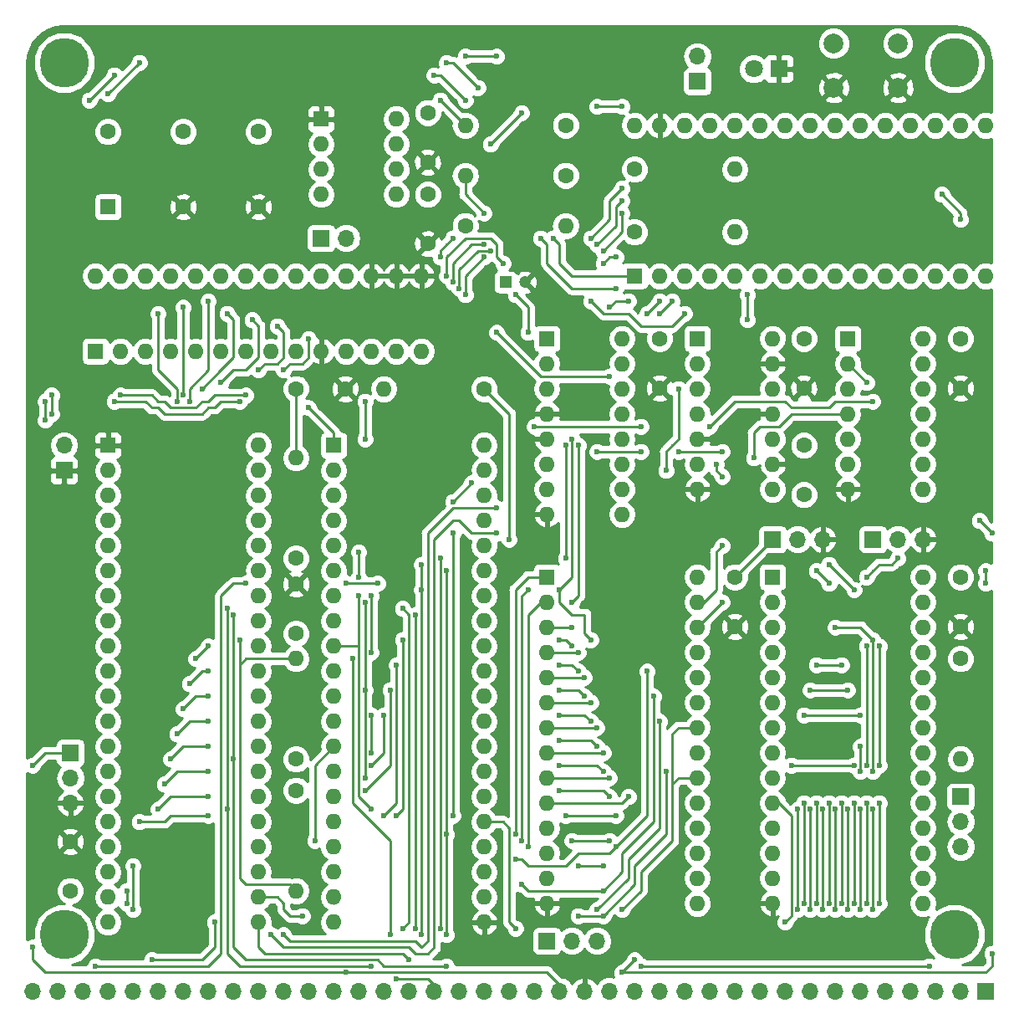
<source format=gbl>
G04 #@! TF.GenerationSoftware,KiCad,Pcbnew,(5.0.2)-1*
G04 #@! TF.CreationDate,2019-08-30T14:41:27-04:00*
G04 #@! TF.ProjectId,RC6502 Apple 1 SBC,52433635-3032-4204-9170-706c65203120,rev?*
G04 #@! TF.SameCoordinates,Original*
G04 #@! TF.FileFunction,Copper,L2,Bot*
G04 #@! TF.FilePolarity,Positive*
%FSLAX46Y46*%
G04 Gerber Fmt 4.6, Leading zero omitted, Abs format (unit mm)*
G04 Created by KiCad (PCBNEW (5.0.2)-1) date 8/30/2019 2:41:27 PM*
%MOMM*%
%LPD*%
G01*
G04 APERTURE LIST*
G04 #@! TA.AperFunction,ComponentPad*
%ADD10R,1.600000X1.600000*%
G04 #@! TD*
G04 #@! TA.AperFunction,ComponentPad*
%ADD11O,1.600000X1.600000*%
G04 #@! TD*
G04 #@! TA.AperFunction,ComponentPad*
%ADD12C,1.600000*%
G04 #@! TD*
G04 #@! TA.AperFunction,ComponentPad*
%ADD13R,1.700000X1.700000*%
G04 #@! TD*
G04 #@! TA.AperFunction,ComponentPad*
%ADD14O,1.700000X1.700000*%
G04 #@! TD*
G04 #@! TA.AperFunction,ComponentPad*
%ADD15C,2.000000*%
G04 #@! TD*
G04 #@! TA.AperFunction,ComponentPad*
%ADD16R,1.200000X1.200000*%
G04 #@! TD*
G04 #@! TA.AperFunction,ComponentPad*
%ADD17C,1.200000*%
G04 #@! TD*
G04 #@! TA.AperFunction,ComponentPad*
%ADD18C,5.000000*%
G04 #@! TD*
G04 #@! TA.AperFunction,ComponentPad*
%ADD19R,1.800000X1.800000*%
G04 #@! TD*
G04 #@! TA.AperFunction,ComponentPad*
%ADD20C,1.800000*%
G04 #@! TD*
G04 #@! TA.AperFunction,ViaPad*
%ADD21C,0.600000*%
G04 #@! TD*
G04 #@! TA.AperFunction,Conductor*
%ADD22C,0.250000*%
G04 #@! TD*
G04 #@! TA.AperFunction,Conductor*
%ADD23C,0.254000*%
G04 #@! TD*
G04 APERTURE END LIST*
D10*
G04 #@! TO.P,U1,1*
G04 #@! TO.N,Net-(J1-Pad2)*
X147955000Y-82550000D03*
D11*
G04 #@! TO.P,U1,21*
G04 #@! TO.N,GND*
X163195000Y-130810000D03*
G04 #@! TO.P,U1,2*
G04 #@! TO.N,RDY*
X147955000Y-85090000D03*
G04 #@! TO.P,U1,22*
G04 #@! TO.N,A12*
X163195000Y-128270000D03*
G04 #@! TO.P,U1,3*
G04 #@! TO.N,PHI1*
X147955000Y-87630000D03*
G04 #@! TO.P,U1,23*
G04 #@! TO.N,A13*
X163195000Y-125730000D03*
G04 #@! TO.P,U1,4*
G04 #@! TO.N,IRQ*
X147955000Y-90170000D03*
G04 #@! TO.P,U1,24*
G04 #@! TO.N,A14*
X163195000Y-123190000D03*
G04 #@! TO.P,U1,5*
G04 #@! TO.N,N/C*
X147955000Y-92710000D03*
G04 #@! TO.P,U1,25*
G04 #@! TO.N,A15*
X163195000Y-120650000D03*
G04 #@! TO.P,U1,6*
G04 #@! TO.N,NMI*
X147955000Y-95250000D03*
G04 #@! TO.P,U1,26*
G04 #@! TO.N,D7*
X163195000Y-118110000D03*
G04 #@! TO.P,U1,7*
G04 #@! TO.N,SYNC*
X147955000Y-97790000D03*
G04 #@! TO.P,U1,27*
G04 #@! TO.N,D6*
X163195000Y-115570000D03*
G04 #@! TO.P,U1,8*
G04 #@! TO.N,VCC*
X147955000Y-100330000D03*
G04 #@! TO.P,U1,28*
G04 #@! TO.N,D5*
X163195000Y-113030000D03*
G04 #@! TO.P,U1,9*
G04 #@! TO.N,A0*
X147955000Y-102870000D03*
G04 #@! TO.P,U1,29*
G04 #@! TO.N,D4*
X163195000Y-110490000D03*
G04 #@! TO.P,U1,10*
G04 #@! TO.N,A1*
X147955000Y-105410000D03*
G04 #@! TO.P,U1,30*
G04 #@! TO.N,D3*
X163195000Y-107950000D03*
G04 #@! TO.P,U1,11*
G04 #@! TO.N,A2*
X147955000Y-107950000D03*
G04 #@! TO.P,U1,31*
G04 #@! TO.N,D2*
X163195000Y-105410000D03*
G04 #@! TO.P,U1,12*
G04 #@! TO.N,A3*
X147955000Y-110490000D03*
G04 #@! TO.P,U1,32*
G04 #@! TO.N,D1*
X163195000Y-102870000D03*
G04 #@! TO.P,U1,13*
G04 #@! TO.N,A4*
X147955000Y-113030000D03*
G04 #@! TO.P,U1,33*
G04 #@! TO.N,D0*
X163195000Y-100330000D03*
G04 #@! TO.P,U1,14*
G04 #@! TO.N,A5*
X147955000Y-115570000D03*
G04 #@! TO.P,U1,34*
G04 #@! TO.N,RW*
X163195000Y-97790000D03*
G04 #@! TO.P,U1,15*
G04 #@! TO.N,A6*
X147955000Y-118110000D03*
G04 #@! TO.P,U1,35*
G04 #@! TO.N,N/C*
X163195000Y-95250000D03*
G04 #@! TO.P,U1,16*
G04 #@! TO.N,A7*
X147955000Y-120650000D03*
G04 #@! TO.P,U1,36*
G04 #@! TO.N,Net-(R10-Pad1)*
X163195000Y-92710000D03*
G04 #@! TO.P,U1,17*
G04 #@! TO.N,A8*
X147955000Y-123190000D03*
G04 #@! TO.P,U1,37*
G04 #@! TO.N,CLOCK*
X163195000Y-90170000D03*
G04 #@! TO.P,U1,18*
G04 #@! TO.N,A9*
X147955000Y-125730000D03*
G04 #@! TO.P,U1,38*
G04 #@! TO.N,VCC*
X163195000Y-87630000D03*
G04 #@! TO.P,U1,19*
G04 #@! TO.N,A10*
X147955000Y-128270000D03*
G04 #@! TO.P,U1,39*
G04 #@! TO.N,PHI2*
X163195000Y-85090000D03*
G04 #@! TO.P,U1,20*
G04 #@! TO.N,A11*
X147955000Y-130810000D03*
G04 #@! TO.P,U1,40*
G04 #@! TO.N,RESET*
X163195000Y-82550000D03*
G04 #@! TD*
D12*
G04 #@! TO.P,C1,1*
G04 #@! TO.N,VCC*
X144145000Y-101600000D03*
G04 #@! TO.P,C1,2*
G04 #@! TO.N,GND*
X144145000Y-96600000D03*
G04 #@! TD*
G04 #@! TO.P,C2,1*
G04 #@! TO.N,VCC*
X188595000Y-95885000D03*
G04 #@! TO.P,C2,2*
G04 #@! TO.N,GND*
X188595000Y-100885000D03*
G04 #@! TD*
G04 #@! TO.P,C4,1*
G04 #@! TO.N,VCC*
X211455000Y-95885000D03*
G04 #@! TO.P,C4,2*
G04 #@! TO.N,GND*
X211455000Y-100885000D03*
G04 #@! TD*
G04 #@! TO.P,C5,1*
G04 #@! TO.N,VCC*
X211455000Y-71755000D03*
G04 #@! TO.P,C5,2*
G04 #@! TO.N,GND*
X211455000Y-76755000D03*
G04 #@! TD*
G04 #@! TO.P,C6,1*
G04 #@! TO.N,Net-(C6-Pad1)*
X157480000Y-57150000D03*
G04 #@! TO.P,C6,2*
G04 #@! TO.N,GND*
X157480000Y-62150000D03*
G04 #@! TD*
G04 #@! TO.P,C7,1*
G04 #@! TO.N,VCC*
X195580000Y-71755000D03*
G04 #@! TO.P,C7,2*
G04 #@! TO.N,GND*
X195580000Y-76755000D03*
G04 #@! TD*
G04 #@! TO.P,C8,1*
G04 #@! TO.N,VCC*
X121285000Y-127635000D03*
G04 #@! TO.P,C8,2*
G04 #@! TO.N,GND*
X121285000Y-122635000D03*
G04 #@! TD*
G04 #@! TO.P,C9,1*
G04 #@! TO.N,VCC*
X144145000Y-76835000D03*
G04 #@! TO.P,C9,2*
G04 #@! TO.N,GND*
X149145000Y-76835000D03*
G04 #@! TD*
G04 #@! TO.P,C11,1*
G04 #@! TO.N,VCC*
X157480000Y-48895000D03*
G04 #@! TO.P,C11,2*
G04 #@! TO.N,GND*
X157480000Y-53895000D03*
G04 #@! TD*
D10*
G04 #@! TO.P,J2,1*
G04 #@! TO.N,TX*
X178435000Y-65405000D03*
D11*
G04 #@! TO.P,J2,17*
G04 #@! TO.N,N/C*
X211455000Y-50165000D03*
G04 #@! TO.P,J2,2*
G04 #@! TO.N,RX*
X180975000Y-65405000D03*
G04 #@! TO.P,J2,18*
G04 #@! TO.N,N/C*
X208915000Y-50165000D03*
G04 #@! TO.P,J2,3*
X183515000Y-65405000D03*
G04 #@! TO.P,J2,19*
X206375000Y-50165000D03*
G04 #@! TO.P,J2,4*
X186055000Y-65405000D03*
G04 #@! TO.P,J2,20*
X203835000Y-50165000D03*
G04 #@! TO.P,J2,5*
G04 #@! TO.N,KBD_READY*
X188595000Y-65405000D03*
G04 #@! TO.P,J2,21*
G04 #@! TO.N,N/C*
X201295000Y-50165000D03*
G04 #@! TO.P,J2,6*
G04 #@! TO.N,OUT_DA*
X191135000Y-65405000D03*
G04 #@! TO.P,J2,22*
G04 #@! TO.N,N/C*
X198755000Y-50165000D03*
G04 #@! TO.P,J2,7*
G04 #@! TO.N,KBD_STROBE*
X193675000Y-65405000D03*
G04 #@! TO.P,J2,23*
G04 #@! TO.N,N/C*
X196215000Y-50165000D03*
G04 #@! TO.P,J2,8*
G04 #@! TO.N,OUT_RDA*
X196215000Y-65405000D03*
G04 #@! TO.P,J2,24*
G04 #@! TO.N,N/C*
X193675000Y-50165000D03*
G04 #@! TO.P,J2,9*
X198755000Y-65405000D03*
G04 #@! TO.P,J2,25*
X191135000Y-50165000D03*
G04 #@! TO.P,J2,10*
X201295000Y-65405000D03*
G04 #@! TO.P,J2,26*
X188595000Y-50165000D03*
G04 #@! TO.P,J2,11*
X203835000Y-65405000D03*
G04 #@! TO.P,J2,27*
G04 #@! TO.N,Net-(J2-Pad27)*
X186055000Y-50165000D03*
G04 #@! TO.P,J2,12*
G04 #@! TO.N,N/C*
X206375000Y-65405000D03*
G04 #@! TO.P,J2,28*
G04 #@! TO.N,P_RESET*
X183515000Y-50165000D03*
G04 #@! TO.P,J2,13*
G04 #@! TO.N,Net-(J2-Pad13)*
X208915000Y-65405000D03*
G04 #@! TO.P,J2,29*
G04 #@! TO.N,GND*
X180975000Y-50165000D03*
G04 #@! TO.P,J2,14*
G04 #@! TO.N,Net-(J2-Pad14)*
X211455000Y-65405000D03*
G04 #@! TO.P,J2,30*
G04 #@! TO.N,N/C*
X178435000Y-50165000D03*
G04 #@! TO.P,J2,15*
G04 #@! TO.N,Net-(J2-Pad15)*
X213995000Y-65405000D03*
G04 #@! TO.P,J2,16*
G04 #@! TO.N,Net-(J2-Pad16)*
X213995000Y-50165000D03*
G04 #@! TD*
D13*
G04 #@! TO.P,J3,1*
G04 #@! TO.N,A15*
X213995000Y-137795000D03*
D14*
G04 #@! TO.P,J3,2*
G04 #@! TO.N,A14*
X211455000Y-137795000D03*
G04 #@! TO.P,J3,3*
G04 #@! TO.N,A13*
X208915000Y-137795000D03*
G04 #@! TO.P,J3,4*
G04 #@! TO.N,A12*
X206375000Y-137795000D03*
G04 #@! TO.P,J3,5*
G04 #@! TO.N,A11*
X203835000Y-137795000D03*
G04 #@! TO.P,J3,6*
G04 #@! TO.N,A10*
X201295000Y-137795000D03*
G04 #@! TO.P,J3,7*
G04 #@! TO.N,A9*
X198755000Y-137795000D03*
G04 #@! TO.P,J3,8*
G04 #@! TO.N,A8*
X196215000Y-137795000D03*
G04 #@! TO.P,J3,9*
G04 #@! TO.N,A7*
X193675000Y-137795000D03*
G04 #@! TO.P,J3,10*
G04 #@! TO.N,A6*
X191135000Y-137795000D03*
G04 #@! TO.P,J3,11*
G04 #@! TO.N,A5*
X188595000Y-137795000D03*
G04 #@! TO.P,J3,12*
G04 #@! TO.N,A4*
X186055000Y-137795000D03*
G04 #@! TO.P,J3,13*
G04 #@! TO.N,A3*
X183515000Y-137795000D03*
G04 #@! TO.P,J3,14*
G04 #@! TO.N,A2*
X180975000Y-137795000D03*
G04 #@! TO.P,J3,15*
G04 #@! TO.N,A1*
X178435000Y-137795000D03*
G04 #@! TO.P,J3,16*
G04 #@! TO.N,A0*
X175895000Y-137795000D03*
G04 #@! TO.P,J3,17*
G04 #@! TO.N,GND*
X173355000Y-137795000D03*
G04 #@! TO.P,J3,18*
G04 #@! TO.N,VCC*
X170815000Y-137795000D03*
G04 #@! TO.P,J3,19*
G04 #@! TO.N,PHI2*
X168275000Y-137795000D03*
G04 #@! TO.P,J3,20*
G04 #@! TO.N,RESET*
X165735000Y-137795000D03*
G04 #@! TO.P,J3,21*
G04 #@! TO.N,CLOCK*
X163195000Y-137795000D03*
G04 #@! TO.P,J3,22*
G04 #@! TO.N,IRQ*
X160655000Y-137795000D03*
G04 #@! TO.P,J3,23*
G04 #@! TO.N,PHI1*
X158115000Y-137795000D03*
G04 #@! TO.P,J3,24*
G04 #@! TO.N,RW*
X155575000Y-137795000D03*
G04 #@! TO.P,J3,25*
G04 #@! TO.N,RDY*
X153035000Y-137795000D03*
G04 #@! TO.P,J3,26*
G04 #@! TO.N,SYNC*
X150495000Y-137795000D03*
G04 #@! TO.P,J3,27*
G04 #@! TO.N,D0*
X147955000Y-137795000D03*
G04 #@! TO.P,J3,28*
G04 #@! TO.N,D1*
X145415000Y-137795000D03*
G04 #@! TO.P,J3,29*
G04 #@! TO.N,D2*
X142875000Y-137795000D03*
G04 #@! TO.P,J3,30*
G04 #@! TO.N,D3*
X140335000Y-137795000D03*
G04 #@! TO.P,J3,31*
G04 #@! TO.N,D4*
X137795000Y-137795000D03*
G04 #@! TO.P,J3,32*
G04 #@! TO.N,D5*
X135255000Y-137795000D03*
G04 #@! TO.P,J3,33*
G04 #@! TO.N,D6*
X132715000Y-137795000D03*
G04 #@! TO.P,J3,34*
G04 #@! TO.N,D7*
X130175000Y-137795000D03*
G04 #@! TO.P,J3,35*
G04 #@! TO.N,TX*
X127635000Y-137795000D03*
G04 #@! TO.P,J3,36*
G04 #@! TO.N,RX*
X125095000Y-137795000D03*
G04 #@! TO.P,J3,37*
G04 #@! TO.N,NMI*
X122555000Y-137795000D03*
G04 #@! TO.P,J3,38*
G04 #@! TO.N,N/C*
X120015000Y-137795000D03*
G04 #@! TO.P,J3,39*
X117475000Y-137795000D03*
G04 #@! TD*
D12*
G04 #@! TO.P,R1,1*
G04 #@! TO.N,Net-(R1-Pad1)*
X211455000Y-104140000D03*
D11*
G04 #@! TO.P,R1,2*
G04 #@! TO.N,VCC*
X211455000Y-114300000D03*
G04 #@! TD*
D12*
G04 #@! TO.P,R2,1*
G04 #@! TO.N,VCC*
X171450000Y-50165000D03*
D11*
G04 #@! TO.P,R2,2*
G04 #@! TO.N,Net-(C6-Pad1)*
X161290000Y-50165000D03*
G04 #@! TD*
D12*
G04 #@! TO.P,R3,1*
G04 #@! TO.N,VCC*
X171450000Y-55245000D03*
D11*
G04 #@! TO.P,R3,2*
G04 #@! TO.N,Net-(C10-Pad1)*
X161290000Y-55245000D03*
G04 #@! TD*
D12*
G04 #@! TO.P,R4,1*
G04 #@! TO.N,RESET*
X161290000Y-60325000D03*
D11*
G04 #@! TO.P,R4,2*
G04 #@! TO.N,VCC*
X171450000Y-60325000D03*
G04 #@! TD*
D12*
G04 #@! TO.P,R5,1*
G04 #@! TO.N,VCC*
X178435000Y-54610000D03*
D11*
G04 #@! TO.P,R5,2*
G04 #@! TO.N,Net-(D1-Pad2)*
X188595000Y-54610000D03*
G04 #@! TD*
D12*
G04 #@! TO.P,R6,1*
G04 #@! TO.N,RDY*
X144145000Y-117475000D03*
D11*
G04 #@! TO.P,R6,2*
G04 #@! TO.N,VCC*
X144145000Y-127635000D03*
G04 #@! TD*
D12*
G04 #@! TO.P,R7,1*
G04 #@! TO.N,IRQ*
X144145000Y-114300000D03*
D11*
G04 #@! TO.P,R7,2*
G04 #@! TO.N,VCC*
X144145000Y-104140000D03*
G04 #@! TD*
D12*
G04 #@! TO.P,R8,1*
G04 #@! TO.N,NMI*
X144145000Y-93980000D03*
D11*
G04 #@! TO.P,R8,2*
G04 #@! TO.N,VCC*
X144145000Y-83820000D03*
G04 #@! TD*
D12*
G04 #@! TO.P,R9,1*
G04 #@! TO.N,VCC*
X178435000Y-60960000D03*
D11*
G04 #@! TO.P,R9,2*
G04 #@! TO.N,Net-(J2-Pad13)*
X188595000Y-60960000D03*
G04 #@! TD*
D15*
G04 #@! TO.P,SW1,2*
G04 #@! TO.N,Net-(C6-Pad1)*
X205105000Y-41855000D03*
G04 #@! TO.P,SW1,1*
G04 #@! TO.N,GND*
X205105000Y-46355000D03*
G04 #@! TO.P,SW1,2*
G04 #@! TO.N,Net-(C6-Pad1)*
X198605000Y-41855000D03*
G04 #@! TO.P,SW1,1*
G04 #@! TO.N,GND*
X198605000Y-46355000D03*
G04 #@! TD*
D10*
G04 #@! TO.P,U2,1*
G04 #@! TO.N,A14*
X169545000Y-95885000D03*
D11*
G04 #@! TO.P,U2,15*
G04 #@! TO.N,D3*
X184785000Y-128905000D03*
G04 #@! TO.P,U2,2*
G04 #@! TO.N,A12*
X169545000Y-98425000D03*
G04 #@! TO.P,U2,16*
G04 #@! TO.N,D4*
X184785000Y-126365000D03*
G04 #@! TO.P,U2,3*
G04 #@! TO.N,A7*
X169545000Y-100965000D03*
G04 #@! TO.P,U2,17*
G04 #@! TO.N,D5*
X184785000Y-123825000D03*
G04 #@! TO.P,U2,4*
G04 #@! TO.N,A6*
X169545000Y-103505000D03*
G04 #@! TO.P,U2,18*
G04 #@! TO.N,D6*
X184785000Y-121285000D03*
G04 #@! TO.P,U2,5*
G04 #@! TO.N,A5*
X169545000Y-106045000D03*
G04 #@! TO.P,U2,19*
G04 #@! TO.N,D7*
X184785000Y-118745000D03*
G04 #@! TO.P,U2,6*
G04 #@! TO.N,A4*
X169545000Y-108585000D03*
G04 #@! TO.P,U2,20*
G04 #@! TO.N,Net-(J10-Pad2)*
X184785000Y-116205000D03*
G04 #@! TO.P,U2,7*
G04 #@! TO.N,A3*
X169545000Y-111125000D03*
G04 #@! TO.P,U2,21*
G04 #@! TO.N,A10*
X184785000Y-113665000D03*
G04 #@! TO.P,U2,8*
G04 #@! TO.N,A2*
X169545000Y-113665000D03*
G04 #@! TO.P,U2,22*
G04 #@! TO.N,Net-(J10-Pad2)*
X184785000Y-111125000D03*
G04 #@! TO.P,U2,9*
G04 #@! TO.N,A1*
X169545000Y-116205000D03*
G04 #@! TO.P,U2,23*
G04 #@! TO.N,A11*
X184785000Y-108585000D03*
G04 #@! TO.P,U2,10*
G04 #@! TO.N,A0*
X169545000Y-118745000D03*
G04 #@! TO.P,U2,24*
G04 #@! TO.N,A9*
X184785000Y-106045000D03*
G04 #@! TO.P,U2,11*
G04 #@! TO.N,D0*
X169545000Y-121285000D03*
G04 #@! TO.P,U2,25*
G04 #@! TO.N,A8*
X184785000Y-103505000D03*
G04 #@! TO.P,U2,12*
G04 #@! TO.N,D1*
X169545000Y-123825000D03*
G04 #@! TO.P,U2,26*
G04 #@! TO.N,A13*
X184785000Y-100965000D03*
G04 #@! TO.P,U2,13*
G04 #@! TO.N,D2*
X169545000Y-126365000D03*
G04 #@! TO.P,U2,27*
G04 #@! TO.N,Net-(U2-Pad27)*
X184785000Y-98425000D03*
G04 #@! TO.P,U2,14*
G04 #@! TO.N,GND*
X169545000Y-128905000D03*
G04 #@! TO.P,U2,28*
G04 #@! TO.N,VCC*
X184785000Y-95885000D03*
G04 #@! TD*
D10*
G04 #@! TO.P,U5,1*
G04 #@! TO.N,Net-(U5-Pad1)*
X200025000Y-71755000D03*
D11*
G04 #@! TO.P,U5,8*
G04 #@! TO.N,Net-(U5-Pad13)*
X207645000Y-86995000D03*
G04 #@! TO.P,U5,2*
G04 #@! TO.N,Net-(U5-Pad1)*
X200025000Y-74295000D03*
G04 #@! TO.P,U5,9*
G04 #@! TO.N,RW*
X207645000Y-84455000D03*
G04 #@! TO.P,U5,3*
G04 #@! TO.N,CS_ROM*
X200025000Y-76835000D03*
G04 #@! TO.P,U5,10*
G04 #@! TO.N,RW*
X207645000Y-81915000D03*
G04 #@! TO.P,U5,4*
G04 #@! TO.N,Net-(U3-Pad9)*
X200025000Y-79375000D03*
G04 #@! TO.P,U5,11*
G04 #@! TO.N,Net-(U2-Pad27)*
X207645000Y-79375000D03*
G04 #@! TO.P,U5,5*
G04 #@! TO.N,Net-(U3-Pad7)*
X200025000Y-81915000D03*
G04 #@! TO.P,U5,12*
G04 #@! TO.N,PHI2*
X207645000Y-76835000D03*
G04 #@! TO.P,U5,6*
G04 #@! TO.N,Net-(U5-Pad1)*
X200025000Y-84455000D03*
G04 #@! TO.P,U5,13*
G04 #@! TO.N,Net-(U5-Pad13)*
X207645000Y-74295000D03*
G04 #@! TO.P,U5,7*
G04 #@! TO.N,GND*
X200025000Y-86995000D03*
G04 #@! TO.P,U5,14*
G04 #@! TO.N,VCC*
X207645000Y-71755000D03*
G04 #@! TD*
D10*
G04 #@! TO.P,U7,1*
G04 #@! TO.N,Net-(U7-Pad1)*
X184785000Y-71755000D03*
D11*
G04 #@! TO.P,U7,8*
G04 #@! TO.N,N/C*
X192405000Y-86995000D03*
G04 #@! TO.P,U7,2*
G04 #@! TO.N,Net-(C12-Pad2)*
X184785000Y-74295000D03*
G04 #@! TO.P,U7,9*
G04 #@! TO.N,GND*
X192405000Y-84455000D03*
G04 #@! TO.P,U7,3*
G04 #@! TO.N,Net-(U6-Pad3)*
X184785000Y-76835000D03*
G04 #@! TO.P,U7,10*
G04 #@! TO.N,N/C*
X192405000Y-81915000D03*
G04 #@! TO.P,U7,4*
G04 #@! TO.N,RESET*
X184785000Y-79375000D03*
G04 #@! TO.P,U7,11*
G04 #@! TO.N,GND*
X192405000Y-79375000D03*
G04 #@! TO.P,U7,5*
X184785000Y-81915000D03*
G04 #@! TO.P,U7,12*
G04 #@! TO.N,N/C*
X192405000Y-76835000D03*
G04 #@! TO.P,U7,6*
X184785000Y-84455000D03*
G04 #@! TO.P,U7,13*
G04 #@! TO.N,GND*
X192405000Y-74295000D03*
G04 #@! TO.P,U7,7*
X184785000Y-86995000D03*
G04 #@! TO.P,U7,14*
G04 #@! TO.N,VCC*
X192405000Y-71755000D03*
G04 #@! TD*
D10*
G04 #@! TO.P,U8,1*
G04 #@! TO.N,GND*
X125095000Y-82550000D03*
D11*
G04 #@! TO.P,U8,21*
G04 #@! TO.N,RW*
X140335000Y-130810000D03*
G04 #@! TO.P,U8,2*
G04 #@! TO.N,KBD_D0*
X125095000Y-85090000D03*
G04 #@! TO.P,U8,22*
G04 #@! TO.N,A4*
X140335000Y-128270000D03*
G04 #@! TO.P,U8,3*
G04 #@! TO.N,KBD_D1*
X125095000Y-87630000D03*
G04 #@! TO.P,U8,23*
G04 #@! TO.N,CS_PIA*
X140335000Y-125730000D03*
G04 #@! TO.P,U8,4*
G04 #@! TO.N,KBD_D2*
X125095000Y-90170000D03*
G04 #@! TO.P,U8,24*
G04 #@! TO.N,Net-(J11-Pad2)*
X140335000Y-123190000D03*
G04 #@! TO.P,U8,5*
G04 #@! TO.N,KBD_D3*
X125095000Y-92710000D03*
G04 #@! TO.P,U8,25*
G04 #@! TO.N,PHI2*
X140335000Y-120650000D03*
G04 #@! TO.P,U8,6*
G04 #@! TO.N,KBD_D4*
X125095000Y-95250000D03*
G04 #@! TO.P,U8,26*
G04 #@! TO.N,D7*
X140335000Y-118110000D03*
G04 #@! TO.P,U8,7*
G04 #@! TO.N,KBD_D5*
X125095000Y-97790000D03*
G04 #@! TO.P,U8,27*
G04 #@! TO.N,D6*
X140335000Y-115570000D03*
G04 #@! TO.P,U8,8*
G04 #@! TO.N,KBD_D6*
X125095000Y-100330000D03*
G04 #@! TO.P,U8,28*
G04 #@! TO.N,D5*
X140335000Y-113030000D03*
G04 #@! TO.P,U8,9*
G04 #@! TO.N,KBD_D7*
X125095000Y-102870000D03*
G04 #@! TO.P,U8,29*
G04 #@! TO.N,D4*
X140335000Y-110490000D03*
G04 #@! TO.P,U8,10*
G04 #@! TO.N,OUT_D0*
X125095000Y-105410000D03*
G04 #@! TO.P,U8,30*
G04 #@! TO.N,D3*
X140335000Y-107950000D03*
G04 #@! TO.P,U8,11*
G04 #@! TO.N,OUT_D1*
X125095000Y-107950000D03*
G04 #@! TO.P,U8,31*
G04 #@! TO.N,D2*
X140335000Y-105410000D03*
G04 #@! TO.P,U8,12*
G04 #@! TO.N,OUT_D2*
X125095000Y-110490000D03*
G04 #@! TO.P,U8,32*
G04 #@! TO.N,D1*
X140335000Y-102870000D03*
G04 #@! TO.P,U8,13*
G04 #@! TO.N,OUT_D3*
X125095000Y-113030000D03*
G04 #@! TO.P,U8,33*
G04 #@! TO.N,D0*
X140335000Y-100330000D03*
G04 #@! TO.P,U8,14*
G04 #@! TO.N,OUT_D4*
X125095000Y-115570000D03*
G04 #@! TO.P,U8,34*
G04 #@! TO.N,RESET*
X140335000Y-97790000D03*
G04 #@! TO.P,U8,15*
G04 #@! TO.N,OUT_D5*
X125095000Y-118110000D03*
G04 #@! TO.P,U8,35*
G04 #@! TO.N,A1*
X140335000Y-95250000D03*
G04 #@! TO.P,U8,16*
G04 #@! TO.N,OUT_D6*
X125095000Y-120650000D03*
G04 #@! TO.P,U8,36*
G04 #@! TO.N,A0*
X140335000Y-92710000D03*
G04 #@! TO.P,U8,17*
G04 #@! TO.N,OUT_DA*
X125095000Y-123190000D03*
G04 #@! TO.P,U8,37*
G04 #@! TO.N,N/C*
X140335000Y-90170000D03*
G04 #@! TO.P,U8,18*
G04 #@! TO.N,OUT_RDA*
X125095000Y-125730000D03*
G04 #@! TO.P,U8,38*
G04 #@! TO.N,N/C*
X140335000Y-87630000D03*
G04 #@! TO.P,U8,19*
G04 #@! TO.N,Net-(U7-Pad1)*
X125095000Y-128270000D03*
G04 #@! TO.P,U8,39*
G04 #@! TO.N,KBD_READY*
X140335000Y-85090000D03*
G04 #@! TO.P,U8,20*
G04 #@! TO.N,VCC*
X125095000Y-130810000D03*
G04 #@! TO.P,U8,40*
G04 #@! TO.N,KBD_STROBE*
X140335000Y-82550000D03*
G04 #@! TD*
D10*
G04 #@! TO.P,U9,1*
G04 #@! TO.N,KBD_D0*
X123825000Y-73025000D03*
D11*
G04 #@! TO.P,U9,15*
G04 #@! TO.N,GND*
X156845000Y-65405000D03*
G04 #@! TO.P,U9,2*
G04 #@! TO.N,KBD_D1*
X126365000Y-73025000D03*
G04 #@! TO.P,U9,16*
G04 #@! TO.N,GND*
X154305000Y-65405000D03*
G04 #@! TO.P,U9,3*
G04 #@! TO.N,KBD_D2*
X128905000Y-73025000D03*
G04 #@! TO.P,U9,17*
G04 #@! TO.N,GND*
X151765000Y-65405000D03*
G04 #@! TO.P,U9,4*
G04 #@! TO.N,KBD_D3*
X131445000Y-73025000D03*
G04 #@! TO.P,U9,18*
G04 #@! TO.N,P_RESET*
X149225000Y-65405000D03*
G04 #@! TO.P,U9,5*
G04 #@! TO.N,KBD_D4*
X133985000Y-73025000D03*
G04 #@! TO.P,U9,19*
G04 #@! TO.N,N/C*
X146685000Y-65405000D03*
G04 #@! TO.P,U9,6*
G04 #@! TO.N,KBD_D5*
X136525000Y-73025000D03*
G04 #@! TO.P,U9,20*
G04 #@! TO.N,N/C*
X144145000Y-65405000D03*
G04 #@! TO.P,U9,7*
G04 #@! TO.N,KBD_D6*
X139065000Y-73025000D03*
G04 #@! TO.P,U9,21*
G04 #@! TO.N,OUT_D0*
X141605000Y-65405000D03*
G04 #@! TO.P,U9,8*
G04 #@! TO.N,KBD_D7*
X141605000Y-73025000D03*
G04 #@! TO.P,U9,22*
G04 #@! TO.N,OUT_D1*
X139065000Y-65405000D03*
G04 #@! TO.P,U9,9*
G04 #@! TO.N,VCC*
X144145000Y-73025000D03*
G04 #@! TO.P,U9,23*
G04 #@! TO.N,OUT_D2*
X136525000Y-65405000D03*
G04 #@! TO.P,U9,10*
G04 #@! TO.N,GND*
X146685000Y-73025000D03*
G04 #@! TO.P,U9,24*
G04 #@! TO.N,OUT_D3*
X133985000Y-65405000D03*
G04 #@! TO.P,U9,11*
G04 #@! TO.N,Net-(J2-Pad13)*
X149225000Y-73025000D03*
G04 #@! TO.P,U9,25*
G04 #@! TO.N,OUT_D4*
X131445000Y-65405000D03*
G04 #@! TO.P,U9,12*
G04 #@! TO.N,Net-(J2-Pad16)*
X151765000Y-73025000D03*
G04 #@! TO.P,U9,26*
G04 #@! TO.N,OUT_D5*
X128905000Y-65405000D03*
G04 #@! TO.P,U9,13*
G04 #@! TO.N,Net-(J2-Pad14)*
X154305000Y-73025000D03*
G04 #@! TO.P,U9,27*
G04 #@! TO.N,OUT_D6*
X126365000Y-65405000D03*
G04 #@! TO.P,U9,14*
G04 #@! TO.N,Net-(J2-Pad15)*
X156845000Y-73025000D03*
G04 #@! TO.P,U9,28*
G04 #@! TO.N,N/C*
X123825000Y-65405000D03*
G04 #@! TD*
D10*
G04 #@! TO.P,U3,1*
G04 #@! TO.N,A12*
X169545000Y-71755000D03*
D11*
G04 #@! TO.P,U3,9*
G04 #@! TO.N,Net-(U3-Pad9)*
X177165000Y-89535000D03*
G04 #@! TO.P,U3,2*
G04 #@! TO.N,A13*
X169545000Y-74295000D03*
G04 #@! TO.P,U3,10*
G04 #@! TO.N,CS_PIA*
X177165000Y-86995000D03*
G04 #@! TO.P,U3,3*
G04 #@! TO.N,A14*
X169545000Y-76835000D03*
G04 #@! TO.P,U3,11*
G04 #@! TO.N,N/C*
X177165000Y-84455000D03*
G04 #@! TO.P,U3,4*
G04 #@! TO.N,GND*
X169545000Y-79375000D03*
G04 #@! TO.P,U3,12*
G04 #@! TO.N,N/C*
X177165000Y-81915000D03*
G04 #@! TO.P,U3,5*
G04 #@! TO.N,GND*
X169545000Y-81915000D03*
G04 #@! TO.P,U3,13*
G04 #@! TO.N,N/C*
X177165000Y-79375000D03*
G04 #@! TO.P,U3,6*
G04 #@! TO.N,A15*
X169545000Y-84455000D03*
G04 #@! TO.P,U3,14*
G04 #@! TO.N,N/C*
X177165000Y-76835000D03*
G04 #@! TO.P,U3,7*
G04 #@! TO.N,Net-(U3-Pad7)*
X169545000Y-86995000D03*
G04 #@! TO.P,U3,15*
G04 #@! TO.N,N/C*
X177165000Y-74295000D03*
G04 #@! TO.P,U3,8*
G04 #@! TO.N,GND*
X169545000Y-89535000D03*
G04 #@! TO.P,U3,16*
G04 #@! TO.N,VCC*
X177165000Y-71755000D03*
G04 #@! TD*
D10*
G04 #@! TO.P,U4,1*
G04 #@! TO.N,A14_W*
X192405000Y-95885000D03*
D11*
G04 #@! TO.P,U4,15*
G04 #@! TO.N,D3*
X207645000Y-128905000D03*
G04 #@! TO.P,U4,2*
G04 #@! TO.N,A12*
X192405000Y-98425000D03*
G04 #@! TO.P,U4,16*
G04 #@! TO.N,D4*
X207645000Y-126365000D03*
G04 #@! TO.P,U4,3*
G04 #@! TO.N,A7*
X192405000Y-100965000D03*
G04 #@! TO.P,U4,17*
G04 #@! TO.N,D5*
X207645000Y-123825000D03*
G04 #@! TO.P,U4,4*
G04 #@! TO.N,A6*
X192405000Y-103505000D03*
G04 #@! TO.P,U4,18*
G04 #@! TO.N,D6*
X207645000Y-121285000D03*
G04 #@! TO.P,U4,5*
G04 #@! TO.N,A5*
X192405000Y-106045000D03*
G04 #@! TO.P,U4,19*
G04 #@! TO.N,D7*
X207645000Y-118745000D03*
G04 #@! TO.P,U4,6*
G04 #@! TO.N,A4*
X192405000Y-108585000D03*
G04 #@! TO.P,U4,20*
G04 #@! TO.N,Net-(J9-Pad2)*
X207645000Y-116205000D03*
G04 #@! TO.P,U4,7*
G04 #@! TO.N,A3*
X192405000Y-111125000D03*
G04 #@! TO.P,U4,21*
G04 #@! TO.N,A10*
X207645000Y-113665000D03*
G04 #@! TO.P,U4,8*
G04 #@! TO.N,A2*
X192405000Y-113665000D03*
G04 #@! TO.P,U4,22*
G04 #@! TO.N,Net-(J9-Pad2)*
X207645000Y-111125000D03*
G04 #@! TO.P,U4,9*
G04 #@! TO.N,A1*
X192405000Y-116205000D03*
G04 #@! TO.P,U4,23*
G04 #@! TO.N,A11*
X207645000Y-108585000D03*
G04 #@! TO.P,U4,10*
G04 #@! TO.N,A0*
X192405000Y-118745000D03*
G04 #@! TO.P,U4,24*
G04 #@! TO.N,A9*
X207645000Y-106045000D03*
G04 #@! TO.P,U4,11*
G04 #@! TO.N,D0*
X192405000Y-121285000D03*
G04 #@! TO.P,U4,25*
G04 #@! TO.N,A8*
X207645000Y-103505000D03*
G04 #@! TO.P,U4,12*
G04 #@! TO.N,D1*
X192405000Y-123825000D03*
G04 #@! TO.P,U4,26*
G04 #@! TO.N,A13_W*
X207645000Y-100965000D03*
G04 #@! TO.P,U4,13*
G04 #@! TO.N,D2*
X192405000Y-126365000D03*
G04 #@! TO.P,U4,27*
G04 #@! TO.N,Net-(R1-Pad1)*
X207645000Y-98425000D03*
G04 #@! TO.P,U4,14*
G04 #@! TO.N,GND*
X192405000Y-128905000D03*
G04 #@! TO.P,U4,28*
G04 #@! TO.N,VCC*
X207645000Y-95885000D03*
G04 #@! TD*
D10*
G04 #@! TO.P,U6,1*
G04 #@! TO.N,GND*
X146685000Y-49530000D03*
D11*
G04 #@! TO.P,U6,5*
G04 #@! TO.N,N/C*
X154305000Y-57150000D03*
G04 #@! TO.P,U6,2*
G04 #@! TO.N,Net-(C6-Pad1)*
X146685000Y-52070000D03*
G04 #@! TO.P,U6,6*
G04 #@! TO.N,Net-(C10-Pad1)*
X154305000Y-54610000D03*
G04 #@! TO.P,U6,3*
G04 #@! TO.N,Net-(U6-Pad3)*
X146685000Y-54610000D03*
G04 #@! TO.P,U6,7*
G04 #@! TO.N,Net-(C10-Pad1)*
X154305000Y-52070000D03*
G04 #@! TO.P,U6,4*
G04 #@! TO.N,VCC*
X146685000Y-57150000D03*
G04 #@! TO.P,U6,8*
X154305000Y-49530000D03*
G04 #@! TD*
D12*
G04 #@! TO.P,C3,1*
G04 #@! TO.N,VCC*
X180975000Y-71755000D03*
G04 #@! TO.P,C3,2*
G04 #@! TO.N,GND*
X180975000Y-76755000D03*
G04 #@! TD*
D16*
G04 #@! TO.P,C10,1*
G04 #@! TO.N,Net-(C10-Pad1)*
X165354000Y-66040000D03*
D17*
G04 #@! TO.P,C10,2*
G04 #@! TO.N,GND*
X167354000Y-66040000D03*
G04 #@! TD*
D12*
G04 #@! TO.P,C12,1*
G04 #@! TO.N,OUT_DA*
X195580000Y-82550000D03*
G04 #@! TO.P,C12,2*
G04 #@! TO.N,Net-(C12-Pad2)*
X195580000Y-87550000D03*
G04 #@! TD*
D18*
G04 #@! TO.P,J4,1*
G04 #@! TO.N,N/C*
X210820000Y-132080000D03*
G04 #@! TD*
G04 #@! TO.P,J5,1*
G04 #@! TO.N,N/C*
X120650000Y-132080000D03*
G04 #@! TD*
G04 #@! TO.P,J6,1*
G04 #@! TO.N,N/C*
X210820000Y-43815000D03*
G04 #@! TD*
G04 #@! TO.P,J7,1*
G04 #@! TO.N,N/C*
X120650000Y-43815000D03*
G04 #@! TD*
D13*
G04 #@! TO.P,J1,1*
G04 #@! TO.N,GND*
X120650000Y-85090000D03*
D14*
G04 #@! TO.P,J1,2*
G04 #@! TO.N,Net-(J1-Pad2)*
X120650000Y-82550000D03*
G04 #@! TD*
D19*
G04 #@! TO.P,D1,1*
G04 #@! TO.N,GND*
X193040000Y-44450000D03*
D20*
G04 #@! TO.P,D1,2*
G04 #@! TO.N,Net-(D1-Pad2)*
X190500000Y-44450000D03*
G04 #@! TD*
D13*
G04 #@! TO.P,J8,1*
G04 #@! TO.N,Net-(J2-Pad27)*
X184785000Y-45720000D03*
D14*
G04 #@! TO.P,J8,2*
G04 #@! TO.N,VCC*
X184785000Y-43180000D03*
G04 #@! TD*
D13*
G04 #@! TO.P,A13,1*
G04 #@! TO.N,VCC*
X192405000Y-92075000D03*
D14*
G04 #@! TO.P,A13,2*
G04 #@! TO.N,A13_W*
X194945000Y-92075000D03*
G04 #@! TO.P,A13,3*
G04 #@! TO.N,GND*
X197485000Y-92075000D03*
G04 #@! TD*
D13*
G04 #@! TO.P,A14,1*
G04 #@! TO.N,VCC*
X202565000Y-92075000D03*
D14*
G04 #@! TO.P,A14,2*
G04 #@! TO.N,A14_W*
X205105000Y-92075000D03*
G04 #@! TO.P,A14,3*
G04 #@! TO.N,GND*
X207645000Y-92075000D03*
G04 #@! TD*
D12*
G04 #@! TO.P,R10,1*
G04 #@! TO.N,Net-(R10-Pad1)*
X163195000Y-76835000D03*
D11*
G04 #@! TO.P,R10,2*
G04 #@! TO.N,VCC*
X153035000Y-76835000D03*
G04 #@! TD*
D12*
G04 #@! TO.P,X1,7*
G04 #@! TO.N,GND*
X132715000Y-58420000D03*
G04 #@! TO.P,X1,8*
G04 #@! TO.N,Net-(JP1-Pad1)*
X132715000Y-50800000D03*
D10*
G04 #@! TO.P,X1,1*
G04 #@! TO.N,N/C*
X125095000Y-58420000D03*
D12*
G04 #@! TO.P,X1,14*
G04 #@! TO.N,VCC*
X125095000Y-50800000D03*
G04 #@! TO.P,X1,8*
G04 #@! TO.N,Net-(JP1-Pad1)*
X140335000Y-50800000D03*
G04 #@! TO.P,X1,7*
G04 #@! TO.N,GND*
X140335000Y-58420000D03*
G04 #@! TD*
D13*
G04 #@! TO.P,J9,1*
G04 #@! TO.N,CS_ROM*
X211455000Y-118110000D03*
D14*
G04 #@! TO.P,J9,2*
G04 #@! TO.N,Net-(J9-Pad2)*
X211455000Y-120650000D03*
G04 #@! TO.P,J9,3*
G04 #@! TO.N,VCC*
X211455000Y-123190000D03*
G04 #@! TD*
D13*
G04 #@! TO.P,J10,1*
G04 #@! TO.N,A15*
X169545000Y-132715000D03*
D14*
G04 #@! TO.P,J10,2*
G04 #@! TO.N,Net-(J10-Pad2)*
X172085000Y-132715000D03*
G04 #@! TO.P,J10,3*
G04 #@! TO.N,VCC*
X174625000Y-132715000D03*
G04 #@! TD*
D13*
G04 #@! TO.P,J11,1*
G04 #@! TO.N,VCC*
X121285000Y-113665000D03*
D14*
G04 #@! TO.P,J11,2*
G04 #@! TO.N,Net-(J11-Pad2)*
X121285000Y-116205000D03*
G04 #@! TO.P,J11,3*
G04 #@! TO.N,GND*
X121285000Y-118745000D03*
G04 #@! TD*
D13*
G04 #@! TO.P,JP1,1*
G04 #@! TO.N,Net-(JP1-Pad1)*
X146685000Y-61595000D03*
D14*
G04 #@! TO.P,JP1,2*
G04 #@! TO.N,CLOCK*
X149225000Y-61595000D03*
G04 #@! TD*
D21*
G04 #@! TO.N,OUT_DA*
X173990000Y-67945000D03*
X183515000Y-69215000D03*
X189865000Y-69850000D03*
X189865000Y-67310000D03*
G04 #@! TO.N,VCC*
X161290000Y-43180000D03*
X164465000Y-43180000D03*
X117475000Y-114935000D03*
X139065000Y-77470000D03*
X126365000Y-77470000D03*
X149225000Y-135890000D03*
X178435000Y-134620000D03*
X214630000Y-91440000D03*
X213360000Y-90170000D03*
X138430000Y-102235000D03*
X214630000Y-133985000D03*
X177165000Y-135890000D03*
X117475000Y-133350000D03*
G04 #@! TO.N,Net-(J1-Pad2)*
X138430000Y-78105000D03*
X145415000Y-78740000D03*
X125730000Y-78105000D03*
G04 #@! TO.N,TX*
X119380000Y-79375000D03*
X119380000Y-77470000D03*
X127635000Y-129540000D03*
X127635000Y-125095000D03*
X162560000Y-46355000D03*
X159385000Y-43815000D03*
X128270000Y-43815000D03*
X125095000Y-46990000D03*
X170180000Y-61595000D03*
G04 #@! TO.N,RX*
X118745000Y-80010000D03*
X118745000Y-78105000D03*
X127000000Y-128905000D03*
X127000000Y-127635000D03*
X161290000Y-47625000D03*
X158115000Y-45085000D03*
X125730000Y-45085000D03*
X123190000Y-47625000D03*
X168910000Y-61595000D03*
X176530000Y-66675000D03*
G04 #@! TO.N,KBD_READY*
X182245000Y-67945000D03*
X180975000Y-69215000D03*
G04 #@! TO.N,KBD_STROBE*
X180975000Y-67945000D03*
X179705000Y-69215000D03*
G04 #@! TO.N,OUT_RDA*
X177800000Y-67945000D03*
X175895000Y-68580000D03*
G04 #@! TO.N,P_RESET*
X158750000Y-63500000D03*
X160020000Y-61595000D03*
X163830000Y-52070000D03*
X167005000Y-48895000D03*
X174625000Y-48260000D03*
X177165000Y-48260000D03*
G04 #@! TO.N,Net-(J2-Pad13)*
X175260000Y-64135000D03*
X176530000Y-63500000D03*
X159385000Y-65405000D03*
X165100000Y-64135000D03*
G04 #@! TO.N,Net-(J2-Pad14)*
X160655000Y-66675000D03*
X163830000Y-62865000D03*
X177165000Y-57785000D03*
X174625000Y-62230000D03*
X211455000Y-59690000D03*
X209550000Y-57150000D03*
G04 #@! TO.N,Net-(J2-Pad15)*
X175260000Y-62865000D03*
X177165000Y-59055000D03*
X163195000Y-63500000D03*
X161290000Y-67310000D03*
G04 #@! TO.N,Net-(J2-Pad16)*
X160020000Y-66040000D03*
X163195000Y-62230000D03*
X177165000Y-56515000D03*
X173990000Y-61595000D03*
G04 #@! TO.N,A15*
X166370000Y-131445000D03*
X179070000Y-135255000D03*
X208280000Y-135255000D03*
X160020000Y-120015000D03*
X160020000Y-91440000D03*
X160020000Y-88265000D03*
X161925000Y-86360000D03*
G04 #@! TO.N,A14*
X198120000Y-96520000D03*
X196850000Y-95250000D03*
X203200000Y-118745000D03*
X203200000Y-114935000D03*
X203200000Y-128905000D03*
X203200000Y-102870000D03*
X171450000Y-82550000D03*
X171450000Y-93980000D03*
X166370000Y-121920000D03*
G04 #@! TO.N,A13*
X202565000Y-119380000D03*
X202565000Y-115570000D03*
X202565000Y-129540000D03*
X202565000Y-102235000D03*
X187325000Y-98425000D03*
X198755000Y-100965000D03*
X173990000Y-102235000D03*
X172085000Y-81915000D03*
X170815000Y-97155000D03*
X167005000Y-122555000D03*
X167640000Y-97155000D03*
G04 #@! TO.N,A12*
X201930000Y-118745000D03*
X201930000Y-114935000D03*
X201930000Y-128905000D03*
X201930000Y-102870000D03*
X172720000Y-82550000D03*
X172085000Y-98425000D03*
X167640000Y-123190000D03*
G04 #@! TO.N,A11*
X201295000Y-113030000D03*
X201295000Y-115570000D03*
X201295000Y-119380000D03*
X201295000Y-129540000D03*
X174625000Y-129540000D03*
X180975000Y-110490000D03*
X201295000Y-109855000D03*
X195580000Y-109855000D03*
G04 #@! TO.N,A10*
X200660000Y-118745000D03*
X200660000Y-128905000D03*
X172720000Y-130175000D03*
X175260000Y-130175000D03*
X181610000Y-115570000D03*
X200660000Y-114935000D03*
X194310000Y-114935000D03*
G04 #@! TO.N,A9*
X200025000Y-119380000D03*
X200025000Y-129540000D03*
X175260000Y-127635000D03*
X180340000Y-107950000D03*
X167005000Y-127000000D03*
X196215000Y-107315000D03*
X200025000Y-107315000D03*
G04 #@! TO.N,A8*
X199390000Y-118745000D03*
X199390000Y-128905000D03*
X176530000Y-123190000D03*
X179705000Y-105410000D03*
X166370000Y-124460000D03*
X196850000Y-104775000D03*
X199390000Y-104775000D03*
G04 #@! TO.N,A7*
X198755000Y-119380000D03*
X198755000Y-129540000D03*
X172085000Y-100965000D03*
X154305000Y-120015000D03*
X154940000Y-102235000D03*
G04 #@! TO.N,A6*
X198120000Y-128905000D03*
X198120000Y-118745000D03*
X153035000Y-120015000D03*
X154305000Y-104775000D03*
X172720000Y-103505000D03*
G04 #@! TO.N,A5*
X197485000Y-119380000D03*
X197485000Y-129540000D03*
X151130000Y-117475000D03*
X153670000Y-107315000D03*
X173355000Y-106045000D03*
G04 #@! TO.N,A4*
X146050000Y-122555000D03*
X144780000Y-130175000D03*
X196850000Y-118745000D03*
X196850000Y-128905000D03*
X151765000Y-114935000D03*
X153035000Y-109855000D03*
X173990000Y-108585000D03*
G04 #@! TO.N,A3*
X196215000Y-119380000D03*
X196215000Y-129540000D03*
X174625000Y-111125000D03*
G04 #@! TO.N,A2*
X195580000Y-118745000D03*
X195580000Y-128905000D03*
X151765000Y-109855000D03*
X151765000Y-113665000D03*
X175260000Y-113665000D03*
G04 #@! TO.N,A1*
X194945000Y-119380000D03*
X194945000Y-129540000D03*
X151130000Y-98425000D03*
X151130000Y-107315000D03*
X151130000Y-116205000D03*
X175895000Y-116205000D03*
G04 #@! TO.N,A0*
X193675000Y-130810000D03*
X150495000Y-95885000D03*
X150495000Y-93345000D03*
X150495000Y-97790000D03*
X151765000Y-119380000D03*
X177800000Y-118110000D03*
G04 #@! TO.N,PHI2*
X186055000Y-80645000D03*
X179070000Y-83185000D03*
X174625000Y-83185000D03*
X202565000Y-78105000D03*
X159385000Y-95250000D03*
X159385000Y-121920000D03*
X159385000Y-132080000D03*
G04 #@! TO.N,RESET*
X167640000Y-71120000D03*
X166370000Y-67310000D03*
X179070000Y-80645000D03*
X168275000Y-80645000D03*
X152400000Y-96520000D03*
X149225000Y-96520000D03*
X158750000Y-131445000D03*
X158750000Y-93980000D03*
G04 #@! TO.N,CLOCK*
X151130000Y-78105000D03*
X156845000Y-94615000D03*
X151130000Y-81915000D03*
X156845000Y-132080000D03*
X156845000Y-97155000D03*
G04 #@! TO.N,IRQ*
X137795000Y-114300000D03*
X159385000Y-135255000D03*
X137795000Y-99695000D03*
G04 #@! TO.N,RW*
X156210000Y-99695000D03*
X156210000Y-131445000D03*
X155575000Y-134620000D03*
G04 #@! TO.N,RDY*
X137160000Y-119380000D03*
X151765000Y-135255000D03*
X137160000Y-99060000D03*
G04 #@! TO.N,SYNC*
X154940000Y-99060000D03*
X154940000Y-131445000D03*
G04 #@! TO.N,D0*
X171450000Y-120015000D03*
X176530000Y-120015000D03*
G04 #@! TO.N,D1*
X170815000Y-102235000D03*
X172085000Y-102870000D03*
X172085000Y-122555000D03*
X175895000Y-122555000D03*
X133985000Y-104140000D03*
X135255000Y-102870000D03*
G04 #@! TO.N,D2*
X172720000Y-125095000D03*
X175260000Y-125095000D03*
X172720000Y-105410000D03*
X170815000Y-104775000D03*
X133350000Y-106680000D03*
X135255000Y-105410000D03*
G04 #@! TO.N,D3*
X170815000Y-107315000D03*
X173355000Y-107950000D03*
X132715000Y-109220000D03*
X135255000Y-107950000D03*
G04 #@! TO.N,D4*
X173990000Y-110490000D03*
X170815000Y-109855000D03*
X132080000Y-111760000D03*
X135255000Y-110490000D03*
G04 #@! TO.N,D5*
X174625000Y-113030000D03*
X170815000Y-112395000D03*
X135255000Y-113030000D03*
X131445000Y-114300000D03*
G04 #@! TO.N,D6*
X175260000Y-115570000D03*
X170815000Y-114935000D03*
X130810000Y-116840000D03*
X135255000Y-115570000D03*
G04 #@! TO.N,D7*
X170815000Y-117475000D03*
X175895000Y-118110000D03*
X130175000Y-119380000D03*
X135255000Y-118110000D03*
G04 #@! TO.N,NMI*
X139065000Y-96520000D03*
X123825000Y-135255000D03*
G04 #@! TO.N,A13_W*
X200660000Y-97155000D03*
X198120000Y-94615000D03*
G04 #@! TO.N,A14_W*
X201930000Y-95885000D03*
X205105000Y-93980000D03*
G04 #@! TO.N,CS_PIA*
X142875000Y-132080000D03*
X164465000Y-88900000D03*
G04 #@! TO.N,CS_ROM*
X213995000Y-96520000D03*
X213995000Y-95250000D03*
G04 #@! TO.N,Net-(U5-Pad1)*
X201930000Y-76200000D03*
G04 #@! TO.N,OUT_D0*
X130175000Y-69215000D03*
X132080000Y-78105000D03*
G04 #@! TO.N,OUT_D1*
X132715000Y-68580000D03*
X132715000Y-77470000D03*
G04 #@! TO.N,OUT_D2*
X135255000Y-67945000D03*
X133350000Y-78105000D03*
G04 #@! TO.N,OUT_D3*
X137160000Y-69215000D03*
X134620000Y-76835000D03*
G04 #@! TO.N,OUT_D4*
X139700000Y-69850000D03*
X136525000Y-76200000D03*
G04 #@! TO.N,OUT_D5*
X142240000Y-70485000D03*
X140335000Y-74930000D03*
G04 #@! TO.N,OUT_D6*
X142875000Y-74930000D03*
X145415000Y-71755000D03*
G04 #@! TO.N,Net-(U2-Pad27)*
X187325000Y-92710000D03*
G04 #@! TO.N,Net-(U3-Pad9)*
X190500000Y-83820000D03*
G04 #@! TO.N,Net-(U3-Pad7)*
X187325000Y-83185000D03*
X182880000Y-83185000D03*
G04 #@! TO.N,Net-(U6-Pad3)*
X175895000Y-75565000D03*
X164465000Y-71120000D03*
G04 #@! TO.N,Net-(U7-Pad1)*
X182880000Y-76835000D03*
X181610000Y-85090000D03*
X141605000Y-132080000D03*
X135890000Y-130810000D03*
X129540000Y-134620000D03*
X164465000Y-91440000D03*
G04 #@! TO.N,Net-(C6-Pad1)*
X158750000Y-47625000D03*
G04 #@! TO.N,Net-(C10-Pad1)*
X163195000Y-59055000D03*
G04 #@! TO.N,Net-(C12-Pad2)*
X187325000Y-85725000D03*
X186690000Y-84455000D03*
G04 #@! TO.N,Net-(R10-Pad1)*
X165735000Y-92075000D03*
G04 #@! TO.N,Net-(J10-Pad2)*
X177165000Y-129540000D03*
G04 #@! TO.N,Net-(J11-Pad2)*
X128270000Y-120650000D03*
X135255000Y-120015000D03*
G04 #@! TO.N,PHI1*
X153670000Y-132080000D03*
X154305000Y-136525000D03*
X151765000Y-97790000D03*
X151765000Y-103505000D03*
X149860000Y-104140000D03*
G04 #@! TD*
D22*
G04 #@! TO.N,OUT_DA*
X175260000Y-69215000D02*
X173990000Y-67945000D01*
X177800000Y-69215000D02*
X175260000Y-69215000D01*
X179070000Y-70485000D02*
X177800000Y-69215000D01*
X182245000Y-70485000D02*
X179070000Y-70485000D01*
X183515000Y-69215000D02*
X182245000Y-70485000D01*
X189865000Y-69850000D02*
X189865000Y-67310000D01*
G04 #@! TO.N,VCC*
X138430000Y-104775000D02*
X138430000Y-126365000D01*
X143510000Y-127000000D02*
X144145000Y-127635000D01*
X139065000Y-127000000D02*
X143510000Y-127000000D01*
X138430000Y-126365000D02*
X139065000Y-127000000D01*
X164465000Y-43180000D02*
X161290000Y-43180000D01*
X121285000Y-113665000D02*
X118745000Y-113665000D01*
X118745000Y-113665000D02*
X117475000Y-114935000D01*
X133985000Y-78740000D02*
X131445000Y-78740000D01*
X139065000Y-77470000D02*
X135890000Y-77470000D01*
X135890000Y-77470000D02*
X135255000Y-78105000D01*
X135255000Y-78105000D02*
X134620000Y-78105000D01*
X134620000Y-78105000D02*
X133985000Y-78740000D01*
X129540000Y-77470000D02*
X126365000Y-77470000D01*
X130175000Y-78105000D02*
X129540000Y-77470000D01*
X130810000Y-78105000D02*
X130175000Y-78105000D01*
X131445000Y-78740000D02*
X130810000Y-78105000D01*
X178435000Y-134620000D02*
X177165000Y-135890000D01*
X212725000Y-135890000D02*
X213995000Y-135890000D01*
X214630000Y-135255000D02*
X214630000Y-133985000D01*
X213995000Y-135890000D02*
X214630000Y-135255000D01*
X144145000Y-76835000D02*
X144145000Y-80645000D01*
X144145000Y-81280000D02*
X144145000Y-80645000D01*
X144145000Y-81280000D02*
X144145000Y-83820000D01*
X192405000Y-92075000D02*
X188595000Y-95885000D01*
X213360000Y-90170000D02*
X214630000Y-91440000D01*
X144145000Y-104140000D02*
X139065000Y-104140000D01*
X139065000Y-104140000D02*
X138430000Y-104775000D01*
X138430000Y-104775000D02*
X138430000Y-102235000D01*
X189230000Y-135890000D02*
X212725000Y-135890000D01*
X177165000Y-135890000D02*
X189230000Y-135890000D01*
X170815000Y-137160000D02*
X169545000Y-135890000D01*
X169545000Y-135890000D02*
X149225000Y-135890000D01*
X149225000Y-135890000D02*
X118745000Y-135890000D01*
X117475000Y-134620000D02*
X117475000Y-133350000D01*
X118745000Y-135890000D02*
X117475000Y-134620000D01*
G04 #@! TO.N,Net-(J1-Pad2)*
X135890000Y-78740000D02*
X136525000Y-78105000D01*
X136525000Y-78105000D02*
X138430000Y-78105000D01*
X134620000Y-79375000D02*
X130810000Y-79375000D01*
X147955000Y-81280000D02*
X145415000Y-78740000D01*
X147955000Y-82550000D02*
X147955000Y-81280000D01*
X135890000Y-78740000D02*
X135255000Y-78740000D01*
X135255000Y-78740000D02*
X134620000Y-79375000D01*
X128905000Y-78105000D02*
X125730000Y-78105000D01*
X129540000Y-78740000D02*
X128905000Y-78105000D01*
X130175000Y-78740000D02*
X129540000Y-78740000D01*
X130810000Y-79375000D02*
X130175000Y-78740000D01*
G04 #@! TO.N,TX*
X119380000Y-79375000D02*
X119380000Y-77470000D01*
X127635000Y-129540000D02*
X127635000Y-125095000D01*
X162560000Y-46355000D02*
X160020000Y-43815000D01*
X160020000Y-43815000D02*
X159385000Y-43815000D01*
X172085000Y-65405000D02*
X178435000Y-65405000D01*
X125095000Y-46990000D02*
X128270000Y-43815000D01*
X170815000Y-64135000D02*
X172085000Y-65405000D01*
X170815000Y-62230000D02*
X170815000Y-64135000D01*
X170180000Y-61595000D02*
X170815000Y-62230000D01*
G04 #@! TO.N,RX*
X118745000Y-80010000D02*
X118745000Y-78105000D01*
X127000000Y-128905000D02*
X127000000Y-127635000D01*
X161290000Y-47625000D02*
X158750000Y-45085000D01*
X158750000Y-45085000D02*
X158115000Y-45085000D01*
X123190000Y-47625000D02*
X125730000Y-45085000D01*
X169545000Y-64135000D02*
X172085000Y-66675000D01*
X169545000Y-62230000D02*
X169545000Y-64135000D01*
X168910000Y-61595000D02*
X169545000Y-62230000D01*
X176530000Y-66675000D02*
X172720000Y-66675000D01*
X172720000Y-66675000D02*
X172085000Y-66675000D01*
G04 #@! TO.N,KBD_READY*
X180975000Y-69215000D02*
X182245000Y-67945000D01*
G04 #@! TO.N,KBD_STROBE*
X179705000Y-69215000D02*
X180975000Y-67945000D01*
G04 #@! TO.N,OUT_RDA*
X176530000Y-67945000D02*
X177800000Y-67945000D01*
X175895000Y-68580000D02*
X176530000Y-67945000D01*
G04 #@! TO.N,P_RESET*
X158750000Y-63500000D02*
X158750000Y-62865000D01*
X159385000Y-62230000D02*
X160020000Y-61595000D01*
X159385000Y-62230000D02*
X158750000Y-62865000D01*
X167005000Y-48895000D02*
X163830000Y-52070000D01*
X177165000Y-48260000D02*
X174625000Y-48260000D01*
G04 #@! TO.N,Net-(J2-Pad13)*
X175260000Y-64135000D02*
X175895000Y-63500000D01*
X175895000Y-63500000D02*
X176530000Y-63500000D01*
X161290000Y-61595000D02*
X162560000Y-61595000D01*
X159385000Y-63500000D02*
X161290000Y-61595000D01*
X159385000Y-65405000D02*
X159385000Y-63500000D01*
X162560000Y-61595000D02*
X163830000Y-61595000D01*
X164465000Y-62230000D02*
X163830000Y-61595000D01*
X164465000Y-63500000D02*
X164465000Y-62230000D01*
X165100000Y-64135000D02*
X164465000Y-63500000D01*
G04 #@! TO.N,Net-(J2-Pad14)*
X160655000Y-66675000D02*
X160655000Y-64770000D01*
X160655000Y-64770000D02*
X162560000Y-62865000D01*
X162560000Y-62865000D02*
X163830000Y-62865000D01*
X176530000Y-58420000D02*
X177165000Y-57785000D01*
X176530000Y-60325000D02*
X176530000Y-58420000D01*
X174625000Y-62230000D02*
X176530000Y-60325000D01*
X211455000Y-59055000D02*
X211455000Y-59690000D01*
X209550000Y-57150000D02*
X211455000Y-59055000D01*
G04 #@! TO.N,Net-(J2-Pad15)*
X175260000Y-62865000D02*
X177165000Y-60960000D01*
X177165000Y-60960000D02*
X177165000Y-59055000D01*
X163195000Y-63500000D02*
X163195000Y-63500000D01*
X161290000Y-65405000D02*
X163195000Y-63500000D01*
X161290000Y-67310000D02*
X161290000Y-65405000D01*
G04 #@! TO.N,Net-(J2-Pad16)*
X160020000Y-66040000D02*
X160020000Y-64135000D01*
X160020000Y-64135000D02*
X161925000Y-62230000D01*
X161925000Y-62230000D02*
X163195000Y-62230000D01*
X175895000Y-57785000D02*
X177165000Y-56515000D01*
X175895000Y-59690000D02*
X175895000Y-57785000D01*
X173990000Y-61595000D02*
X175895000Y-59690000D01*
G04 #@! TO.N,A15*
X163195000Y-120650000D02*
X165100000Y-120650000D01*
X165735000Y-130810000D02*
X166370000Y-131445000D01*
X165735000Y-121285000D02*
X165735000Y-130810000D01*
X165100000Y-120650000D02*
X165735000Y-121285000D01*
X179070000Y-135255000D02*
X208280000Y-135255000D01*
X160020000Y-120015000D02*
X160020000Y-92075000D01*
X160020000Y-91440000D02*
X160020000Y-92075000D01*
X161925000Y-86360000D02*
X160020000Y-88265000D01*
G04 #@! TO.N,A14*
X198120000Y-96520000D02*
X196850000Y-95250000D01*
X203200000Y-102870000D02*
X203200000Y-114935000D01*
X203200000Y-118745000D02*
X203200000Y-128905000D01*
X171450000Y-82550000D02*
X171450000Y-93980000D01*
X166370000Y-121920000D02*
X166370000Y-97155000D01*
X166370000Y-97155000D02*
X167640000Y-95885000D01*
X167640000Y-95885000D02*
X169545000Y-95885000D01*
G04 #@! TO.N,A13*
X202565000Y-102235000D02*
X202565000Y-115570000D01*
X202565000Y-119380000D02*
X202565000Y-129540000D01*
X198755000Y-100965000D02*
X201295000Y-100965000D01*
X201295000Y-100965000D02*
X202565000Y-102235000D01*
X187325000Y-98425000D02*
X184785000Y-100965000D01*
X173355000Y-99695000D02*
X172085000Y-99695000D01*
X173990000Y-102235000D02*
X173355000Y-101600000D01*
X173355000Y-101600000D02*
X173355000Y-99695000D01*
X170815000Y-98425000D02*
X170815000Y-97155000D01*
X172085000Y-99695000D02*
X170815000Y-98425000D01*
X172085000Y-95885000D02*
X170815000Y-97155000D01*
X172085000Y-81915000D02*
X172085000Y-95885000D01*
X167005000Y-122555000D02*
X167005000Y-98425000D01*
X167005000Y-97790000D02*
X167005000Y-98425000D01*
X167640000Y-97155000D02*
X167005000Y-97790000D01*
G04 #@! TO.N,A12*
X201930000Y-118745000D02*
X201930000Y-128905000D01*
X201930000Y-110490000D02*
X201930000Y-114935000D01*
X201930000Y-102870000D02*
X201930000Y-110490000D01*
X172720000Y-97155000D02*
X172720000Y-97790000D01*
X172720000Y-82550000D02*
X172720000Y-97155000D01*
X172720000Y-97790000D02*
X172085000Y-98425000D01*
X167640000Y-99695000D02*
X168910000Y-98425000D01*
X167640000Y-123190000D02*
X167640000Y-99695000D01*
X168910000Y-98425000D02*
X169545000Y-98425000D01*
G04 #@! TO.N,A11*
X201295000Y-113030000D02*
X201295000Y-115570000D01*
X201295000Y-119380000D02*
X201295000Y-129540000D01*
X177800000Y-124460000D02*
X177800000Y-126365000D01*
X180975000Y-121285000D02*
X177800000Y-124460000D01*
X180975000Y-110490000D02*
X180975000Y-121285000D01*
X174625000Y-129540000D02*
X177800000Y-126365000D01*
X195580000Y-109855000D02*
X201295000Y-109855000D01*
G04 #@! TO.N,A10*
X200660000Y-118745000D02*
X200660000Y-128905000D01*
X147955000Y-128905000D02*
X147955000Y-128270000D01*
X172720000Y-130175000D02*
X175260000Y-130175000D01*
X175260000Y-130175000D02*
X178435000Y-127000000D01*
X181610000Y-115570000D02*
X181610000Y-121920000D01*
X181610000Y-121920000D02*
X178435000Y-125095000D01*
X178435000Y-125095000D02*
X178435000Y-127000000D01*
X194310000Y-114935000D02*
X200660000Y-114935000D01*
G04 #@! TO.N,A9*
X200025000Y-119380000D02*
X200025000Y-129540000D01*
X167005000Y-127000000D02*
X167640000Y-127635000D01*
X172720000Y-127635000D02*
X175260000Y-127635000D01*
X177165000Y-123825000D02*
X177165000Y-125730000D01*
X180340000Y-120650000D02*
X177165000Y-123825000D01*
X180340000Y-107950000D02*
X180340000Y-120650000D01*
X177165000Y-125730000D02*
X175260000Y-127635000D01*
X167640000Y-127635000D02*
X172720000Y-127635000D01*
X167005000Y-127000000D02*
X167005000Y-127000000D01*
X196215000Y-107315000D02*
X200025000Y-107315000D01*
G04 #@! TO.N,A8*
X199390000Y-128905000D02*
X199390000Y-118745000D01*
X166370000Y-124460000D02*
X167005000Y-124460000D01*
X175895000Y-123825000D02*
X176530000Y-123190000D01*
X172720000Y-123825000D02*
X175895000Y-123825000D01*
X171450000Y-125095000D02*
X172720000Y-123825000D01*
X179705000Y-120015000D02*
X176530000Y-123190000D01*
X179705000Y-105410000D02*
X179705000Y-120015000D01*
X167640000Y-125095000D02*
X171450000Y-125095000D01*
X167005000Y-124460000D02*
X167640000Y-125095000D01*
X166370000Y-124460000D02*
X166370000Y-124460000D01*
X196850000Y-104775000D02*
X199390000Y-104775000D01*
G04 #@! TO.N,A7*
X198755000Y-128905000D02*
X198755000Y-129540000D01*
X198755000Y-128905000D02*
X198755000Y-119380000D01*
X169545000Y-100965000D02*
X172085000Y-100965000D01*
X154940000Y-119380000D02*
X154305000Y-120015000D01*
X154940000Y-118745000D02*
X154940000Y-119380000D01*
X154940000Y-102235000D02*
X154940000Y-118745000D01*
G04 #@! TO.N,A6*
X198120000Y-128905000D02*
X198120000Y-118745000D01*
X154305000Y-118745000D02*
X153035000Y-120015000D01*
X154305000Y-104775000D02*
X154305000Y-118745000D01*
X169545000Y-103505000D02*
X172720000Y-103505000D01*
G04 #@! TO.N,A5*
X197485000Y-119380000D02*
X197485000Y-128905000D01*
X197485000Y-129540000D02*
X197485000Y-128905000D01*
X151130000Y-117475000D02*
X153670000Y-114935000D01*
X153670000Y-114935000D02*
X153670000Y-107315000D01*
X169545000Y-106045000D02*
X173355000Y-106045000D01*
G04 #@! TO.N,A4*
X142240000Y-128270000D02*
X142875000Y-128905000D01*
X140335000Y-128270000D02*
X142240000Y-128270000D01*
X146050000Y-114935000D02*
X147955000Y-113030000D01*
X146050000Y-114935000D02*
X146050000Y-121920000D01*
X146050000Y-121920000D02*
X146050000Y-122555000D01*
X143510000Y-130175000D02*
X144780000Y-130175000D01*
X142875000Y-129540000D02*
X143510000Y-130175000D01*
X142875000Y-128905000D02*
X142875000Y-129540000D01*
X196850000Y-118745000D02*
X196850000Y-128905000D01*
X151765000Y-114935000D02*
X153035000Y-113665000D01*
X153035000Y-113665000D02*
X153035000Y-109855000D01*
X169545000Y-108585000D02*
X173990000Y-108585000D01*
G04 #@! TO.N,A3*
X196215000Y-119380000D02*
X196215000Y-128905000D01*
X196215000Y-129540000D02*
X196215000Y-128905000D01*
X169545000Y-111125000D02*
X174625000Y-111125000D01*
G04 #@! TO.N,A2*
X195580000Y-128905000D02*
X195580000Y-118745000D01*
X151765000Y-109855000D02*
X151765000Y-113665000D01*
X169545000Y-113665000D02*
X175260000Y-113665000D01*
G04 #@! TO.N,A1*
X194945000Y-129540000D02*
X194945000Y-128905000D01*
X194945000Y-119380000D02*
X194945000Y-128905000D01*
X151130000Y-98425000D02*
X151130000Y-107315000D01*
X151130000Y-107315000D02*
X151130000Y-116205000D01*
X169545000Y-116205000D02*
X175895000Y-116205000D01*
G04 #@! TO.N,A0*
X149225000Y-102870000D02*
X150495000Y-102870000D01*
X194310000Y-128270000D02*
X194310000Y-130175000D01*
X194310000Y-128270000D02*
X194310000Y-120015000D01*
X194310000Y-120015000D02*
X193040000Y-118745000D01*
X194310000Y-130175000D02*
X193675000Y-130810000D01*
X150495000Y-95885000D02*
X150495000Y-93345000D01*
X150495000Y-97790000D02*
X150495000Y-102870000D01*
X150495000Y-102870000D02*
X150495000Y-104140000D01*
X151765000Y-119380000D02*
X150495000Y-118110000D01*
X150495000Y-118110000D02*
X150495000Y-104140000D01*
X147955000Y-102870000D02*
X149225000Y-102870000D01*
X169545000Y-118745000D02*
X177165000Y-118745000D01*
X177165000Y-118745000D02*
X177800000Y-118110000D01*
X193040000Y-118745000D02*
X192405000Y-118745000D01*
G04 #@! TO.N,PHI2*
X198755000Y-78105000D02*
X198120000Y-78740000D01*
X194310000Y-78740000D02*
X193675000Y-78105000D01*
X198120000Y-78740000D02*
X194310000Y-78740000D01*
X188595000Y-78105000D02*
X193675000Y-78105000D01*
X186055000Y-80645000D02*
X188595000Y-78105000D01*
X174625000Y-83185000D02*
X179070000Y-83185000D01*
X198755000Y-78105000D02*
X202565000Y-78105000D01*
X159385000Y-95250000D02*
X159385000Y-96520000D01*
X159385000Y-121920000D02*
X159385000Y-96520000D01*
X159385000Y-132080000D02*
X159385000Y-121920000D01*
G04 #@! TO.N,RESET*
X167640000Y-70485000D02*
X167640000Y-68580000D01*
X167640000Y-71120000D02*
X167640000Y-70485000D01*
X167640000Y-68580000D02*
X166370000Y-67310000D01*
X168275000Y-80645000D02*
X179070000Y-80645000D01*
X149225000Y-96520000D02*
X152400000Y-96520000D01*
X158750000Y-94615000D02*
X158750000Y-93980000D01*
X158750000Y-131445000D02*
X158750000Y-96520000D01*
X158750000Y-96520000D02*
X158750000Y-94615000D01*
G04 #@! TO.N,CLOCK*
X151130000Y-78740000D02*
X151130000Y-78105000D01*
X156845000Y-94615000D02*
X156845000Y-97155000D01*
X151130000Y-78740000D02*
X151130000Y-81915000D01*
X156845000Y-132080000D02*
X156845000Y-97155000D01*
G04 #@! TO.N,IRQ*
X137795000Y-113665000D02*
X137795000Y-114300000D01*
X137795000Y-114300000D02*
X137795000Y-124460000D01*
X159385000Y-135255000D02*
X153035000Y-135255000D01*
X153035000Y-135255000D02*
X152400000Y-134620000D01*
X152400000Y-134620000D02*
X139065000Y-134620000D01*
X139065000Y-134620000D02*
X137795000Y-133350000D01*
X137795000Y-133350000D02*
X137795000Y-124460000D01*
X137795000Y-113665000D02*
X137795000Y-99695000D01*
G04 #@! TO.N,RW*
X140335000Y-130810000D02*
X140335000Y-133350000D01*
X140970000Y-133985000D02*
X143510000Y-133985000D01*
X140335000Y-133350000D02*
X140970000Y-133985000D01*
X156210000Y-131445000D02*
X156210000Y-99695000D01*
X153035000Y-133985000D02*
X154940000Y-133985000D01*
X143510000Y-133985000D02*
X153035000Y-133985000D01*
X154940000Y-133985000D02*
X155575000Y-134620000D01*
G04 #@! TO.N,RDY*
X137160000Y-120015000D02*
X137160000Y-119380000D01*
X151765000Y-135255000D02*
X138430000Y-135255000D01*
X138430000Y-135255000D02*
X137160000Y-133985000D01*
X137160000Y-133985000D02*
X137160000Y-120015000D01*
X137160000Y-119380000D02*
X137160000Y-118745000D01*
X137160000Y-118745000D02*
X137160000Y-99060000D01*
G04 #@! TO.N,SYNC*
X154940000Y-99060000D02*
X155575000Y-99695000D01*
X155575000Y-99695000D02*
X155575000Y-130810000D01*
X155575000Y-130810000D02*
X154940000Y-131445000D01*
G04 #@! TO.N,D0*
X176530000Y-120015000D02*
X171450000Y-120015000D01*
G04 #@! TO.N,D1*
X171450000Y-102235000D02*
X170815000Y-102235000D01*
X172085000Y-102870000D02*
X171450000Y-102235000D01*
X175895000Y-122555000D02*
X172085000Y-122555000D01*
X133985000Y-104140000D02*
X135255000Y-102870000D01*
G04 #@! TO.N,D2*
X175260000Y-125095000D02*
X172720000Y-125095000D01*
X172085000Y-104775000D02*
X172720000Y-105410000D01*
X170815000Y-104775000D02*
X172085000Y-104775000D01*
X133350000Y-106680000D02*
X134620000Y-105410000D01*
X134620000Y-105410000D02*
X135255000Y-105410000D01*
G04 #@! TO.N,D3*
X173355000Y-107950000D02*
X172720000Y-107315000D01*
X170815000Y-107315000D02*
X172720000Y-107315000D01*
X132715000Y-109220000D02*
X133985000Y-107950000D01*
X133985000Y-107950000D02*
X135255000Y-107950000D01*
G04 #@! TO.N,D4*
X173355000Y-109855000D02*
X173990000Y-110490000D01*
X172720000Y-109855000D02*
X173355000Y-109855000D01*
X170815000Y-109855000D02*
X172720000Y-109855000D01*
X132080000Y-111760000D02*
X133350000Y-110490000D01*
X133350000Y-110490000D02*
X135255000Y-110490000D01*
G04 #@! TO.N,D5*
X173990000Y-112395000D02*
X174625000Y-113030000D01*
X170815000Y-112395000D02*
X173990000Y-112395000D01*
X132715000Y-113030000D02*
X135255000Y-113030000D01*
X131445000Y-114300000D02*
X132715000Y-113030000D01*
G04 #@! TO.N,D6*
X174625000Y-114935000D02*
X175260000Y-115570000D01*
X170815000Y-114935000D02*
X174625000Y-114935000D01*
X130810000Y-116840000D02*
X132080000Y-115570000D01*
X132080000Y-115570000D02*
X135255000Y-115570000D01*
G04 #@! TO.N,D7*
X170815000Y-117475000D02*
X175260000Y-117475000D01*
X175260000Y-117475000D02*
X175895000Y-118110000D01*
X131445000Y-118110000D02*
X135255000Y-118110000D01*
X130175000Y-119380000D02*
X131445000Y-118110000D01*
G04 #@! TO.N,NMI*
X137795000Y-96520000D02*
X139065000Y-96520000D01*
X136525000Y-97790000D02*
X137795000Y-96520000D01*
X136525000Y-133985000D02*
X136525000Y-97790000D01*
X135255000Y-135255000D02*
X136525000Y-133985000D01*
X123825000Y-135255000D02*
X135255000Y-135255000D01*
G04 #@! TO.N,A13_W*
X200660000Y-97155000D02*
X198120000Y-94615000D01*
G04 #@! TO.N,A14_W*
X201930000Y-95885000D02*
X202565000Y-95250000D01*
X204470000Y-94615000D02*
X205105000Y-93980000D01*
X203200000Y-94615000D02*
X204470000Y-94615000D01*
X202565000Y-95250000D02*
X203200000Y-94615000D01*
G04 #@! TO.N,CS_PIA*
X143510000Y-132715000D02*
X146050000Y-132715000D01*
X142875000Y-132080000D02*
X143510000Y-132715000D01*
X157480000Y-91440000D02*
X160020000Y-88900000D01*
X160020000Y-88900000D02*
X164465000Y-88900000D01*
X157480000Y-92710000D02*
X157480000Y-95885000D01*
X156845000Y-133350000D02*
X157480000Y-132715000D01*
X157480000Y-132715000D02*
X157480000Y-131445000D01*
X156210000Y-132715000D02*
X156845000Y-133350000D01*
X146050000Y-132715000D02*
X156210000Y-132715000D01*
X157480000Y-95885000D02*
X157480000Y-131445000D01*
X157480000Y-92710000D02*
X157480000Y-91440000D01*
G04 #@! TO.N,CS_ROM*
X213995000Y-96520000D02*
X213995000Y-95250000D01*
G04 #@! TO.N,Net-(U5-Pad1)*
X201930000Y-76200000D02*
X200025000Y-74295000D01*
G04 #@! TO.N,OUT_D0*
X132080000Y-76835000D02*
X130175000Y-74930000D01*
X130175000Y-74930000D02*
X130175000Y-71755000D01*
X130175000Y-71755000D02*
X130175000Y-69215000D01*
X132080000Y-78105000D02*
X132080000Y-76835000D01*
G04 #@! TO.N,OUT_D1*
X132715000Y-71755000D02*
X132715000Y-70485000D01*
X132715000Y-70485000D02*
X132715000Y-68580000D01*
X132715000Y-74930000D02*
X132715000Y-71755000D01*
X132715000Y-77470000D02*
X132715000Y-74930000D01*
G04 #@! TO.N,OUT_D2*
X135255000Y-71755000D02*
X135255000Y-69215000D01*
X133350000Y-76835000D02*
X135255000Y-74930000D01*
X135255000Y-74930000D02*
X135255000Y-71755000D01*
X135255000Y-69215000D02*
X135255000Y-67945000D01*
X133350000Y-78105000D02*
X133350000Y-76835000D01*
G04 #@! TO.N,OUT_D3*
X136525000Y-74930000D02*
X134620000Y-76835000D01*
X136525000Y-74930000D02*
X137795000Y-73660000D01*
X137795000Y-70485000D02*
X137795000Y-69850000D01*
X137795000Y-69850000D02*
X137160000Y-69215000D01*
X137795000Y-73660000D02*
X137795000Y-71755000D01*
X137795000Y-71755000D02*
X137795000Y-70485000D01*
G04 #@! TO.N,OUT_D4*
X137795000Y-74930000D02*
X136525000Y-76200000D01*
X140335000Y-71755000D02*
X140335000Y-70485000D01*
X137795000Y-74930000D02*
X139065000Y-74930000D01*
X139065000Y-74930000D02*
X140335000Y-73660000D01*
X140335000Y-73660000D02*
X140335000Y-71755000D01*
X140335000Y-70485000D02*
X139700000Y-69850000D01*
G04 #@! TO.N,OUT_D5*
X142875000Y-71755000D02*
X142875000Y-71120000D01*
X140335000Y-74930000D02*
X140970000Y-74295000D01*
X140970000Y-74295000D02*
X142240000Y-74295000D01*
X142240000Y-74295000D02*
X142875000Y-73660000D01*
X142875000Y-73660000D02*
X142875000Y-71755000D01*
X142875000Y-71120000D02*
X142240000Y-70485000D01*
G04 #@! TO.N,OUT_D6*
X145415000Y-73660000D02*
X145415000Y-71755000D01*
X144780000Y-74295000D02*
X145415000Y-73660000D01*
X143510000Y-74295000D02*
X144780000Y-74295000D01*
X142875000Y-74930000D02*
X143510000Y-74295000D01*
G04 #@! TO.N,Net-(U2-Pad27)*
X184785000Y-98425000D02*
X185420000Y-98425000D01*
X185420000Y-98425000D02*
X186690000Y-97155000D01*
X186690000Y-97155000D02*
X186690000Y-93345000D01*
X186690000Y-93345000D02*
X187325000Y-92710000D01*
G04 #@! TO.N,Net-(U3-Pad9)*
X190500000Y-81280000D02*
X190500000Y-83820000D01*
X191770000Y-80645000D02*
X193040000Y-80645000D01*
X193040000Y-80645000D02*
X194310000Y-79375000D01*
X200025000Y-79375000D02*
X194310000Y-79375000D01*
X191770000Y-80645000D02*
X191135000Y-80645000D01*
X191135000Y-80645000D02*
X190500000Y-81280000D01*
G04 #@! TO.N,Net-(U3-Pad7)*
X187325000Y-83185000D02*
X182880000Y-83185000D01*
G04 #@! TO.N,Net-(U6-Pad3)*
X175895000Y-75565000D02*
X168910000Y-75565000D01*
X168910000Y-75565000D02*
X164465000Y-71120000D01*
G04 #@! TO.N,Net-(U7-Pad1)*
X181610000Y-83185000D02*
X182245000Y-82550000D01*
X182880000Y-81280000D02*
X182880000Y-81915000D01*
X182880000Y-81280000D02*
X182880000Y-78740000D01*
X182880000Y-78740000D02*
X182880000Y-76835000D01*
X182880000Y-81915000D02*
X182245000Y-82550000D01*
X181610000Y-85090000D02*
X181610000Y-83185000D01*
X141605000Y-132080000D02*
X142875000Y-133350000D01*
X142875000Y-133350000D02*
X145415000Y-133350000D01*
X135890000Y-133350000D02*
X135890000Y-130810000D01*
X134620000Y-134620000D02*
X135890000Y-133350000D01*
X129540000Y-134620000D02*
X134620000Y-134620000D01*
X161925000Y-91440000D02*
X164465000Y-91440000D01*
X158115000Y-92075000D02*
X160020000Y-90170000D01*
X160020000Y-90170000D02*
X160655000Y-90170000D01*
X160655000Y-90170000D02*
X161925000Y-91440000D01*
X158115000Y-92710000D02*
X158115000Y-96069998D01*
X157480000Y-133985000D02*
X158115000Y-133350000D01*
X158115000Y-133350000D02*
X158115000Y-131445000D01*
X145415000Y-133350000D02*
X155575000Y-133350000D01*
X156845000Y-133985000D02*
X157480000Y-133985000D01*
X156210000Y-133985000D02*
X156845000Y-133985000D01*
X155575000Y-133350000D02*
X156210000Y-133985000D01*
X158115000Y-131445000D02*
X158115000Y-96069998D01*
X158115000Y-92710000D02*
X158115000Y-92075000D01*
G04 #@! TO.N,Net-(C6-Pad1)*
X158750000Y-47625000D02*
X161290000Y-50165000D01*
G04 #@! TO.N,Net-(C10-Pad1)*
X163195000Y-59055000D02*
X161290000Y-57150000D01*
X161290000Y-57150000D02*
X161290000Y-55245000D01*
G04 #@! TO.N,Net-(C12-Pad2)*
X186690000Y-85090000D02*
X187325000Y-85725000D01*
X186690000Y-84455000D02*
X186690000Y-85090000D01*
G04 #@! TO.N,Net-(R10-Pad1)*
X165735000Y-79375000D02*
X163195000Y-76835000D01*
X165735000Y-92075000D02*
X165735000Y-79375000D01*
G04 #@! TO.N,Net-(J10-Pad2)*
X184785000Y-116205000D02*
X182880000Y-116205000D01*
X182880000Y-116205000D02*
X182245000Y-116840000D01*
X182245000Y-116840000D02*
X182245000Y-111760000D01*
X182245000Y-122555000D02*
X182245000Y-116840000D01*
X179070000Y-125730000D02*
X182245000Y-122555000D01*
X179070000Y-127635000D02*
X179070000Y-125730000D01*
X177165000Y-129540000D02*
X179070000Y-127635000D01*
X182880000Y-111125000D02*
X183515000Y-111125000D01*
X182245000Y-111760000D02*
X182880000Y-111125000D01*
X183515000Y-111125000D02*
X184785000Y-111125000D01*
G04 #@! TO.N,Net-(J11-Pad2)*
X128270000Y-120650000D02*
X130810000Y-120650000D01*
X131445000Y-120015000D02*
X130810000Y-120650000D01*
X135255000Y-120015000D02*
X131445000Y-120015000D01*
G04 #@! TO.N,PHI1*
X149860000Y-104775000D02*
X149860000Y-104140000D01*
X153670000Y-130175000D02*
X153670000Y-122555000D01*
X153670000Y-132080000D02*
X153670000Y-130175000D01*
X157480000Y-136525000D02*
X154305000Y-136525000D01*
X158115000Y-137160000D02*
X157480000Y-136525000D01*
X153670000Y-122555000D02*
X149860000Y-118745000D01*
X149860000Y-104775000D02*
X149860000Y-118745000D01*
X151765000Y-97790000D02*
X151765000Y-103505000D01*
X158115000Y-137795000D02*
X158115000Y-137160000D01*
G04 #@! TD*
D23*
G04 #@! TO.N,GND*
G36*
X211525659Y-40150550D02*
X212205861Y-40350099D01*
X212836057Y-40674672D01*
X213393508Y-41112556D01*
X213858095Y-41647945D01*
X214213066Y-42261534D01*
X214445603Y-42931172D01*
X214550943Y-43657695D01*
X214555001Y-43823715D01*
X214555001Y-48813321D01*
X214554909Y-48813260D01*
X214136333Y-48730000D01*
X213853667Y-48730000D01*
X213435091Y-48813260D01*
X212960423Y-49130423D01*
X212725000Y-49482758D01*
X212489577Y-49130423D01*
X212014909Y-48813260D01*
X211596333Y-48730000D01*
X211313667Y-48730000D01*
X210895091Y-48813260D01*
X210420423Y-49130423D01*
X210185000Y-49482758D01*
X209949577Y-49130423D01*
X209474909Y-48813260D01*
X209056333Y-48730000D01*
X208773667Y-48730000D01*
X208355091Y-48813260D01*
X207880423Y-49130423D01*
X207645000Y-49482758D01*
X207409577Y-49130423D01*
X206934909Y-48813260D01*
X206516333Y-48730000D01*
X206233667Y-48730000D01*
X205815091Y-48813260D01*
X205340423Y-49130423D01*
X205105000Y-49482758D01*
X204869577Y-49130423D01*
X204394909Y-48813260D01*
X203976333Y-48730000D01*
X203693667Y-48730000D01*
X203275091Y-48813260D01*
X202800423Y-49130423D01*
X202565000Y-49482758D01*
X202329577Y-49130423D01*
X201854909Y-48813260D01*
X201436333Y-48730000D01*
X201153667Y-48730000D01*
X200735091Y-48813260D01*
X200260423Y-49130423D01*
X200025000Y-49482758D01*
X199789577Y-49130423D01*
X199314909Y-48813260D01*
X198896333Y-48730000D01*
X198613667Y-48730000D01*
X198195091Y-48813260D01*
X197720423Y-49130423D01*
X197485000Y-49482758D01*
X197249577Y-49130423D01*
X196774909Y-48813260D01*
X196356333Y-48730000D01*
X196073667Y-48730000D01*
X195655091Y-48813260D01*
X195180423Y-49130423D01*
X194945000Y-49482758D01*
X194709577Y-49130423D01*
X194234909Y-48813260D01*
X193816333Y-48730000D01*
X193533667Y-48730000D01*
X193115091Y-48813260D01*
X192640423Y-49130423D01*
X192405000Y-49482758D01*
X192169577Y-49130423D01*
X191694909Y-48813260D01*
X191276333Y-48730000D01*
X190993667Y-48730000D01*
X190575091Y-48813260D01*
X190100423Y-49130423D01*
X189865000Y-49482758D01*
X189629577Y-49130423D01*
X189154909Y-48813260D01*
X188736333Y-48730000D01*
X188453667Y-48730000D01*
X188035091Y-48813260D01*
X187560423Y-49130423D01*
X187325000Y-49482758D01*
X187089577Y-49130423D01*
X186614909Y-48813260D01*
X186196333Y-48730000D01*
X185913667Y-48730000D01*
X185495091Y-48813260D01*
X185020423Y-49130423D01*
X184785000Y-49482758D01*
X184549577Y-49130423D01*
X184074909Y-48813260D01*
X183656333Y-48730000D01*
X183373667Y-48730000D01*
X182955091Y-48813260D01*
X182480423Y-49130423D01*
X182224053Y-49514108D01*
X182127389Y-49309866D01*
X181712423Y-48933959D01*
X181324039Y-48773096D01*
X181102000Y-48895085D01*
X181102000Y-50038000D01*
X181122000Y-50038000D01*
X181122000Y-50292000D01*
X181102000Y-50292000D01*
X181102000Y-51434915D01*
X181324039Y-51556904D01*
X181712423Y-51396041D01*
X182127389Y-51020134D01*
X182224053Y-50815892D01*
X182480423Y-51199577D01*
X182955091Y-51516740D01*
X183373667Y-51600000D01*
X183656333Y-51600000D01*
X184074909Y-51516740D01*
X184549577Y-51199577D01*
X184785000Y-50847242D01*
X185020423Y-51199577D01*
X185495091Y-51516740D01*
X185913667Y-51600000D01*
X186196333Y-51600000D01*
X186614909Y-51516740D01*
X187089577Y-51199577D01*
X187325000Y-50847242D01*
X187560423Y-51199577D01*
X188035091Y-51516740D01*
X188453667Y-51600000D01*
X188736333Y-51600000D01*
X189154909Y-51516740D01*
X189629577Y-51199577D01*
X189865000Y-50847242D01*
X190100423Y-51199577D01*
X190575091Y-51516740D01*
X190993667Y-51600000D01*
X191276333Y-51600000D01*
X191694909Y-51516740D01*
X192169577Y-51199577D01*
X192405000Y-50847242D01*
X192640423Y-51199577D01*
X193115091Y-51516740D01*
X193533667Y-51600000D01*
X193816333Y-51600000D01*
X194234909Y-51516740D01*
X194709577Y-51199577D01*
X194945000Y-50847242D01*
X195180423Y-51199577D01*
X195655091Y-51516740D01*
X196073667Y-51600000D01*
X196356333Y-51600000D01*
X196774909Y-51516740D01*
X197249577Y-51199577D01*
X197485000Y-50847242D01*
X197720423Y-51199577D01*
X198195091Y-51516740D01*
X198613667Y-51600000D01*
X198896333Y-51600000D01*
X199314909Y-51516740D01*
X199789577Y-51199577D01*
X200025000Y-50847242D01*
X200260423Y-51199577D01*
X200735091Y-51516740D01*
X201153667Y-51600000D01*
X201436333Y-51600000D01*
X201854909Y-51516740D01*
X202329577Y-51199577D01*
X202565000Y-50847242D01*
X202800423Y-51199577D01*
X203275091Y-51516740D01*
X203693667Y-51600000D01*
X203976333Y-51600000D01*
X204394909Y-51516740D01*
X204869577Y-51199577D01*
X205105000Y-50847242D01*
X205340423Y-51199577D01*
X205815091Y-51516740D01*
X206233667Y-51600000D01*
X206516333Y-51600000D01*
X206934909Y-51516740D01*
X207409577Y-51199577D01*
X207645000Y-50847242D01*
X207880423Y-51199577D01*
X208355091Y-51516740D01*
X208773667Y-51600000D01*
X209056333Y-51600000D01*
X209474909Y-51516740D01*
X209949577Y-51199577D01*
X210185000Y-50847242D01*
X210420423Y-51199577D01*
X210895091Y-51516740D01*
X211313667Y-51600000D01*
X211596333Y-51600000D01*
X212014909Y-51516740D01*
X212489577Y-51199577D01*
X212725000Y-50847242D01*
X212960423Y-51199577D01*
X213435091Y-51516740D01*
X213853667Y-51600000D01*
X214136333Y-51600000D01*
X214554909Y-51516740D01*
X214555001Y-51516679D01*
X214555001Y-64053321D01*
X214554909Y-64053260D01*
X214136333Y-63970000D01*
X213853667Y-63970000D01*
X213435091Y-64053260D01*
X212960423Y-64370423D01*
X212725000Y-64722758D01*
X212489577Y-64370423D01*
X212014909Y-64053260D01*
X211596333Y-63970000D01*
X211313667Y-63970000D01*
X210895091Y-64053260D01*
X210420423Y-64370423D01*
X210185000Y-64722758D01*
X209949577Y-64370423D01*
X209474909Y-64053260D01*
X209056333Y-63970000D01*
X208773667Y-63970000D01*
X208355091Y-64053260D01*
X207880423Y-64370423D01*
X207645000Y-64722758D01*
X207409577Y-64370423D01*
X206934909Y-64053260D01*
X206516333Y-63970000D01*
X206233667Y-63970000D01*
X205815091Y-64053260D01*
X205340423Y-64370423D01*
X205105000Y-64722758D01*
X204869577Y-64370423D01*
X204394909Y-64053260D01*
X203976333Y-63970000D01*
X203693667Y-63970000D01*
X203275091Y-64053260D01*
X202800423Y-64370423D01*
X202565000Y-64722758D01*
X202329577Y-64370423D01*
X201854909Y-64053260D01*
X201436333Y-63970000D01*
X201153667Y-63970000D01*
X200735091Y-64053260D01*
X200260423Y-64370423D01*
X200025000Y-64722758D01*
X199789577Y-64370423D01*
X199314909Y-64053260D01*
X198896333Y-63970000D01*
X198613667Y-63970000D01*
X198195091Y-64053260D01*
X197720423Y-64370423D01*
X197485000Y-64722758D01*
X197249577Y-64370423D01*
X196774909Y-64053260D01*
X196356333Y-63970000D01*
X196073667Y-63970000D01*
X195655091Y-64053260D01*
X195180423Y-64370423D01*
X194945000Y-64722758D01*
X194709577Y-64370423D01*
X194234909Y-64053260D01*
X193816333Y-63970000D01*
X193533667Y-63970000D01*
X193115091Y-64053260D01*
X192640423Y-64370423D01*
X192405000Y-64722758D01*
X192169577Y-64370423D01*
X191694909Y-64053260D01*
X191276333Y-63970000D01*
X190993667Y-63970000D01*
X190575091Y-64053260D01*
X190100423Y-64370423D01*
X189865000Y-64722758D01*
X189629577Y-64370423D01*
X189154909Y-64053260D01*
X188736333Y-63970000D01*
X188453667Y-63970000D01*
X188035091Y-64053260D01*
X187560423Y-64370423D01*
X187325000Y-64722758D01*
X187089577Y-64370423D01*
X186614909Y-64053260D01*
X186196333Y-63970000D01*
X185913667Y-63970000D01*
X185495091Y-64053260D01*
X185020423Y-64370423D01*
X184785000Y-64722758D01*
X184549577Y-64370423D01*
X184074909Y-64053260D01*
X183656333Y-63970000D01*
X183373667Y-63970000D01*
X182955091Y-64053260D01*
X182480423Y-64370423D01*
X182245000Y-64722758D01*
X182009577Y-64370423D01*
X181534909Y-64053260D01*
X181116333Y-63970000D01*
X180833667Y-63970000D01*
X180415091Y-64053260D01*
X179940423Y-64370423D01*
X179859785Y-64491106D01*
X179833157Y-64357235D01*
X179692809Y-64147191D01*
X179482765Y-64006843D01*
X179235000Y-63957560D01*
X177635000Y-63957560D01*
X177387235Y-64006843D01*
X177261298Y-64090992D01*
X177322655Y-64029635D01*
X177465000Y-63685983D01*
X177465000Y-63314017D01*
X177322655Y-62970365D01*
X177059635Y-62707345D01*
X176715983Y-62565000D01*
X176634801Y-62565000D01*
X177322703Y-61877099D01*
X177622138Y-62176534D01*
X178149561Y-62395000D01*
X178720439Y-62395000D01*
X179247862Y-62176534D01*
X179651534Y-61772862D01*
X179870000Y-61245439D01*
X179870000Y-60960000D01*
X187131887Y-60960000D01*
X187243260Y-61519909D01*
X187560423Y-61994577D01*
X188035091Y-62311740D01*
X188453667Y-62395000D01*
X188736333Y-62395000D01*
X189154909Y-62311740D01*
X189629577Y-61994577D01*
X189946740Y-61519909D01*
X190058113Y-60960000D01*
X189946740Y-60400091D01*
X189629577Y-59925423D01*
X189154909Y-59608260D01*
X188736333Y-59525000D01*
X188453667Y-59525000D01*
X188035091Y-59608260D01*
X187560423Y-59925423D01*
X187243260Y-60400091D01*
X187131887Y-60960000D01*
X179870000Y-60960000D01*
X179870000Y-60674561D01*
X179651534Y-60147138D01*
X179247862Y-59743466D01*
X178720439Y-59525000D01*
X178149561Y-59525000D01*
X177925000Y-59618016D01*
X177925000Y-59617290D01*
X177957655Y-59584635D01*
X178100000Y-59240983D01*
X178100000Y-58869017D01*
X177957655Y-58525365D01*
X177852290Y-58420000D01*
X177957655Y-58314635D01*
X178100000Y-57970983D01*
X178100000Y-57599017D01*
X177957655Y-57255365D01*
X177852290Y-57150000D01*
X177957655Y-57044635D01*
X177991047Y-56964017D01*
X208615000Y-56964017D01*
X208615000Y-57335983D01*
X208757345Y-57679635D01*
X209020365Y-57942655D01*
X209364017Y-58085000D01*
X209410199Y-58085000D01*
X210610567Y-59285369D01*
X210520000Y-59504017D01*
X210520000Y-59875983D01*
X210662345Y-60219635D01*
X210925365Y-60482655D01*
X211269017Y-60625000D01*
X211640983Y-60625000D01*
X211984635Y-60482655D01*
X212247655Y-60219635D01*
X212390000Y-59875983D01*
X212390000Y-59504017D01*
X212247655Y-59160365D01*
X212215355Y-59128065D01*
X212229888Y-59055000D01*
X212215000Y-58980152D01*
X212215000Y-58980148D01*
X212170904Y-58758463D01*
X212170904Y-58758462D01*
X212045329Y-58570527D01*
X212002929Y-58507071D01*
X211939473Y-58464671D01*
X210485000Y-57010199D01*
X210485000Y-56964017D01*
X210342655Y-56620365D01*
X210079635Y-56357345D01*
X209735983Y-56215000D01*
X209364017Y-56215000D01*
X209020365Y-56357345D01*
X208757345Y-56620365D01*
X208615000Y-56964017D01*
X177991047Y-56964017D01*
X178100000Y-56700983D01*
X178100000Y-56329017D01*
X177957655Y-55985365D01*
X177923760Y-55951470D01*
X178149561Y-56045000D01*
X178720439Y-56045000D01*
X179247862Y-55826534D01*
X179651534Y-55422862D01*
X179870000Y-54895439D01*
X179870000Y-54610000D01*
X187131887Y-54610000D01*
X187243260Y-55169909D01*
X187560423Y-55644577D01*
X188035091Y-55961740D01*
X188453667Y-56045000D01*
X188736333Y-56045000D01*
X189154909Y-55961740D01*
X189629577Y-55644577D01*
X189946740Y-55169909D01*
X190058113Y-54610000D01*
X189946740Y-54050091D01*
X189629577Y-53575423D01*
X189154909Y-53258260D01*
X188736333Y-53175000D01*
X188453667Y-53175000D01*
X188035091Y-53258260D01*
X187560423Y-53575423D01*
X187243260Y-54050091D01*
X187131887Y-54610000D01*
X179870000Y-54610000D01*
X179870000Y-54324561D01*
X179651534Y-53797138D01*
X179247862Y-53393466D01*
X178720439Y-53175000D01*
X178149561Y-53175000D01*
X177622138Y-53393466D01*
X177218466Y-53797138D01*
X177000000Y-54324561D01*
X177000000Y-54895439D01*
X177218466Y-55422862D01*
X177393014Y-55597410D01*
X177350983Y-55580000D01*
X176979017Y-55580000D01*
X176635365Y-55722345D01*
X176372345Y-55985365D01*
X176230000Y-56329017D01*
X176230000Y-56375198D01*
X175410528Y-57194671D01*
X175347072Y-57237071D01*
X175304672Y-57300527D01*
X175304671Y-57300528D01*
X175179097Y-57488463D01*
X175120112Y-57785000D01*
X175135001Y-57859852D01*
X175135000Y-59375198D01*
X173850199Y-60660000D01*
X173804017Y-60660000D01*
X173460365Y-60802345D01*
X173197345Y-61065365D01*
X173055000Y-61409017D01*
X173055000Y-61780983D01*
X173197345Y-62124635D01*
X173460365Y-62387655D01*
X173723395Y-62496605D01*
X173832345Y-62759635D01*
X174095365Y-63022655D01*
X174358395Y-63131605D01*
X174467345Y-63394635D01*
X174572710Y-63500000D01*
X174467345Y-63605365D01*
X174325000Y-63949017D01*
X174325000Y-64320983D01*
X174459212Y-64645000D01*
X172399802Y-64645000D01*
X171575000Y-63820199D01*
X171575000Y-62304848D01*
X171589888Y-62230000D01*
X171575000Y-62155152D01*
X171575000Y-62155148D01*
X171530904Y-61933463D01*
X171415000Y-61760000D01*
X171591333Y-61760000D01*
X172009909Y-61676740D01*
X172484577Y-61359577D01*
X172801740Y-60884909D01*
X172913113Y-60325000D01*
X172801740Y-59765091D01*
X172484577Y-59290423D01*
X172009909Y-58973260D01*
X171591333Y-58890000D01*
X171308667Y-58890000D01*
X170890091Y-58973260D01*
X170415423Y-59290423D01*
X170098260Y-59765091D01*
X169986887Y-60325000D01*
X170053523Y-60660000D01*
X169994017Y-60660000D01*
X169650365Y-60802345D01*
X169545000Y-60907710D01*
X169439635Y-60802345D01*
X169095983Y-60660000D01*
X168724017Y-60660000D01*
X168380365Y-60802345D01*
X168117345Y-61065365D01*
X167975000Y-61409017D01*
X167975000Y-61780983D01*
X168117345Y-62124635D01*
X168380365Y-62387655D01*
X168724017Y-62530000D01*
X168770198Y-62530000D01*
X168785000Y-62544802D01*
X168785001Y-64060148D01*
X168770112Y-64135000D01*
X168785001Y-64209852D01*
X168829097Y-64431537D01*
X168997072Y-64682929D01*
X169060528Y-64725329D01*
X171494673Y-67159476D01*
X171537071Y-67222929D01*
X171600524Y-67265327D01*
X171600526Y-67265329D01*
X171725902Y-67349102D01*
X171788463Y-67390904D01*
X172010148Y-67435000D01*
X172010152Y-67435000D01*
X172084999Y-67449888D01*
X172159846Y-67435000D01*
X173189212Y-67435000D01*
X173055000Y-67759017D01*
X173055000Y-68130983D01*
X173197345Y-68474635D01*
X173460365Y-68737655D01*
X173804017Y-68880000D01*
X173850199Y-68880000D01*
X174669670Y-69699472D01*
X174712071Y-69762929D01*
X174963463Y-69930904D01*
X175185148Y-69975000D01*
X175185152Y-69975000D01*
X175259999Y-69989888D01*
X175334846Y-69975000D01*
X177485199Y-69975000D01*
X178479670Y-70969472D01*
X178522071Y-71032929D01*
X178773463Y-71200904D01*
X178995148Y-71245000D01*
X178995152Y-71245000D01*
X179069999Y-71259888D01*
X179144846Y-71245000D01*
X179633016Y-71245000D01*
X179540000Y-71469561D01*
X179540000Y-72040439D01*
X179758466Y-72567862D01*
X180162138Y-72971534D01*
X180689561Y-73190000D01*
X181260439Y-73190000D01*
X181787862Y-72971534D01*
X182191534Y-72567862D01*
X182410000Y-72040439D01*
X182410000Y-71469561D01*
X182317202Y-71245526D01*
X182319847Y-71245000D01*
X182319852Y-71245000D01*
X182541537Y-71200904D01*
X182792929Y-71032929D01*
X182835331Y-70969470D01*
X183654802Y-70150000D01*
X183700983Y-70150000D01*
X184044635Y-70007655D01*
X184307655Y-69744635D01*
X184450000Y-69400983D01*
X184450000Y-69029017D01*
X184307655Y-68685365D01*
X184044635Y-68422345D01*
X183700983Y-68280000D01*
X183329017Y-68280000D01*
X183074629Y-68385371D01*
X183180000Y-68130983D01*
X183180000Y-67759017D01*
X183037655Y-67415365D01*
X182774635Y-67152345D01*
X182430983Y-67010000D01*
X182059017Y-67010000D01*
X181715365Y-67152345D01*
X181610000Y-67257710D01*
X181504635Y-67152345D01*
X181160983Y-67010000D01*
X180789017Y-67010000D01*
X180445365Y-67152345D01*
X180182345Y-67415365D01*
X180040000Y-67759017D01*
X180040000Y-67805198D01*
X179565199Y-68280000D01*
X179519017Y-68280000D01*
X179175365Y-68422345D01*
X178912345Y-68685365D01*
X178770000Y-69029017D01*
X178770000Y-69110199D01*
X178390331Y-68730530D01*
X178368873Y-68698417D01*
X178592655Y-68474635D01*
X178735000Y-68130983D01*
X178735000Y-67759017D01*
X178592655Y-67415365D01*
X178329635Y-67152345D01*
X177985983Y-67010000D01*
X177614017Y-67010000D01*
X177359629Y-67115371D01*
X177465000Y-66860983D01*
X177465000Y-66818625D01*
X177635000Y-66852440D01*
X179235000Y-66852440D01*
X179482765Y-66803157D01*
X179692809Y-66662809D01*
X179833157Y-66452765D01*
X179859785Y-66318894D01*
X179940423Y-66439577D01*
X180415091Y-66756740D01*
X180833667Y-66840000D01*
X181116333Y-66840000D01*
X181534909Y-66756740D01*
X182009577Y-66439577D01*
X182245000Y-66087242D01*
X182480423Y-66439577D01*
X182955091Y-66756740D01*
X183373667Y-66840000D01*
X183656333Y-66840000D01*
X184074909Y-66756740D01*
X184549577Y-66439577D01*
X184785000Y-66087242D01*
X185020423Y-66439577D01*
X185495091Y-66756740D01*
X185913667Y-66840000D01*
X186196333Y-66840000D01*
X186614909Y-66756740D01*
X187089577Y-66439577D01*
X187325000Y-66087242D01*
X187560423Y-66439577D01*
X188035091Y-66756740D01*
X188453667Y-66840000D01*
X188736333Y-66840000D01*
X189081335Y-66771375D01*
X189072345Y-66780365D01*
X188930000Y-67124017D01*
X188930000Y-67495983D01*
X189072345Y-67839635D01*
X189105001Y-67872291D01*
X189105000Y-69287710D01*
X189072345Y-69320365D01*
X188930000Y-69664017D01*
X188930000Y-70035983D01*
X189072345Y-70379635D01*
X189335365Y-70642655D01*
X189679017Y-70785000D01*
X190050983Y-70785000D01*
X190394635Y-70642655D01*
X190657655Y-70379635D01*
X190800000Y-70035983D01*
X190800000Y-69664017D01*
X190657655Y-69320365D01*
X190625000Y-69287710D01*
X190625000Y-67872290D01*
X190657655Y-67839635D01*
X190800000Y-67495983D01*
X190800000Y-67124017D01*
X190657655Y-66780365D01*
X190648665Y-66771375D01*
X190993667Y-66840000D01*
X191276333Y-66840000D01*
X191694909Y-66756740D01*
X192169577Y-66439577D01*
X192405000Y-66087242D01*
X192640423Y-66439577D01*
X193115091Y-66756740D01*
X193533667Y-66840000D01*
X193816333Y-66840000D01*
X194234909Y-66756740D01*
X194709577Y-66439577D01*
X194945000Y-66087242D01*
X195180423Y-66439577D01*
X195655091Y-66756740D01*
X196073667Y-66840000D01*
X196356333Y-66840000D01*
X196774909Y-66756740D01*
X197249577Y-66439577D01*
X197485000Y-66087242D01*
X197720423Y-66439577D01*
X198195091Y-66756740D01*
X198613667Y-66840000D01*
X198896333Y-66840000D01*
X199314909Y-66756740D01*
X199789577Y-66439577D01*
X200025000Y-66087242D01*
X200260423Y-66439577D01*
X200735091Y-66756740D01*
X201153667Y-66840000D01*
X201436333Y-66840000D01*
X201854909Y-66756740D01*
X202329577Y-66439577D01*
X202565000Y-66087242D01*
X202800423Y-66439577D01*
X203275091Y-66756740D01*
X203693667Y-66840000D01*
X203976333Y-66840000D01*
X204394909Y-66756740D01*
X204869577Y-66439577D01*
X205105000Y-66087242D01*
X205340423Y-66439577D01*
X205815091Y-66756740D01*
X206233667Y-66840000D01*
X206516333Y-66840000D01*
X206934909Y-66756740D01*
X207409577Y-66439577D01*
X207645000Y-66087242D01*
X207880423Y-66439577D01*
X208355091Y-66756740D01*
X208773667Y-66840000D01*
X209056333Y-66840000D01*
X209474909Y-66756740D01*
X209949577Y-66439577D01*
X210185000Y-66087242D01*
X210420423Y-66439577D01*
X210895091Y-66756740D01*
X211313667Y-66840000D01*
X211596333Y-66840000D01*
X212014909Y-66756740D01*
X212489577Y-66439577D01*
X212725000Y-66087242D01*
X212960423Y-66439577D01*
X213435091Y-66756740D01*
X213853667Y-66840000D01*
X214136333Y-66840000D01*
X214554909Y-66756740D01*
X214555001Y-66756679D01*
X214555001Y-90290199D01*
X214295000Y-90030199D01*
X214295000Y-89984017D01*
X214152655Y-89640365D01*
X213889635Y-89377345D01*
X213545983Y-89235000D01*
X213174017Y-89235000D01*
X212830365Y-89377345D01*
X212567345Y-89640365D01*
X212425000Y-89984017D01*
X212425000Y-90355983D01*
X212567345Y-90699635D01*
X212830365Y-90962655D01*
X213174017Y-91105000D01*
X213220199Y-91105000D01*
X213695000Y-91579802D01*
X213695000Y-91625983D01*
X213837345Y-91969635D01*
X214100365Y-92232655D01*
X214444017Y-92375000D01*
X214555000Y-92375000D01*
X214555000Y-94487710D01*
X214524635Y-94457345D01*
X214180983Y-94315000D01*
X213809017Y-94315000D01*
X213465365Y-94457345D01*
X213202345Y-94720365D01*
X213060000Y-95064017D01*
X213060000Y-95435983D01*
X213202345Y-95779635D01*
X213235001Y-95812291D01*
X213235000Y-95957710D01*
X213202345Y-95990365D01*
X213060000Y-96334017D01*
X213060000Y-96705983D01*
X213202345Y-97049635D01*
X213465365Y-97312655D01*
X213809017Y-97455000D01*
X214180983Y-97455000D01*
X214524635Y-97312655D01*
X214555000Y-97282290D01*
X214555000Y-133050000D01*
X214444017Y-133050000D01*
X214100365Y-133192345D01*
X213837345Y-133455365D01*
X213695000Y-133799017D01*
X213695000Y-134170983D01*
X213837345Y-134514635D01*
X213870001Y-134547291D01*
X213870000Y-134940198D01*
X213680199Y-135130000D01*
X211648798Y-135130000D01*
X212595835Y-134737724D01*
X213477724Y-133855835D01*
X213955000Y-132703590D01*
X213955000Y-131456410D01*
X213477724Y-130304165D01*
X212595835Y-129422276D01*
X211443590Y-128945000D01*
X210196410Y-128945000D01*
X209044165Y-129422276D01*
X208987090Y-129479351D01*
X208996740Y-129464909D01*
X209108113Y-128905000D01*
X208996740Y-128345091D01*
X208679577Y-127870423D01*
X208327242Y-127635000D01*
X208679577Y-127399577D01*
X208996740Y-126924909D01*
X209108113Y-126365000D01*
X208996740Y-125805091D01*
X208679577Y-125330423D01*
X208327242Y-125095000D01*
X208679577Y-124859577D01*
X208996740Y-124384909D01*
X209108113Y-123825000D01*
X208996740Y-123265091D01*
X208679577Y-122790423D01*
X208327242Y-122555000D01*
X208679577Y-122319577D01*
X208996740Y-121844909D01*
X209108113Y-121285000D01*
X208996740Y-120725091D01*
X208946566Y-120650000D01*
X209940908Y-120650000D01*
X210056161Y-121229418D01*
X210384375Y-121720625D01*
X210682761Y-121920000D01*
X210384375Y-122119375D01*
X210056161Y-122610582D01*
X209940908Y-123190000D01*
X210056161Y-123769418D01*
X210384375Y-124260625D01*
X210875582Y-124588839D01*
X211308744Y-124675000D01*
X211601256Y-124675000D01*
X212034418Y-124588839D01*
X212525625Y-124260625D01*
X212853839Y-123769418D01*
X212969092Y-123190000D01*
X212853839Y-122610582D01*
X212525625Y-122119375D01*
X212227239Y-121920000D01*
X212525625Y-121720625D01*
X212853839Y-121229418D01*
X212969092Y-120650000D01*
X212853839Y-120070582D01*
X212525625Y-119579375D01*
X212507381Y-119567184D01*
X212552765Y-119558157D01*
X212762809Y-119417809D01*
X212903157Y-119207765D01*
X212952440Y-118960000D01*
X212952440Y-117260000D01*
X212903157Y-117012235D01*
X212762809Y-116802191D01*
X212552765Y-116661843D01*
X212305000Y-116612560D01*
X210605000Y-116612560D01*
X210357235Y-116661843D01*
X210147191Y-116802191D01*
X210006843Y-117012235D01*
X209957560Y-117260000D01*
X209957560Y-118960000D01*
X210006843Y-119207765D01*
X210147191Y-119417809D01*
X210357235Y-119558157D01*
X210402619Y-119567184D01*
X210384375Y-119579375D01*
X210056161Y-120070582D01*
X209940908Y-120650000D01*
X208946566Y-120650000D01*
X208679577Y-120250423D01*
X208327242Y-120015000D01*
X208679577Y-119779577D01*
X208996740Y-119304909D01*
X209108113Y-118745000D01*
X208996740Y-118185091D01*
X208679577Y-117710423D01*
X208327242Y-117475000D01*
X208679577Y-117239577D01*
X208996740Y-116764909D01*
X209108113Y-116205000D01*
X208996740Y-115645091D01*
X208679577Y-115170423D01*
X208327242Y-114935000D01*
X208679577Y-114699577D01*
X208946565Y-114300000D01*
X209991887Y-114300000D01*
X210103260Y-114859909D01*
X210420423Y-115334577D01*
X210895091Y-115651740D01*
X211313667Y-115735000D01*
X211596333Y-115735000D01*
X212014909Y-115651740D01*
X212489577Y-115334577D01*
X212806740Y-114859909D01*
X212918113Y-114300000D01*
X212806740Y-113740091D01*
X212489577Y-113265423D01*
X212014909Y-112948260D01*
X211596333Y-112865000D01*
X211313667Y-112865000D01*
X210895091Y-112948260D01*
X210420423Y-113265423D01*
X210103260Y-113740091D01*
X209991887Y-114300000D01*
X208946565Y-114300000D01*
X208996740Y-114224909D01*
X209108113Y-113665000D01*
X208996740Y-113105091D01*
X208679577Y-112630423D01*
X208327242Y-112395000D01*
X208679577Y-112159577D01*
X208996740Y-111684909D01*
X209108113Y-111125000D01*
X208996740Y-110565091D01*
X208679577Y-110090423D01*
X208327242Y-109855000D01*
X208679577Y-109619577D01*
X208996740Y-109144909D01*
X209108113Y-108585000D01*
X208996740Y-108025091D01*
X208679577Y-107550423D01*
X208327242Y-107315000D01*
X208679577Y-107079577D01*
X208996740Y-106604909D01*
X209108113Y-106045000D01*
X208996740Y-105485091D01*
X208679577Y-105010423D01*
X208327242Y-104775000D01*
X208679577Y-104539577D01*
X208996740Y-104064909D01*
X209038580Y-103854561D01*
X210020000Y-103854561D01*
X210020000Y-104425439D01*
X210238466Y-104952862D01*
X210642138Y-105356534D01*
X211169561Y-105575000D01*
X211740439Y-105575000D01*
X212267862Y-105356534D01*
X212671534Y-104952862D01*
X212890000Y-104425439D01*
X212890000Y-103854561D01*
X212671534Y-103327138D01*
X212267862Y-102923466D01*
X211740439Y-102705000D01*
X211169561Y-102705000D01*
X210642138Y-102923466D01*
X210238466Y-103327138D01*
X210020000Y-103854561D01*
X209038580Y-103854561D01*
X209108113Y-103505000D01*
X208996740Y-102945091D01*
X208679577Y-102470423D01*
X208327242Y-102235000D01*
X208679577Y-101999577D01*
X208750959Y-101892745D01*
X210626861Y-101892745D01*
X210700995Y-102138864D01*
X211238223Y-102331965D01*
X211808454Y-102304778D01*
X212209005Y-102138864D01*
X212283139Y-101892745D01*
X211455000Y-101064605D01*
X210626861Y-101892745D01*
X208750959Y-101892745D01*
X208996740Y-101524909D01*
X209108113Y-100965000D01*
X209049081Y-100668223D01*
X210008035Y-100668223D01*
X210035222Y-101238454D01*
X210201136Y-101639005D01*
X210447255Y-101713139D01*
X211275395Y-100885000D01*
X211634605Y-100885000D01*
X212462745Y-101713139D01*
X212708864Y-101639005D01*
X212901965Y-101101777D01*
X212874778Y-100531546D01*
X212708864Y-100130995D01*
X212462745Y-100056861D01*
X211634605Y-100885000D01*
X211275395Y-100885000D01*
X210447255Y-100056861D01*
X210201136Y-100130995D01*
X210008035Y-100668223D01*
X209049081Y-100668223D01*
X208996740Y-100405091D01*
X208679577Y-99930423D01*
X208600006Y-99877255D01*
X210626861Y-99877255D01*
X211455000Y-100705395D01*
X212283139Y-99877255D01*
X212209005Y-99631136D01*
X211671777Y-99438035D01*
X211101546Y-99465222D01*
X210700995Y-99631136D01*
X210626861Y-99877255D01*
X208600006Y-99877255D01*
X208327242Y-99695000D01*
X208679577Y-99459577D01*
X208996740Y-98984909D01*
X209108113Y-98425000D01*
X208996740Y-97865091D01*
X208679577Y-97390423D01*
X208327242Y-97155000D01*
X208679577Y-96919577D01*
X208996740Y-96444909D01*
X209108113Y-95885000D01*
X209051336Y-95599561D01*
X210020000Y-95599561D01*
X210020000Y-96170439D01*
X210238466Y-96697862D01*
X210642138Y-97101534D01*
X211169561Y-97320000D01*
X211740439Y-97320000D01*
X212267862Y-97101534D01*
X212671534Y-96697862D01*
X212890000Y-96170439D01*
X212890000Y-95599561D01*
X212671534Y-95072138D01*
X212267862Y-94668466D01*
X211740439Y-94450000D01*
X211169561Y-94450000D01*
X210642138Y-94668466D01*
X210238466Y-95072138D01*
X210020000Y-95599561D01*
X209051336Y-95599561D01*
X208996740Y-95325091D01*
X208679577Y-94850423D01*
X208204909Y-94533260D01*
X207786333Y-94450000D01*
X207503667Y-94450000D01*
X207085091Y-94533260D01*
X206610423Y-94850423D01*
X206293260Y-95325091D01*
X206181887Y-95885000D01*
X206293260Y-96444909D01*
X206610423Y-96919577D01*
X206962758Y-97155000D01*
X206610423Y-97390423D01*
X206293260Y-97865091D01*
X206181887Y-98425000D01*
X206293260Y-98984909D01*
X206610423Y-99459577D01*
X206962758Y-99695000D01*
X206610423Y-99930423D01*
X206293260Y-100405091D01*
X206181887Y-100965000D01*
X206293260Y-101524909D01*
X206610423Y-101999577D01*
X206962758Y-102235000D01*
X206610423Y-102470423D01*
X206293260Y-102945091D01*
X206181887Y-103505000D01*
X206293260Y-104064909D01*
X206610423Y-104539577D01*
X206962758Y-104775000D01*
X206610423Y-105010423D01*
X206293260Y-105485091D01*
X206181887Y-106045000D01*
X206293260Y-106604909D01*
X206610423Y-107079577D01*
X206962758Y-107315000D01*
X206610423Y-107550423D01*
X206293260Y-108025091D01*
X206181887Y-108585000D01*
X206293260Y-109144909D01*
X206610423Y-109619577D01*
X206962758Y-109855000D01*
X206610423Y-110090423D01*
X206293260Y-110565091D01*
X206181887Y-111125000D01*
X206293260Y-111684909D01*
X206610423Y-112159577D01*
X206962758Y-112395000D01*
X206610423Y-112630423D01*
X206293260Y-113105091D01*
X206181887Y-113665000D01*
X206293260Y-114224909D01*
X206610423Y-114699577D01*
X206962758Y-114935000D01*
X206610423Y-115170423D01*
X206293260Y-115645091D01*
X206181887Y-116205000D01*
X206293260Y-116764909D01*
X206610423Y-117239577D01*
X206962758Y-117475000D01*
X206610423Y-117710423D01*
X206293260Y-118185091D01*
X206181887Y-118745000D01*
X206293260Y-119304909D01*
X206610423Y-119779577D01*
X206962758Y-120015000D01*
X206610423Y-120250423D01*
X206293260Y-120725091D01*
X206181887Y-121285000D01*
X206293260Y-121844909D01*
X206610423Y-122319577D01*
X206962758Y-122555000D01*
X206610423Y-122790423D01*
X206293260Y-123265091D01*
X206181887Y-123825000D01*
X206293260Y-124384909D01*
X206610423Y-124859577D01*
X206962758Y-125095000D01*
X206610423Y-125330423D01*
X206293260Y-125805091D01*
X206181887Y-126365000D01*
X206293260Y-126924909D01*
X206610423Y-127399577D01*
X206962758Y-127635000D01*
X206610423Y-127870423D01*
X206293260Y-128345091D01*
X206181887Y-128905000D01*
X206293260Y-129464909D01*
X206610423Y-129939577D01*
X207085091Y-130256740D01*
X207503667Y-130340000D01*
X207786333Y-130340000D01*
X208204909Y-130256740D01*
X208219351Y-130247090D01*
X208162276Y-130304165D01*
X207685000Y-131456410D01*
X207685000Y-132703590D01*
X208162276Y-133855835D01*
X208739902Y-134433461D01*
X208465983Y-134320000D01*
X208094017Y-134320000D01*
X207750365Y-134462345D01*
X207717710Y-134495000D01*
X179632290Y-134495000D01*
X179599635Y-134462345D01*
X179336605Y-134353395D01*
X179227655Y-134090365D01*
X178964635Y-133827345D01*
X178620983Y-133685000D01*
X178249017Y-133685000D01*
X177905365Y-133827345D01*
X177642345Y-134090365D01*
X177500000Y-134434017D01*
X177500000Y-134480198D01*
X177025199Y-134955000D01*
X176979017Y-134955000D01*
X176635365Y-135097345D01*
X176372345Y-135360365D01*
X176230000Y-135704017D01*
X176230000Y-136075983D01*
X176352584Y-136371927D01*
X176041256Y-136310000D01*
X175748744Y-136310000D01*
X175315582Y-136396161D01*
X174824375Y-136724375D01*
X174611157Y-137043478D01*
X174550183Y-136913642D01*
X174121924Y-136523355D01*
X173711890Y-136353524D01*
X173482000Y-136474845D01*
X173482000Y-137668000D01*
X173502000Y-137668000D01*
X173502000Y-137922000D01*
X173482000Y-137922000D01*
X173482000Y-137942000D01*
X173228000Y-137942000D01*
X173228000Y-137922000D01*
X173208000Y-137922000D01*
X173208000Y-137668000D01*
X173228000Y-137668000D01*
X173228000Y-136474845D01*
X172998110Y-136353524D01*
X172588076Y-136523355D01*
X172159817Y-136913642D01*
X172098843Y-137043478D01*
X171885625Y-136724375D01*
X171394418Y-136396161D01*
X171059305Y-136329503D01*
X170135331Y-135405530D01*
X170092929Y-135342071D01*
X169841537Y-135174096D01*
X169619852Y-135130000D01*
X169619847Y-135130000D01*
X169545000Y-135115112D01*
X169470153Y-135130000D01*
X160320000Y-135130000D01*
X160320000Y-135069017D01*
X160177655Y-134725365D01*
X159914635Y-134462345D01*
X159570983Y-134320000D01*
X159199017Y-134320000D01*
X158855365Y-134462345D01*
X158822710Y-134495000D01*
X158053272Y-134495000D01*
X158070331Y-134469470D01*
X158599473Y-133940329D01*
X158662929Y-133897929D01*
X158830904Y-133646537D01*
X158875000Y-133424852D01*
X158875000Y-133424848D01*
X158889888Y-133350000D01*
X158875000Y-133275152D01*
X158875000Y-132880788D01*
X159199017Y-133015000D01*
X159570983Y-133015000D01*
X159914635Y-132872655D01*
X160177655Y-132609635D01*
X160320000Y-132265983D01*
X160320000Y-131894017D01*
X160177655Y-131550365D01*
X160145000Y-131517710D01*
X160145000Y-131159039D01*
X161803096Y-131159039D01*
X161963959Y-131547423D01*
X162339866Y-131962389D01*
X162845959Y-132201914D01*
X163068000Y-132080629D01*
X163068000Y-130937000D01*
X163322000Y-130937000D01*
X163322000Y-132080629D01*
X163544041Y-132201914D01*
X164050134Y-131962389D01*
X164426041Y-131547423D01*
X164586904Y-131159039D01*
X164464915Y-130937000D01*
X163322000Y-130937000D01*
X163068000Y-130937000D01*
X161925085Y-130937000D01*
X161803096Y-131159039D01*
X160145000Y-131159039D01*
X160145000Y-122482290D01*
X160177655Y-122449635D01*
X160320000Y-122105983D01*
X160320000Y-121734017D01*
X160177655Y-121390365D01*
X160145000Y-121357710D01*
X160145000Y-120950000D01*
X160205983Y-120950000D01*
X160549635Y-120807655D01*
X160812655Y-120544635D01*
X160955000Y-120200983D01*
X160955000Y-119829017D01*
X160812655Y-119485365D01*
X160780000Y-119452710D01*
X160780000Y-92002290D01*
X160812655Y-91969635D01*
X160955000Y-91625983D01*
X160955000Y-91544802D01*
X161334671Y-91924473D01*
X161377071Y-91987929D01*
X161628463Y-92155904D01*
X161833972Y-92196782D01*
X161731887Y-92710000D01*
X161843260Y-93269909D01*
X162160423Y-93744577D01*
X162512758Y-93980000D01*
X162160423Y-94215423D01*
X161843260Y-94690091D01*
X161731887Y-95250000D01*
X161843260Y-95809909D01*
X162160423Y-96284577D01*
X162512758Y-96520000D01*
X162160423Y-96755423D01*
X161843260Y-97230091D01*
X161731887Y-97790000D01*
X161843260Y-98349909D01*
X162160423Y-98824577D01*
X162512758Y-99060000D01*
X162160423Y-99295423D01*
X161843260Y-99770091D01*
X161731887Y-100330000D01*
X161843260Y-100889909D01*
X162160423Y-101364577D01*
X162512758Y-101600000D01*
X162160423Y-101835423D01*
X161843260Y-102310091D01*
X161731887Y-102870000D01*
X161843260Y-103429909D01*
X162160423Y-103904577D01*
X162512758Y-104140000D01*
X162160423Y-104375423D01*
X161843260Y-104850091D01*
X161731887Y-105410000D01*
X161843260Y-105969909D01*
X162160423Y-106444577D01*
X162512758Y-106680000D01*
X162160423Y-106915423D01*
X161843260Y-107390091D01*
X161731887Y-107950000D01*
X161843260Y-108509909D01*
X162160423Y-108984577D01*
X162512758Y-109220000D01*
X162160423Y-109455423D01*
X161843260Y-109930091D01*
X161731887Y-110490000D01*
X161843260Y-111049909D01*
X162160423Y-111524577D01*
X162512758Y-111760000D01*
X162160423Y-111995423D01*
X161843260Y-112470091D01*
X161731887Y-113030000D01*
X161843260Y-113589909D01*
X162160423Y-114064577D01*
X162512758Y-114300000D01*
X162160423Y-114535423D01*
X161843260Y-115010091D01*
X161731887Y-115570000D01*
X161843260Y-116129909D01*
X162160423Y-116604577D01*
X162512758Y-116840000D01*
X162160423Y-117075423D01*
X161843260Y-117550091D01*
X161731887Y-118110000D01*
X161843260Y-118669909D01*
X162160423Y-119144577D01*
X162512758Y-119380000D01*
X162160423Y-119615423D01*
X161843260Y-120090091D01*
X161731887Y-120650000D01*
X161843260Y-121209909D01*
X162160423Y-121684577D01*
X162512758Y-121920000D01*
X162160423Y-122155423D01*
X161843260Y-122630091D01*
X161731887Y-123190000D01*
X161843260Y-123749909D01*
X162160423Y-124224577D01*
X162512758Y-124460000D01*
X162160423Y-124695423D01*
X161843260Y-125170091D01*
X161731887Y-125730000D01*
X161843260Y-126289909D01*
X162160423Y-126764577D01*
X162512758Y-127000000D01*
X162160423Y-127235423D01*
X161843260Y-127710091D01*
X161731887Y-128270000D01*
X161843260Y-128829909D01*
X162160423Y-129304577D01*
X162544108Y-129560947D01*
X162339866Y-129657611D01*
X161963959Y-130072577D01*
X161803096Y-130460961D01*
X161925085Y-130683000D01*
X163068000Y-130683000D01*
X163068000Y-130663000D01*
X163322000Y-130663000D01*
X163322000Y-130683000D01*
X164464915Y-130683000D01*
X164586904Y-130460961D01*
X164426041Y-130072577D01*
X164050134Y-129657611D01*
X163845892Y-129560947D01*
X164229577Y-129304577D01*
X164546740Y-128829909D01*
X164658113Y-128270000D01*
X164546740Y-127710091D01*
X164229577Y-127235423D01*
X163877242Y-127000000D01*
X164229577Y-126764577D01*
X164546740Y-126289909D01*
X164658113Y-125730000D01*
X164546740Y-125170091D01*
X164229577Y-124695423D01*
X163877242Y-124460000D01*
X164229577Y-124224577D01*
X164546740Y-123749909D01*
X164658113Y-123190000D01*
X164546740Y-122630091D01*
X164229577Y-122155423D01*
X163877242Y-121920000D01*
X164229577Y-121684577D01*
X164413043Y-121410000D01*
X164785199Y-121410000D01*
X164975000Y-121599802D01*
X164975001Y-130735148D01*
X164960112Y-130810000D01*
X164975001Y-130884852D01*
X165019097Y-131106537D01*
X165187072Y-131357929D01*
X165250528Y-131400329D01*
X165435000Y-131584801D01*
X165435000Y-131630983D01*
X165577345Y-131974635D01*
X165840365Y-132237655D01*
X166184017Y-132380000D01*
X166555983Y-132380000D01*
X166899635Y-132237655D01*
X167162655Y-131974635D01*
X167208067Y-131865000D01*
X168047560Y-131865000D01*
X168047560Y-133565000D01*
X168096843Y-133812765D01*
X168237191Y-134022809D01*
X168447235Y-134163157D01*
X168695000Y-134212440D01*
X170395000Y-134212440D01*
X170642765Y-134163157D01*
X170852809Y-134022809D01*
X170993157Y-133812765D01*
X171002184Y-133767381D01*
X171014375Y-133785625D01*
X171505582Y-134113839D01*
X171938744Y-134200000D01*
X172231256Y-134200000D01*
X172664418Y-134113839D01*
X173155625Y-133785625D01*
X173355000Y-133487239D01*
X173554375Y-133785625D01*
X174045582Y-134113839D01*
X174478744Y-134200000D01*
X174771256Y-134200000D01*
X175204418Y-134113839D01*
X175695625Y-133785625D01*
X176023839Y-133294418D01*
X176139092Y-132715000D01*
X176023839Y-132135582D01*
X175695625Y-131644375D01*
X175204418Y-131316161D01*
X174771256Y-131230000D01*
X174478744Y-131230000D01*
X174045582Y-131316161D01*
X173554375Y-131644375D01*
X173355000Y-131942761D01*
X173155625Y-131644375D01*
X172664418Y-131316161D01*
X172231256Y-131230000D01*
X171938744Y-131230000D01*
X171505582Y-131316161D01*
X171014375Y-131644375D01*
X171002184Y-131662619D01*
X170993157Y-131617235D01*
X170852809Y-131407191D01*
X170642765Y-131266843D01*
X170395000Y-131217560D01*
X168695000Y-131217560D01*
X168447235Y-131266843D01*
X168237191Y-131407191D01*
X168096843Y-131617235D01*
X168047560Y-131865000D01*
X167208067Y-131865000D01*
X167305000Y-131630983D01*
X167305000Y-131259017D01*
X167162655Y-130915365D01*
X166899635Y-130652345D01*
X166555983Y-130510000D01*
X166509801Y-130510000D01*
X166495000Y-130495199D01*
X166495000Y-129254039D01*
X168153096Y-129254039D01*
X168313959Y-129642423D01*
X168689866Y-130057389D01*
X169195959Y-130296914D01*
X169418000Y-130175629D01*
X169418000Y-129032000D01*
X169672000Y-129032000D01*
X169672000Y-130175629D01*
X169894041Y-130296914D01*
X170400134Y-130057389D01*
X170776041Y-129642423D01*
X170936904Y-129254039D01*
X170814915Y-129032000D01*
X169672000Y-129032000D01*
X169418000Y-129032000D01*
X168275085Y-129032000D01*
X168153096Y-129254039D01*
X166495000Y-129254039D01*
X166495000Y-127800788D01*
X166819017Y-127935000D01*
X166865198Y-127935000D01*
X167049671Y-128119473D01*
X167092071Y-128182929D01*
X167343463Y-128350904D01*
X167565148Y-128395000D01*
X167565152Y-128395000D01*
X167640000Y-128409888D01*
X167714848Y-128395000D01*
X168219764Y-128395000D01*
X168153096Y-128555961D01*
X168275085Y-128778000D01*
X169418000Y-128778000D01*
X169418000Y-128758000D01*
X169672000Y-128758000D01*
X169672000Y-128778000D01*
X170814915Y-128778000D01*
X170936904Y-128555961D01*
X170870236Y-128395000D01*
X174695199Y-128395000D01*
X174485199Y-128605000D01*
X174439017Y-128605000D01*
X174095365Y-128747345D01*
X173832345Y-129010365D01*
X173690000Y-129354017D01*
X173690000Y-129415000D01*
X173282290Y-129415000D01*
X173249635Y-129382345D01*
X172905983Y-129240000D01*
X172534017Y-129240000D01*
X172190365Y-129382345D01*
X171927345Y-129645365D01*
X171785000Y-129989017D01*
X171785000Y-130360983D01*
X171927345Y-130704635D01*
X172190365Y-130967655D01*
X172534017Y-131110000D01*
X172905983Y-131110000D01*
X173249635Y-130967655D01*
X173282290Y-130935000D01*
X174697710Y-130935000D01*
X174730365Y-130967655D01*
X175074017Y-131110000D01*
X175445983Y-131110000D01*
X175789635Y-130967655D01*
X176052655Y-130704635D01*
X176195000Y-130360983D01*
X176195000Y-130314801D01*
X176406256Y-130103546D01*
X176635365Y-130332655D01*
X176979017Y-130475000D01*
X177350983Y-130475000D01*
X177694635Y-130332655D01*
X177957655Y-130069635D01*
X178100000Y-129725983D01*
X178100000Y-129679801D01*
X179554473Y-128225329D01*
X179617929Y-128182929D01*
X179665092Y-128112345D01*
X179785904Y-127931538D01*
X179798060Y-127870423D01*
X179830000Y-127709852D01*
X179830000Y-127709848D01*
X179844888Y-127635000D01*
X179830000Y-127560152D01*
X179830000Y-126044801D01*
X182729473Y-123145329D01*
X182792929Y-123102929D01*
X182960904Y-122851537D01*
X183005000Y-122629852D01*
X183005000Y-122629848D01*
X183019888Y-122555001D01*
X183005000Y-122480154D01*
X183005000Y-117154801D01*
X183194802Y-116965000D01*
X183566957Y-116965000D01*
X183750423Y-117239577D01*
X184102758Y-117475000D01*
X183750423Y-117710423D01*
X183433260Y-118185091D01*
X183321887Y-118745000D01*
X183433260Y-119304909D01*
X183750423Y-119779577D01*
X184102758Y-120015000D01*
X183750423Y-120250423D01*
X183433260Y-120725091D01*
X183321887Y-121285000D01*
X183433260Y-121844909D01*
X183750423Y-122319577D01*
X184102758Y-122555000D01*
X183750423Y-122790423D01*
X183433260Y-123265091D01*
X183321887Y-123825000D01*
X183433260Y-124384909D01*
X183750423Y-124859577D01*
X184102758Y-125095000D01*
X183750423Y-125330423D01*
X183433260Y-125805091D01*
X183321887Y-126365000D01*
X183433260Y-126924909D01*
X183750423Y-127399577D01*
X184102758Y-127635000D01*
X183750423Y-127870423D01*
X183433260Y-128345091D01*
X183321887Y-128905000D01*
X183433260Y-129464909D01*
X183750423Y-129939577D01*
X184225091Y-130256740D01*
X184643667Y-130340000D01*
X184926333Y-130340000D01*
X185344909Y-130256740D01*
X185819577Y-129939577D01*
X186136740Y-129464909D01*
X186178684Y-129254039D01*
X191013096Y-129254039D01*
X191173959Y-129642423D01*
X191549866Y-130057389D01*
X192055959Y-130296914D01*
X192278000Y-130175629D01*
X192278000Y-129032000D01*
X191135085Y-129032000D01*
X191013096Y-129254039D01*
X186178684Y-129254039D01*
X186248113Y-128905000D01*
X186136740Y-128345091D01*
X185819577Y-127870423D01*
X185467242Y-127635000D01*
X185819577Y-127399577D01*
X186136740Y-126924909D01*
X186248113Y-126365000D01*
X186136740Y-125805091D01*
X185819577Y-125330423D01*
X185467242Y-125095000D01*
X185819577Y-124859577D01*
X186136740Y-124384909D01*
X186248113Y-123825000D01*
X186136740Y-123265091D01*
X185819577Y-122790423D01*
X185467242Y-122555000D01*
X185819577Y-122319577D01*
X186136740Y-121844909D01*
X186248113Y-121285000D01*
X186136740Y-120725091D01*
X185819577Y-120250423D01*
X185467242Y-120015000D01*
X185819577Y-119779577D01*
X186136740Y-119304909D01*
X186248113Y-118745000D01*
X186136740Y-118185091D01*
X185819577Y-117710423D01*
X185467242Y-117475000D01*
X185819577Y-117239577D01*
X186136740Y-116764909D01*
X186248113Y-116205000D01*
X186136740Y-115645091D01*
X185819577Y-115170423D01*
X185467242Y-114935000D01*
X185819577Y-114699577D01*
X186136740Y-114224909D01*
X186248113Y-113665000D01*
X186136740Y-113105091D01*
X185819577Y-112630423D01*
X185467242Y-112395000D01*
X185819577Y-112159577D01*
X186136740Y-111684909D01*
X186248113Y-111125000D01*
X186136740Y-110565091D01*
X185819577Y-110090423D01*
X185467242Y-109855000D01*
X185819577Y-109619577D01*
X186136740Y-109144909D01*
X186248113Y-108585000D01*
X186136740Y-108025091D01*
X185819577Y-107550423D01*
X185467242Y-107315000D01*
X185819577Y-107079577D01*
X186136740Y-106604909D01*
X186248113Y-106045000D01*
X186136740Y-105485091D01*
X185819577Y-105010423D01*
X185467242Y-104775000D01*
X185819577Y-104539577D01*
X186136740Y-104064909D01*
X186248113Y-103505000D01*
X186136740Y-102945091D01*
X185819577Y-102470423D01*
X185467242Y-102235000D01*
X185819577Y-101999577D01*
X185890959Y-101892745D01*
X187766861Y-101892745D01*
X187840995Y-102138864D01*
X188378223Y-102331965D01*
X188948454Y-102304778D01*
X189349005Y-102138864D01*
X189423139Y-101892745D01*
X188595000Y-101064605D01*
X187766861Y-101892745D01*
X185890959Y-101892745D01*
X186136740Y-101524909D01*
X186248113Y-100965000D01*
X186189081Y-100668223D01*
X187148035Y-100668223D01*
X187175222Y-101238454D01*
X187341136Y-101639005D01*
X187587255Y-101713139D01*
X188415395Y-100885000D01*
X188774605Y-100885000D01*
X189602745Y-101713139D01*
X189848864Y-101639005D01*
X190041965Y-101101777D01*
X190014778Y-100531546D01*
X189848864Y-100130995D01*
X189602745Y-100056861D01*
X188774605Y-100885000D01*
X188415395Y-100885000D01*
X187587255Y-100056861D01*
X187341136Y-100130995D01*
X187148035Y-100668223D01*
X186189081Y-100668223D01*
X186183688Y-100641114D01*
X186947547Y-99877255D01*
X187766861Y-99877255D01*
X188595000Y-100705395D01*
X189423139Y-99877255D01*
X189349005Y-99631136D01*
X188811777Y-99438035D01*
X188241546Y-99465222D01*
X187840995Y-99631136D01*
X187766861Y-99877255D01*
X186947547Y-99877255D01*
X187464803Y-99360000D01*
X187510983Y-99360000D01*
X187854635Y-99217655D01*
X188117655Y-98954635D01*
X188260000Y-98610983D01*
X188260000Y-98425000D01*
X190941887Y-98425000D01*
X191053260Y-98984909D01*
X191370423Y-99459577D01*
X191722758Y-99695000D01*
X191370423Y-99930423D01*
X191053260Y-100405091D01*
X190941887Y-100965000D01*
X191053260Y-101524909D01*
X191370423Y-101999577D01*
X191722758Y-102235000D01*
X191370423Y-102470423D01*
X191053260Y-102945091D01*
X190941887Y-103505000D01*
X191053260Y-104064909D01*
X191370423Y-104539577D01*
X191722758Y-104775000D01*
X191370423Y-105010423D01*
X191053260Y-105485091D01*
X190941887Y-106045000D01*
X191053260Y-106604909D01*
X191370423Y-107079577D01*
X191722758Y-107315000D01*
X191370423Y-107550423D01*
X191053260Y-108025091D01*
X190941887Y-108585000D01*
X191053260Y-109144909D01*
X191370423Y-109619577D01*
X191722758Y-109855000D01*
X191370423Y-110090423D01*
X191053260Y-110565091D01*
X190941887Y-111125000D01*
X191053260Y-111684909D01*
X191370423Y-112159577D01*
X191722758Y-112395000D01*
X191370423Y-112630423D01*
X191053260Y-113105091D01*
X190941887Y-113665000D01*
X191053260Y-114224909D01*
X191370423Y-114699577D01*
X191722758Y-114935000D01*
X191370423Y-115170423D01*
X191053260Y-115645091D01*
X190941887Y-116205000D01*
X191053260Y-116764909D01*
X191370423Y-117239577D01*
X191722758Y-117475000D01*
X191370423Y-117710423D01*
X191053260Y-118185091D01*
X190941887Y-118745000D01*
X191053260Y-119304909D01*
X191370423Y-119779577D01*
X191722758Y-120015000D01*
X191370423Y-120250423D01*
X191053260Y-120725091D01*
X190941887Y-121285000D01*
X191053260Y-121844909D01*
X191370423Y-122319577D01*
X191722758Y-122555000D01*
X191370423Y-122790423D01*
X191053260Y-123265091D01*
X190941887Y-123825000D01*
X191053260Y-124384909D01*
X191370423Y-124859577D01*
X191722758Y-125095000D01*
X191370423Y-125330423D01*
X191053260Y-125805091D01*
X190941887Y-126365000D01*
X191053260Y-126924909D01*
X191370423Y-127399577D01*
X191754108Y-127655947D01*
X191549866Y-127752611D01*
X191173959Y-128167577D01*
X191013096Y-128555961D01*
X191135085Y-128778000D01*
X192278000Y-128778000D01*
X192278000Y-128758000D01*
X192532000Y-128758000D01*
X192532000Y-128778000D01*
X192552000Y-128778000D01*
X192552000Y-129032000D01*
X192532000Y-129032000D01*
X192532000Y-130175629D01*
X192754041Y-130296914D01*
X192966214Y-130196496D01*
X192882345Y-130280365D01*
X192740000Y-130624017D01*
X192740000Y-130995983D01*
X192882345Y-131339635D01*
X193145365Y-131602655D01*
X193489017Y-131745000D01*
X193860983Y-131745000D01*
X194204635Y-131602655D01*
X194467655Y-131339635D01*
X194610000Y-130995983D01*
X194610000Y-130949802D01*
X194794473Y-130765329D01*
X194857929Y-130722929D01*
X195023590Y-130475000D01*
X195130983Y-130475000D01*
X195474635Y-130332655D01*
X195580000Y-130227290D01*
X195685365Y-130332655D01*
X196029017Y-130475000D01*
X196400983Y-130475000D01*
X196744635Y-130332655D01*
X196850000Y-130227290D01*
X196955365Y-130332655D01*
X197299017Y-130475000D01*
X197670983Y-130475000D01*
X198014635Y-130332655D01*
X198120000Y-130227290D01*
X198225365Y-130332655D01*
X198569017Y-130475000D01*
X198940983Y-130475000D01*
X199284635Y-130332655D01*
X199390000Y-130227290D01*
X199495365Y-130332655D01*
X199839017Y-130475000D01*
X200210983Y-130475000D01*
X200554635Y-130332655D01*
X200660000Y-130227290D01*
X200765365Y-130332655D01*
X201109017Y-130475000D01*
X201480983Y-130475000D01*
X201824635Y-130332655D01*
X201930000Y-130227290D01*
X202035365Y-130332655D01*
X202379017Y-130475000D01*
X202750983Y-130475000D01*
X203094635Y-130332655D01*
X203357655Y-130069635D01*
X203466605Y-129806605D01*
X203729635Y-129697655D01*
X203992655Y-129434635D01*
X204135000Y-129090983D01*
X204135000Y-128719017D01*
X203992655Y-128375365D01*
X203960000Y-128342710D01*
X203960000Y-119307290D01*
X203992655Y-119274635D01*
X204135000Y-118930983D01*
X204135000Y-118559017D01*
X203992655Y-118215365D01*
X203729635Y-117952345D01*
X203385983Y-117810000D01*
X203014017Y-117810000D01*
X202670365Y-117952345D01*
X202565000Y-118057710D01*
X202459635Y-117952345D01*
X202115983Y-117810000D01*
X201744017Y-117810000D01*
X201400365Y-117952345D01*
X201295000Y-118057710D01*
X201189635Y-117952345D01*
X200845983Y-117810000D01*
X200474017Y-117810000D01*
X200130365Y-117952345D01*
X200025000Y-118057710D01*
X199919635Y-117952345D01*
X199575983Y-117810000D01*
X199204017Y-117810000D01*
X198860365Y-117952345D01*
X198755000Y-118057710D01*
X198649635Y-117952345D01*
X198305983Y-117810000D01*
X197934017Y-117810000D01*
X197590365Y-117952345D01*
X197485000Y-118057710D01*
X197379635Y-117952345D01*
X197035983Y-117810000D01*
X196664017Y-117810000D01*
X196320365Y-117952345D01*
X196215000Y-118057710D01*
X196109635Y-117952345D01*
X195765983Y-117810000D01*
X195394017Y-117810000D01*
X195050365Y-117952345D01*
X194787345Y-118215365D01*
X194678395Y-118478395D01*
X194415365Y-118587345D01*
X194186256Y-118816454D01*
X193806859Y-118437058D01*
X193756740Y-118185091D01*
X193439577Y-117710423D01*
X193087242Y-117475000D01*
X193439577Y-117239577D01*
X193756740Y-116764909D01*
X193868113Y-116205000D01*
X193771375Y-115718665D01*
X193780365Y-115727655D01*
X194124017Y-115870000D01*
X194495983Y-115870000D01*
X194839635Y-115727655D01*
X194872290Y-115695000D01*
X200097710Y-115695000D01*
X200130365Y-115727655D01*
X200393395Y-115836605D01*
X200502345Y-116099635D01*
X200765365Y-116362655D01*
X201109017Y-116505000D01*
X201480983Y-116505000D01*
X201824635Y-116362655D01*
X201930000Y-116257290D01*
X202035365Y-116362655D01*
X202379017Y-116505000D01*
X202750983Y-116505000D01*
X203094635Y-116362655D01*
X203357655Y-116099635D01*
X203466605Y-115836605D01*
X203729635Y-115727655D01*
X203992655Y-115464635D01*
X204135000Y-115120983D01*
X204135000Y-114749017D01*
X203992655Y-114405365D01*
X203960000Y-114372710D01*
X203960000Y-103432290D01*
X203992655Y-103399635D01*
X204135000Y-103055983D01*
X204135000Y-102684017D01*
X203992655Y-102340365D01*
X203729635Y-102077345D01*
X203466605Y-101968395D01*
X203357655Y-101705365D01*
X203094635Y-101442345D01*
X202750983Y-101300000D01*
X202704802Y-101300000D01*
X201885331Y-100480530D01*
X201842929Y-100417071D01*
X201591537Y-100249096D01*
X201369852Y-100205000D01*
X201369847Y-100205000D01*
X201295000Y-100190112D01*
X201220153Y-100205000D01*
X199317290Y-100205000D01*
X199284635Y-100172345D01*
X198940983Y-100030000D01*
X198569017Y-100030000D01*
X198225365Y-100172345D01*
X197962345Y-100435365D01*
X197820000Y-100779017D01*
X197820000Y-101150983D01*
X197962345Y-101494635D01*
X198225365Y-101757655D01*
X198569017Y-101900000D01*
X198940983Y-101900000D01*
X199284635Y-101757655D01*
X199317290Y-101725000D01*
X200980199Y-101725000D01*
X201366454Y-102111256D01*
X201137345Y-102340365D01*
X200995000Y-102684017D01*
X200995000Y-103055983D01*
X201137345Y-103399635D01*
X201170000Y-103432290D01*
X201170001Y-108920000D01*
X201109017Y-108920000D01*
X200765365Y-109062345D01*
X200732710Y-109095000D01*
X196142290Y-109095000D01*
X196109635Y-109062345D01*
X195765983Y-108920000D01*
X195394017Y-108920000D01*
X195050365Y-109062345D01*
X194787345Y-109325365D01*
X194645000Y-109669017D01*
X194645000Y-110040983D01*
X194787345Y-110384635D01*
X195050365Y-110647655D01*
X195394017Y-110790000D01*
X195765983Y-110790000D01*
X196109635Y-110647655D01*
X196142290Y-110615000D01*
X200732710Y-110615000D01*
X200765365Y-110647655D01*
X201109017Y-110790000D01*
X201170000Y-110790000D01*
X201170000Y-112095000D01*
X201109017Y-112095000D01*
X200765365Y-112237345D01*
X200502345Y-112500365D01*
X200360000Y-112844017D01*
X200360000Y-113215983D01*
X200502345Y-113559635D01*
X200535000Y-113592290D01*
X200535000Y-114000000D01*
X200474017Y-114000000D01*
X200130365Y-114142345D01*
X200097710Y-114175000D01*
X194872290Y-114175000D01*
X194839635Y-114142345D01*
X194495983Y-114000000D01*
X194124017Y-114000000D01*
X193780365Y-114142345D01*
X193771375Y-114151335D01*
X193868113Y-113665000D01*
X193756740Y-113105091D01*
X193439577Y-112630423D01*
X193087242Y-112395000D01*
X193439577Y-112159577D01*
X193756740Y-111684909D01*
X193868113Y-111125000D01*
X193756740Y-110565091D01*
X193439577Y-110090423D01*
X193087242Y-109855000D01*
X193439577Y-109619577D01*
X193756740Y-109144909D01*
X193868113Y-108585000D01*
X193756740Y-108025091D01*
X193439577Y-107550423D01*
X193087242Y-107315000D01*
X193365584Y-107129017D01*
X195280000Y-107129017D01*
X195280000Y-107500983D01*
X195422345Y-107844635D01*
X195685365Y-108107655D01*
X196029017Y-108250000D01*
X196400983Y-108250000D01*
X196744635Y-108107655D01*
X196777290Y-108075000D01*
X199462710Y-108075000D01*
X199495365Y-108107655D01*
X199839017Y-108250000D01*
X200210983Y-108250000D01*
X200554635Y-108107655D01*
X200817655Y-107844635D01*
X200960000Y-107500983D01*
X200960000Y-107129017D01*
X200817655Y-106785365D01*
X200554635Y-106522345D01*
X200210983Y-106380000D01*
X199839017Y-106380000D01*
X199495365Y-106522345D01*
X199462710Y-106555000D01*
X196777290Y-106555000D01*
X196744635Y-106522345D01*
X196400983Y-106380000D01*
X196029017Y-106380000D01*
X195685365Y-106522345D01*
X195422345Y-106785365D01*
X195280000Y-107129017D01*
X193365584Y-107129017D01*
X193439577Y-107079577D01*
X193756740Y-106604909D01*
X193868113Y-106045000D01*
X193756740Y-105485091D01*
X193439577Y-105010423D01*
X193087242Y-104775000D01*
X193365584Y-104589017D01*
X195915000Y-104589017D01*
X195915000Y-104960983D01*
X196057345Y-105304635D01*
X196320365Y-105567655D01*
X196664017Y-105710000D01*
X197035983Y-105710000D01*
X197379635Y-105567655D01*
X197412290Y-105535000D01*
X198827710Y-105535000D01*
X198860365Y-105567655D01*
X199204017Y-105710000D01*
X199575983Y-105710000D01*
X199919635Y-105567655D01*
X200182655Y-105304635D01*
X200325000Y-104960983D01*
X200325000Y-104589017D01*
X200182655Y-104245365D01*
X199919635Y-103982345D01*
X199575983Y-103840000D01*
X199204017Y-103840000D01*
X198860365Y-103982345D01*
X198827710Y-104015000D01*
X197412290Y-104015000D01*
X197379635Y-103982345D01*
X197035983Y-103840000D01*
X196664017Y-103840000D01*
X196320365Y-103982345D01*
X196057345Y-104245365D01*
X195915000Y-104589017D01*
X193365584Y-104589017D01*
X193439577Y-104539577D01*
X193756740Y-104064909D01*
X193868113Y-103505000D01*
X193756740Y-102945091D01*
X193439577Y-102470423D01*
X193087242Y-102235000D01*
X193439577Y-101999577D01*
X193756740Y-101524909D01*
X193868113Y-100965000D01*
X193756740Y-100405091D01*
X193439577Y-99930423D01*
X193087242Y-99695000D01*
X193439577Y-99459577D01*
X193756740Y-98984909D01*
X193868113Y-98425000D01*
X193756740Y-97865091D01*
X193439577Y-97390423D01*
X193318894Y-97309785D01*
X193452765Y-97283157D01*
X193662809Y-97142809D01*
X193803157Y-96932765D01*
X193852440Y-96685000D01*
X193852440Y-95085000D01*
X193848267Y-95064017D01*
X195915000Y-95064017D01*
X195915000Y-95435983D01*
X196057345Y-95779635D01*
X196320365Y-96042655D01*
X196664017Y-96185000D01*
X196710199Y-96185000D01*
X197185000Y-96659802D01*
X197185000Y-96705983D01*
X197327345Y-97049635D01*
X197590365Y-97312655D01*
X197934017Y-97455000D01*
X198305983Y-97455000D01*
X198649635Y-97312655D01*
X198912655Y-97049635D01*
X199055000Y-96705983D01*
X199055000Y-96624802D01*
X199725000Y-97294803D01*
X199725000Y-97340983D01*
X199867345Y-97684635D01*
X200130365Y-97947655D01*
X200474017Y-98090000D01*
X200845983Y-98090000D01*
X201189635Y-97947655D01*
X201452655Y-97684635D01*
X201595000Y-97340983D01*
X201595000Y-96969017D01*
X201489629Y-96714629D01*
X201744017Y-96820000D01*
X202115983Y-96820000D01*
X202459635Y-96677655D01*
X202722655Y-96414635D01*
X202865000Y-96070983D01*
X202865000Y-96024802D01*
X203155329Y-95734473D01*
X203155331Y-95734470D01*
X203514802Y-95375000D01*
X204395153Y-95375000D01*
X204470000Y-95389888D01*
X204544847Y-95375000D01*
X204544852Y-95375000D01*
X204766537Y-95330904D01*
X205017929Y-95162929D01*
X205060331Y-95099470D01*
X205244801Y-94915000D01*
X205290983Y-94915000D01*
X205634635Y-94772655D01*
X205897655Y-94509635D01*
X206040000Y-94165983D01*
X206040000Y-93794017D01*
X205897655Y-93450365D01*
X205826316Y-93379026D01*
X206175625Y-93145625D01*
X206388843Y-92826522D01*
X206449817Y-92956358D01*
X206878076Y-93346645D01*
X207288110Y-93516476D01*
X207518000Y-93395155D01*
X207518000Y-92202000D01*
X207772000Y-92202000D01*
X207772000Y-93395155D01*
X208001890Y-93516476D01*
X208411924Y-93346645D01*
X208840183Y-92956358D01*
X209086486Y-92431892D01*
X208965819Y-92202000D01*
X207772000Y-92202000D01*
X207518000Y-92202000D01*
X207498000Y-92202000D01*
X207498000Y-91948000D01*
X207518000Y-91948000D01*
X207518000Y-90754845D01*
X207772000Y-90754845D01*
X207772000Y-91948000D01*
X208965819Y-91948000D01*
X209086486Y-91718108D01*
X208840183Y-91193642D01*
X208411924Y-90803355D01*
X208001890Y-90633524D01*
X207772000Y-90754845D01*
X207518000Y-90754845D01*
X207288110Y-90633524D01*
X206878076Y-90803355D01*
X206449817Y-91193642D01*
X206388843Y-91323478D01*
X206175625Y-91004375D01*
X205684418Y-90676161D01*
X205251256Y-90590000D01*
X204958744Y-90590000D01*
X204525582Y-90676161D01*
X204034375Y-91004375D01*
X204022184Y-91022619D01*
X204013157Y-90977235D01*
X203872809Y-90767191D01*
X203662765Y-90626843D01*
X203415000Y-90577560D01*
X201715000Y-90577560D01*
X201467235Y-90626843D01*
X201257191Y-90767191D01*
X201116843Y-90977235D01*
X201067560Y-91225000D01*
X201067560Y-92925000D01*
X201116843Y-93172765D01*
X201257191Y-93382809D01*
X201467235Y-93523157D01*
X201715000Y-93572440D01*
X203415000Y-93572440D01*
X203662765Y-93523157D01*
X203872809Y-93382809D01*
X204013157Y-93172765D01*
X204022184Y-93127381D01*
X204034375Y-93145625D01*
X204383684Y-93379026D01*
X204312345Y-93450365D01*
X204170000Y-93794017D01*
X204170000Y-93840199D01*
X204155199Y-93855000D01*
X203274848Y-93855000D01*
X203200000Y-93840112D01*
X203125152Y-93855000D01*
X203125148Y-93855000D01*
X202903463Y-93899096D01*
X202652071Y-94067071D01*
X202609671Y-94130527D01*
X202080530Y-94659669D01*
X202080527Y-94659671D01*
X201790198Y-94950000D01*
X201744017Y-94950000D01*
X201400365Y-95092345D01*
X201137345Y-95355365D01*
X200995000Y-95699017D01*
X200995000Y-96070983D01*
X201100371Y-96325371D01*
X200845983Y-96220000D01*
X200799803Y-96220000D01*
X199055000Y-94475199D01*
X199055000Y-94429017D01*
X198912655Y-94085365D01*
X198649635Y-93822345D01*
X198305983Y-93680000D01*
X197934017Y-93680000D01*
X197590365Y-93822345D01*
X197327345Y-94085365D01*
X197203488Y-94384383D01*
X197035983Y-94315000D01*
X196664017Y-94315000D01*
X196320365Y-94457345D01*
X196057345Y-94720365D01*
X195915000Y-95064017D01*
X193848267Y-95064017D01*
X193803157Y-94837235D01*
X193662809Y-94627191D01*
X193452765Y-94486843D01*
X193205000Y-94437560D01*
X191605000Y-94437560D01*
X191357235Y-94486843D01*
X191147191Y-94627191D01*
X191006843Y-94837235D01*
X190957560Y-95085000D01*
X190957560Y-96685000D01*
X191006843Y-96932765D01*
X191147191Y-97142809D01*
X191357235Y-97283157D01*
X191491106Y-97309785D01*
X191370423Y-97390423D01*
X191053260Y-97865091D01*
X190941887Y-98425000D01*
X188260000Y-98425000D01*
X188260000Y-98239017D01*
X188117655Y-97895365D01*
X187854635Y-97632345D01*
X187510983Y-97490000D01*
X187380204Y-97490000D01*
X187405904Y-97451537D01*
X187450000Y-97229852D01*
X187450000Y-97229848D01*
X187464888Y-97155001D01*
X187450000Y-97080154D01*
X187450000Y-96769396D01*
X187782138Y-97101534D01*
X188309561Y-97320000D01*
X188880439Y-97320000D01*
X189407862Y-97101534D01*
X189811534Y-96697862D01*
X190030000Y-96170439D01*
X190030000Y-95599561D01*
X190008103Y-95546698D01*
X191982362Y-93572440D01*
X193255000Y-93572440D01*
X193502765Y-93523157D01*
X193712809Y-93382809D01*
X193853157Y-93172765D01*
X193862184Y-93127381D01*
X193874375Y-93145625D01*
X194365582Y-93473839D01*
X194798744Y-93560000D01*
X195091256Y-93560000D01*
X195524418Y-93473839D01*
X196015625Y-93145625D01*
X196228843Y-92826522D01*
X196289817Y-92956358D01*
X196718076Y-93346645D01*
X197128110Y-93516476D01*
X197358000Y-93395155D01*
X197358000Y-92202000D01*
X197612000Y-92202000D01*
X197612000Y-93395155D01*
X197841890Y-93516476D01*
X198251924Y-93346645D01*
X198680183Y-92956358D01*
X198926486Y-92431892D01*
X198805819Y-92202000D01*
X197612000Y-92202000D01*
X197358000Y-92202000D01*
X197338000Y-92202000D01*
X197338000Y-91948000D01*
X197358000Y-91948000D01*
X197358000Y-90754845D01*
X197612000Y-90754845D01*
X197612000Y-91948000D01*
X198805819Y-91948000D01*
X198926486Y-91718108D01*
X198680183Y-91193642D01*
X198251924Y-90803355D01*
X197841890Y-90633524D01*
X197612000Y-90754845D01*
X197358000Y-90754845D01*
X197128110Y-90633524D01*
X196718076Y-90803355D01*
X196289817Y-91193642D01*
X196228843Y-91323478D01*
X196015625Y-91004375D01*
X195524418Y-90676161D01*
X195091256Y-90590000D01*
X194798744Y-90590000D01*
X194365582Y-90676161D01*
X193874375Y-91004375D01*
X193862184Y-91022619D01*
X193853157Y-90977235D01*
X193712809Y-90767191D01*
X193502765Y-90626843D01*
X193255000Y-90577560D01*
X191555000Y-90577560D01*
X191307235Y-90626843D01*
X191097191Y-90767191D01*
X190956843Y-90977235D01*
X190907560Y-91225000D01*
X190907560Y-92497638D01*
X188933302Y-94471897D01*
X188880439Y-94450000D01*
X188309561Y-94450000D01*
X187782138Y-94668466D01*
X187450000Y-95000604D01*
X187450000Y-93659801D01*
X187464801Y-93645000D01*
X187510983Y-93645000D01*
X187854635Y-93502655D01*
X188117655Y-93239635D01*
X188260000Y-92895983D01*
X188260000Y-92524017D01*
X188117655Y-92180365D01*
X187854635Y-91917345D01*
X187510983Y-91775000D01*
X187139017Y-91775000D01*
X186795365Y-91917345D01*
X186532345Y-92180365D01*
X186390000Y-92524017D01*
X186390000Y-92570199D01*
X186205528Y-92754671D01*
X186142072Y-92797071D01*
X185974097Y-93048463D01*
X185942938Y-93205112D01*
X185915112Y-93345000D01*
X185930001Y-93419852D01*
X185930001Y-95015684D01*
X185819577Y-94850423D01*
X185344909Y-94533260D01*
X184926333Y-94450000D01*
X184643667Y-94450000D01*
X184225091Y-94533260D01*
X183750423Y-94850423D01*
X183433260Y-95325091D01*
X183321887Y-95885000D01*
X183433260Y-96444909D01*
X183750423Y-96919577D01*
X184102758Y-97155000D01*
X183750423Y-97390423D01*
X183433260Y-97865091D01*
X183321887Y-98425000D01*
X183433260Y-98984909D01*
X183750423Y-99459577D01*
X184102758Y-99695000D01*
X183750423Y-99930423D01*
X183433260Y-100405091D01*
X183321887Y-100965000D01*
X183433260Y-101524909D01*
X183750423Y-101999577D01*
X184102758Y-102235000D01*
X183750423Y-102470423D01*
X183433260Y-102945091D01*
X183321887Y-103505000D01*
X183433260Y-104064909D01*
X183750423Y-104539577D01*
X184102758Y-104775000D01*
X183750423Y-105010423D01*
X183433260Y-105485091D01*
X183321887Y-106045000D01*
X183433260Y-106604909D01*
X183750423Y-107079577D01*
X184102758Y-107315000D01*
X183750423Y-107550423D01*
X183433260Y-108025091D01*
X183321887Y-108585000D01*
X183433260Y-109144909D01*
X183750423Y-109619577D01*
X184102758Y-109855000D01*
X183750423Y-110090423D01*
X183566957Y-110365000D01*
X182954848Y-110365000D01*
X182880000Y-110350112D01*
X182805152Y-110365000D01*
X182805148Y-110365000D01*
X182583463Y-110409096D01*
X182332071Y-110577071D01*
X182289671Y-110640527D01*
X181760528Y-111169671D01*
X181735000Y-111186728D01*
X181735000Y-111052290D01*
X181767655Y-111019635D01*
X181910000Y-110675983D01*
X181910000Y-110304017D01*
X181767655Y-109960365D01*
X181504635Y-109697345D01*
X181160983Y-109555000D01*
X181100000Y-109555000D01*
X181100000Y-108512290D01*
X181132655Y-108479635D01*
X181275000Y-108135983D01*
X181275000Y-107764017D01*
X181132655Y-107420365D01*
X180869635Y-107157345D01*
X180525983Y-107015000D01*
X180465000Y-107015000D01*
X180465000Y-105972290D01*
X180497655Y-105939635D01*
X180640000Y-105595983D01*
X180640000Y-105224017D01*
X180497655Y-104880365D01*
X180234635Y-104617345D01*
X179890983Y-104475000D01*
X179519017Y-104475000D01*
X179175365Y-104617345D01*
X178912345Y-104880365D01*
X178770000Y-105224017D01*
X178770000Y-105595983D01*
X178912345Y-105939635D01*
X178945000Y-105972290D01*
X178945001Y-119700197D01*
X176653744Y-121991454D01*
X176424635Y-121762345D01*
X176080983Y-121620000D01*
X175709017Y-121620000D01*
X175365365Y-121762345D01*
X175332710Y-121795000D01*
X172647290Y-121795000D01*
X172614635Y-121762345D01*
X172270983Y-121620000D01*
X171899017Y-121620000D01*
X171555365Y-121762345D01*
X171292345Y-122025365D01*
X171150000Y-122369017D01*
X171150000Y-122740983D01*
X171292345Y-123084635D01*
X171555365Y-123347655D01*
X171899017Y-123490000D01*
X171980198Y-123490000D01*
X171135199Y-124335000D01*
X170906668Y-124335000D01*
X171008113Y-123825000D01*
X170896740Y-123265091D01*
X170579577Y-122790423D01*
X170227242Y-122555000D01*
X170579577Y-122319577D01*
X170896740Y-121844909D01*
X171008113Y-121285000D01*
X170911375Y-120798665D01*
X170920365Y-120807655D01*
X171264017Y-120950000D01*
X171635983Y-120950000D01*
X171979635Y-120807655D01*
X172012290Y-120775000D01*
X175967710Y-120775000D01*
X176000365Y-120807655D01*
X176344017Y-120950000D01*
X176715983Y-120950000D01*
X177059635Y-120807655D01*
X177322655Y-120544635D01*
X177465000Y-120200983D01*
X177465000Y-119829017D01*
X177323866Y-119488289D01*
X177461537Y-119460904D01*
X177712929Y-119292929D01*
X177755331Y-119229470D01*
X177939801Y-119045000D01*
X177985983Y-119045000D01*
X178329635Y-118902655D01*
X178592655Y-118639635D01*
X178735000Y-118295983D01*
X178735000Y-117924017D01*
X178592655Y-117580365D01*
X178329635Y-117317345D01*
X177985983Y-117175000D01*
X177614017Y-117175000D01*
X177270365Y-117317345D01*
X177007345Y-117580365D01*
X176865000Y-117924017D01*
X176865000Y-117970199D01*
X176850199Y-117985000D01*
X176830000Y-117985000D01*
X176830000Y-117924017D01*
X176687655Y-117580365D01*
X176424635Y-117317345D01*
X176080983Y-117175000D01*
X176034801Y-117175000D01*
X175999801Y-117140000D01*
X176080983Y-117140000D01*
X176424635Y-116997655D01*
X176687655Y-116734635D01*
X176830000Y-116390983D01*
X176830000Y-116019017D01*
X176687655Y-115675365D01*
X176424635Y-115412345D01*
X176161605Y-115303395D01*
X176052655Y-115040365D01*
X175789635Y-114777345D01*
X175445983Y-114635000D01*
X175399801Y-114635000D01*
X175364801Y-114600000D01*
X175445983Y-114600000D01*
X175789635Y-114457655D01*
X176052655Y-114194635D01*
X176195000Y-113850983D01*
X176195000Y-113479017D01*
X176052655Y-113135365D01*
X175789635Y-112872345D01*
X175526605Y-112763395D01*
X175417655Y-112500365D01*
X175154635Y-112237345D01*
X174810983Y-112095000D01*
X174764801Y-112095000D01*
X174729801Y-112060000D01*
X174810983Y-112060000D01*
X175154635Y-111917655D01*
X175417655Y-111654635D01*
X175560000Y-111310983D01*
X175560000Y-110939017D01*
X175417655Y-110595365D01*
X175154635Y-110332345D01*
X174891605Y-110223395D01*
X174782655Y-109960365D01*
X174519635Y-109697345D01*
X174175983Y-109555000D01*
X174129801Y-109555000D01*
X174094801Y-109520000D01*
X174175983Y-109520000D01*
X174519635Y-109377655D01*
X174782655Y-109114635D01*
X174925000Y-108770983D01*
X174925000Y-108399017D01*
X174782655Y-108055365D01*
X174519635Y-107792345D01*
X174256605Y-107683395D01*
X174147655Y-107420365D01*
X173884635Y-107157345D01*
X173540983Y-107015000D01*
X173494801Y-107015000D01*
X173459801Y-106980000D01*
X173540983Y-106980000D01*
X173884635Y-106837655D01*
X174147655Y-106574635D01*
X174290000Y-106230983D01*
X174290000Y-105859017D01*
X174147655Y-105515365D01*
X173884635Y-105252345D01*
X173621605Y-105143395D01*
X173512655Y-104880365D01*
X173249635Y-104617345D01*
X172905983Y-104475000D01*
X172859801Y-104475000D01*
X172824801Y-104440000D01*
X172905983Y-104440000D01*
X173249635Y-104297655D01*
X173512655Y-104034635D01*
X173655000Y-103690983D01*
X173655000Y-103319017D01*
X173549629Y-103064629D01*
X173804017Y-103170000D01*
X174175983Y-103170000D01*
X174519635Y-103027655D01*
X174782655Y-102764635D01*
X174925000Y-102420983D01*
X174925000Y-102049017D01*
X174782655Y-101705365D01*
X174519635Y-101442345D01*
X174175983Y-101300000D01*
X174129801Y-101300000D01*
X174115000Y-101285199D01*
X174115000Y-99769852D01*
X174129889Y-99695000D01*
X174070904Y-99398463D01*
X173902929Y-99147071D01*
X173651537Y-98979096D01*
X173429852Y-98935000D01*
X173355000Y-98920111D01*
X173280148Y-98935000D01*
X172885788Y-98935000D01*
X173020000Y-98610983D01*
X173020000Y-98564802D01*
X173204473Y-98380329D01*
X173267929Y-98337929D01*
X173435904Y-98086537D01*
X173480000Y-97864852D01*
X173480000Y-97864848D01*
X173494888Y-97790000D01*
X173480000Y-97715152D01*
X173480000Y-83112290D01*
X173512655Y-83079635D01*
X173655000Y-82735983D01*
X173655000Y-82364017D01*
X173512655Y-82020365D01*
X173249635Y-81757345D01*
X172986605Y-81648395D01*
X172885788Y-81405000D01*
X175803332Y-81405000D01*
X175701887Y-81915000D01*
X175803332Y-82425000D01*
X175187290Y-82425000D01*
X175154635Y-82392345D01*
X174810983Y-82250000D01*
X174439017Y-82250000D01*
X174095365Y-82392345D01*
X173832345Y-82655365D01*
X173690000Y-82999017D01*
X173690000Y-83370983D01*
X173832345Y-83714635D01*
X174095365Y-83977655D01*
X174439017Y-84120000D01*
X174810983Y-84120000D01*
X175154635Y-83977655D01*
X175187290Y-83945000D01*
X175803332Y-83945000D01*
X175701887Y-84455000D01*
X175813260Y-85014909D01*
X176130423Y-85489577D01*
X176482758Y-85725000D01*
X176130423Y-85960423D01*
X175813260Y-86435091D01*
X175701887Y-86995000D01*
X175813260Y-87554909D01*
X176130423Y-88029577D01*
X176482758Y-88265000D01*
X176130423Y-88500423D01*
X175813260Y-88975091D01*
X175701887Y-89535000D01*
X175813260Y-90094909D01*
X176130423Y-90569577D01*
X176605091Y-90886740D01*
X177023667Y-90970000D01*
X177306333Y-90970000D01*
X177724909Y-90886740D01*
X178199577Y-90569577D01*
X178516740Y-90094909D01*
X178628113Y-89535000D01*
X178516740Y-88975091D01*
X178199577Y-88500423D01*
X177847242Y-88265000D01*
X178199577Y-88029577D01*
X178516740Y-87554909D01*
X178558684Y-87344039D01*
X183393096Y-87344039D01*
X183553959Y-87732423D01*
X183929866Y-88147389D01*
X184435959Y-88386914D01*
X184658000Y-88265629D01*
X184658000Y-87122000D01*
X184912000Y-87122000D01*
X184912000Y-88265629D01*
X185134041Y-88386914D01*
X185640134Y-88147389D01*
X186016041Y-87732423D01*
X186176904Y-87344039D01*
X186054915Y-87122000D01*
X184912000Y-87122000D01*
X184658000Y-87122000D01*
X183515085Y-87122000D01*
X183393096Y-87344039D01*
X178558684Y-87344039D01*
X178628113Y-86995000D01*
X178516740Y-86435091D01*
X178199577Y-85960423D01*
X177847242Y-85725000D01*
X178199577Y-85489577D01*
X178516740Y-85014909D01*
X178538797Y-84904017D01*
X180675000Y-84904017D01*
X180675000Y-85275983D01*
X180817345Y-85619635D01*
X181080365Y-85882655D01*
X181424017Y-86025000D01*
X181795983Y-86025000D01*
X182139635Y-85882655D01*
X182402655Y-85619635D01*
X182545000Y-85275983D01*
X182545000Y-84904017D01*
X182402655Y-84560365D01*
X182370000Y-84527710D01*
X182370000Y-83985788D01*
X182694017Y-84120000D01*
X183065983Y-84120000D01*
X183409635Y-83977655D01*
X183418625Y-83968665D01*
X183321887Y-84455000D01*
X183433260Y-85014909D01*
X183750423Y-85489577D01*
X184134108Y-85745947D01*
X183929866Y-85842611D01*
X183553959Y-86257577D01*
X183393096Y-86645961D01*
X183515085Y-86868000D01*
X184658000Y-86868000D01*
X184658000Y-86848000D01*
X184912000Y-86848000D01*
X184912000Y-86868000D01*
X186054915Y-86868000D01*
X186176904Y-86645961D01*
X186016041Y-86257577D01*
X185640134Y-85842611D01*
X185435892Y-85745947D01*
X185819577Y-85489577D01*
X185954443Y-85287736D01*
X185974096Y-85386537D01*
X186142072Y-85637929D01*
X186205528Y-85680329D01*
X186390000Y-85864801D01*
X186390000Y-85910983D01*
X186532345Y-86254635D01*
X186795365Y-86517655D01*
X187139017Y-86660000D01*
X187510983Y-86660000D01*
X187854635Y-86517655D01*
X188117655Y-86254635D01*
X188260000Y-85910983D01*
X188260000Y-85539017D01*
X188117655Y-85195365D01*
X187854635Y-84932345D01*
X187555617Y-84808488D01*
X187625000Y-84640983D01*
X187625000Y-84269017D01*
X187555617Y-84101512D01*
X187854635Y-83977655D01*
X188117655Y-83714635D01*
X188260000Y-83370983D01*
X188260000Y-82999017D01*
X188117655Y-82655365D01*
X187854635Y-82392345D01*
X187510983Y-82250000D01*
X187139017Y-82250000D01*
X186795365Y-82392345D01*
X186762710Y-82425000D01*
X186110236Y-82425000D01*
X186176904Y-82264039D01*
X186054915Y-82042000D01*
X184912000Y-82042000D01*
X184912000Y-82062000D01*
X184658000Y-82062000D01*
X184658000Y-82042000D01*
X184638000Y-82042000D01*
X184638000Y-81788000D01*
X184658000Y-81788000D01*
X184658000Y-81768000D01*
X184912000Y-81768000D01*
X184912000Y-81788000D01*
X186054915Y-81788000D01*
X186169191Y-81580000D01*
X186240983Y-81580000D01*
X186584635Y-81437655D01*
X186847655Y-81174635D01*
X186990000Y-80830983D01*
X186990000Y-80784801D01*
X188909803Y-78865000D01*
X191079764Y-78865000D01*
X191013096Y-79025961D01*
X191135085Y-79248000D01*
X192278000Y-79248000D01*
X192278000Y-79228000D01*
X192532000Y-79228000D01*
X192532000Y-79248000D01*
X192552000Y-79248000D01*
X192552000Y-79502000D01*
X192532000Y-79502000D01*
X192532000Y-79522000D01*
X192278000Y-79522000D01*
X192278000Y-79502000D01*
X191135085Y-79502000D01*
X191013096Y-79724039D01*
X191078271Y-79881396D01*
X191060152Y-79885000D01*
X191060148Y-79885000D01*
X190838463Y-79929096D01*
X190587071Y-80097071D01*
X190544671Y-80160527D01*
X190015530Y-80689669D01*
X189952071Y-80732071D01*
X189784096Y-80983464D01*
X189740000Y-81205149D01*
X189740000Y-81205153D01*
X189725112Y-81280000D01*
X189740000Y-81354847D01*
X189740001Y-83257709D01*
X189707345Y-83290365D01*
X189565000Y-83634017D01*
X189565000Y-84005983D01*
X189707345Y-84349635D01*
X189970365Y-84612655D01*
X190314017Y-84755000D01*
X190685983Y-84755000D01*
X191029635Y-84612655D01*
X191060288Y-84582002D01*
X191135084Y-84582002D01*
X191013096Y-84804039D01*
X191173959Y-85192423D01*
X191549866Y-85607389D01*
X191754108Y-85704053D01*
X191370423Y-85960423D01*
X191053260Y-86435091D01*
X190941887Y-86995000D01*
X191053260Y-87554909D01*
X191370423Y-88029577D01*
X191845091Y-88346740D01*
X192263667Y-88430000D01*
X192546333Y-88430000D01*
X192964909Y-88346740D01*
X193439577Y-88029577D01*
X193756740Y-87554909D01*
X193814493Y-87264561D01*
X194145000Y-87264561D01*
X194145000Y-87835439D01*
X194363466Y-88362862D01*
X194767138Y-88766534D01*
X195294561Y-88985000D01*
X195865439Y-88985000D01*
X196392862Y-88766534D01*
X196796534Y-88362862D01*
X197015000Y-87835439D01*
X197015000Y-87344039D01*
X198633096Y-87344039D01*
X198793959Y-87732423D01*
X199169866Y-88147389D01*
X199675959Y-88386914D01*
X199898000Y-88265629D01*
X199898000Y-87122000D01*
X200152000Y-87122000D01*
X200152000Y-88265629D01*
X200374041Y-88386914D01*
X200880134Y-88147389D01*
X201256041Y-87732423D01*
X201416904Y-87344039D01*
X201294915Y-87122000D01*
X200152000Y-87122000D01*
X199898000Y-87122000D01*
X198755085Y-87122000D01*
X198633096Y-87344039D01*
X197015000Y-87344039D01*
X197015000Y-87264561D01*
X196796534Y-86737138D01*
X196392862Y-86333466D01*
X195865439Y-86115000D01*
X195294561Y-86115000D01*
X194767138Y-86333466D01*
X194363466Y-86737138D01*
X194145000Y-87264561D01*
X193814493Y-87264561D01*
X193868113Y-86995000D01*
X193756740Y-86435091D01*
X193439577Y-85960423D01*
X193055892Y-85704053D01*
X193260134Y-85607389D01*
X193636041Y-85192423D01*
X193796904Y-84804039D01*
X193674915Y-84582000D01*
X192532000Y-84582000D01*
X192532000Y-84602000D01*
X192278000Y-84602000D01*
X192278000Y-84582000D01*
X192258000Y-84582000D01*
X192258000Y-84328000D01*
X192278000Y-84328000D01*
X192278000Y-84308000D01*
X192532000Y-84308000D01*
X192532000Y-84328000D01*
X193674915Y-84328000D01*
X193796904Y-84105961D01*
X193636041Y-83717577D01*
X193260134Y-83302611D01*
X193055892Y-83205947D01*
X193439577Y-82949577D01*
X193756740Y-82474909D01*
X193798580Y-82264561D01*
X194145000Y-82264561D01*
X194145000Y-82835439D01*
X194363466Y-83362862D01*
X194767138Y-83766534D01*
X195294561Y-83985000D01*
X195865439Y-83985000D01*
X196392862Y-83766534D01*
X196796534Y-83362862D01*
X197015000Y-82835439D01*
X197015000Y-82264561D01*
X196796534Y-81737138D01*
X196392862Y-81333466D01*
X195865439Y-81115000D01*
X195294561Y-81115000D01*
X194767138Y-81333466D01*
X194363466Y-81737138D01*
X194145000Y-82264561D01*
X193798580Y-82264561D01*
X193868113Y-81915000D01*
X193756740Y-81355091D01*
X193618158Y-81147688D01*
X193630331Y-81129470D01*
X194624802Y-80135000D01*
X198806957Y-80135000D01*
X198990423Y-80409577D01*
X199342758Y-80645000D01*
X198990423Y-80880423D01*
X198673260Y-81355091D01*
X198561887Y-81915000D01*
X198673260Y-82474909D01*
X198990423Y-82949577D01*
X199342758Y-83185000D01*
X198990423Y-83420423D01*
X198673260Y-83895091D01*
X198561887Y-84455000D01*
X198673260Y-85014909D01*
X198990423Y-85489577D01*
X199374108Y-85745947D01*
X199169866Y-85842611D01*
X198793959Y-86257577D01*
X198633096Y-86645961D01*
X198755085Y-86868000D01*
X199898000Y-86868000D01*
X199898000Y-86848000D01*
X200152000Y-86848000D01*
X200152000Y-86868000D01*
X201294915Y-86868000D01*
X201416904Y-86645961D01*
X201256041Y-86257577D01*
X200880134Y-85842611D01*
X200675892Y-85745947D01*
X201059577Y-85489577D01*
X201376740Y-85014909D01*
X201488113Y-84455000D01*
X201376740Y-83895091D01*
X201059577Y-83420423D01*
X200707242Y-83185000D01*
X201059577Y-82949577D01*
X201376740Y-82474909D01*
X201488113Y-81915000D01*
X201376740Y-81355091D01*
X201059577Y-80880423D01*
X200707242Y-80645000D01*
X201059577Y-80409577D01*
X201376740Y-79934909D01*
X201488113Y-79375000D01*
X201386668Y-78865000D01*
X202002710Y-78865000D01*
X202035365Y-78897655D01*
X202379017Y-79040000D01*
X202750983Y-79040000D01*
X203094635Y-78897655D01*
X203357655Y-78634635D01*
X203500000Y-78290983D01*
X203500000Y-77919017D01*
X203357655Y-77575365D01*
X203094635Y-77312345D01*
X202750983Y-77170000D01*
X202379017Y-77170000D01*
X202035365Y-77312345D01*
X202002710Y-77345000D01*
X201386668Y-77345000D01*
X201452461Y-77014234D01*
X201744017Y-77135000D01*
X202115983Y-77135000D01*
X202459635Y-76992655D01*
X202722655Y-76729635D01*
X202865000Y-76385983D01*
X202865000Y-76014017D01*
X202722655Y-75670365D01*
X202459635Y-75407345D01*
X202115983Y-75265000D01*
X202069802Y-75265000D01*
X201423688Y-74618886D01*
X201488113Y-74295000D01*
X201376740Y-73735091D01*
X201059577Y-73260423D01*
X200938894Y-73179785D01*
X201072765Y-73153157D01*
X201282809Y-73012809D01*
X201423157Y-72802765D01*
X201472440Y-72555000D01*
X201472440Y-71755000D01*
X206181887Y-71755000D01*
X206293260Y-72314909D01*
X206610423Y-72789577D01*
X206962758Y-73025000D01*
X206610423Y-73260423D01*
X206293260Y-73735091D01*
X206181887Y-74295000D01*
X206293260Y-74854909D01*
X206610423Y-75329577D01*
X206962758Y-75565000D01*
X206610423Y-75800423D01*
X206293260Y-76275091D01*
X206181887Y-76835000D01*
X206293260Y-77394909D01*
X206610423Y-77869577D01*
X206962758Y-78105000D01*
X206610423Y-78340423D01*
X206293260Y-78815091D01*
X206181887Y-79375000D01*
X206293260Y-79934909D01*
X206610423Y-80409577D01*
X206962758Y-80645000D01*
X206610423Y-80880423D01*
X206293260Y-81355091D01*
X206181887Y-81915000D01*
X206293260Y-82474909D01*
X206610423Y-82949577D01*
X206962758Y-83185000D01*
X206610423Y-83420423D01*
X206293260Y-83895091D01*
X206181887Y-84455000D01*
X206293260Y-85014909D01*
X206610423Y-85489577D01*
X206962758Y-85725000D01*
X206610423Y-85960423D01*
X206293260Y-86435091D01*
X206181887Y-86995000D01*
X206293260Y-87554909D01*
X206610423Y-88029577D01*
X207085091Y-88346740D01*
X207503667Y-88430000D01*
X207786333Y-88430000D01*
X208204909Y-88346740D01*
X208679577Y-88029577D01*
X208996740Y-87554909D01*
X209108113Y-86995000D01*
X208996740Y-86435091D01*
X208679577Y-85960423D01*
X208327242Y-85725000D01*
X208679577Y-85489577D01*
X208996740Y-85014909D01*
X209108113Y-84455000D01*
X208996740Y-83895091D01*
X208679577Y-83420423D01*
X208327242Y-83185000D01*
X208679577Y-82949577D01*
X208996740Y-82474909D01*
X209108113Y-81915000D01*
X208996740Y-81355091D01*
X208679577Y-80880423D01*
X208327242Y-80645000D01*
X208679577Y-80409577D01*
X208996740Y-79934909D01*
X209108113Y-79375000D01*
X208996740Y-78815091D01*
X208679577Y-78340423D01*
X208327242Y-78105000D01*
X208679577Y-77869577D01*
X208750959Y-77762745D01*
X210626861Y-77762745D01*
X210700995Y-78008864D01*
X211238223Y-78201965D01*
X211808454Y-78174778D01*
X212209005Y-78008864D01*
X212283139Y-77762745D01*
X211455000Y-76934605D01*
X210626861Y-77762745D01*
X208750959Y-77762745D01*
X208996740Y-77394909D01*
X209108113Y-76835000D01*
X209049081Y-76538223D01*
X210008035Y-76538223D01*
X210035222Y-77108454D01*
X210201136Y-77509005D01*
X210447255Y-77583139D01*
X211275395Y-76755000D01*
X211634605Y-76755000D01*
X212462745Y-77583139D01*
X212708864Y-77509005D01*
X212901965Y-76971777D01*
X212874778Y-76401546D01*
X212708864Y-76000995D01*
X212462745Y-75926861D01*
X211634605Y-76755000D01*
X211275395Y-76755000D01*
X210447255Y-75926861D01*
X210201136Y-76000995D01*
X210008035Y-76538223D01*
X209049081Y-76538223D01*
X208996740Y-76275091D01*
X208679577Y-75800423D01*
X208600006Y-75747255D01*
X210626861Y-75747255D01*
X211455000Y-76575395D01*
X212283139Y-75747255D01*
X212209005Y-75501136D01*
X211671777Y-75308035D01*
X211101546Y-75335222D01*
X210700995Y-75501136D01*
X210626861Y-75747255D01*
X208600006Y-75747255D01*
X208327242Y-75565000D01*
X208679577Y-75329577D01*
X208996740Y-74854909D01*
X209108113Y-74295000D01*
X208996740Y-73735091D01*
X208679577Y-73260423D01*
X208327242Y-73025000D01*
X208679577Y-72789577D01*
X208996740Y-72314909D01*
X209108113Y-71755000D01*
X209051336Y-71469561D01*
X210020000Y-71469561D01*
X210020000Y-72040439D01*
X210238466Y-72567862D01*
X210642138Y-72971534D01*
X211169561Y-73190000D01*
X211740439Y-73190000D01*
X212267862Y-72971534D01*
X212671534Y-72567862D01*
X212890000Y-72040439D01*
X212890000Y-71469561D01*
X212671534Y-70942138D01*
X212267862Y-70538466D01*
X211740439Y-70320000D01*
X211169561Y-70320000D01*
X210642138Y-70538466D01*
X210238466Y-70942138D01*
X210020000Y-71469561D01*
X209051336Y-71469561D01*
X208996740Y-71195091D01*
X208679577Y-70720423D01*
X208204909Y-70403260D01*
X207786333Y-70320000D01*
X207503667Y-70320000D01*
X207085091Y-70403260D01*
X206610423Y-70720423D01*
X206293260Y-71195091D01*
X206181887Y-71755000D01*
X201472440Y-71755000D01*
X201472440Y-70955000D01*
X201423157Y-70707235D01*
X201282809Y-70497191D01*
X201072765Y-70356843D01*
X200825000Y-70307560D01*
X199225000Y-70307560D01*
X198977235Y-70356843D01*
X198767191Y-70497191D01*
X198626843Y-70707235D01*
X198577560Y-70955000D01*
X198577560Y-72555000D01*
X198626843Y-72802765D01*
X198767191Y-73012809D01*
X198977235Y-73153157D01*
X199111106Y-73179785D01*
X198990423Y-73260423D01*
X198673260Y-73735091D01*
X198561887Y-74295000D01*
X198673260Y-74854909D01*
X198990423Y-75329577D01*
X199342758Y-75565000D01*
X198990423Y-75800423D01*
X198673260Y-76275091D01*
X198561887Y-76835000D01*
X198663972Y-77348218D01*
X198458463Y-77389096D01*
X198207071Y-77557071D01*
X198164671Y-77620527D01*
X197805199Y-77980000D01*
X196342699Y-77980000D01*
X196408139Y-77762745D01*
X195580000Y-76934605D01*
X194751861Y-77762745D01*
X194817301Y-77980000D01*
X194624802Y-77980000D01*
X194265331Y-77620530D01*
X194222929Y-77557071D01*
X193971537Y-77389096D01*
X193766028Y-77348218D01*
X193868113Y-76835000D01*
X193809081Y-76538223D01*
X194133035Y-76538223D01*
X194160222Y-77108454D01*
X194326136Y-77509005D01*
X194572255Y-77583139D01*
X195400395Y-76755000D01*
X195759605Y-76755000D01*
X196587745Y-77583139D01*
X196833864Y-77509005D01*
X197026965Y-76971777D01*
X196999778Y-76401546D01*
X196833864Y-76000995D01*
X196587745Y-75926861D01*
X195759605Y-76755000D01*
X195400395Y-76755000D01*
X194572255Y-75926861D01*
X194326136Y-76000995D01*
X194133035Y-76538223D01*
X193809081Y-76538223D01*
X193756740Y-76275091D01*
X193439577Y-75800423D01*
X193360006Y-75747255D01*
X194751861Y-75747255D01*
X195580000Y-76575395D01*
X196408139Y-75747255D01*
X196334005Y-75501136D01*
X195796777Y-75308035D01*
X195226546Y-75335222D01*
X194825995Y-75501136D01*
X194751861Y-75747255D01*
X193360006Y-75747255D01*
X193055892Y-75544053D01*
X193260134Y-75447389D01*
X193636041Y-75032423D01*
X193796904Y-74644039D01*
X193674915Y-74422000D01*
X192532000Y-74422000D01*
X192532000Y-74442000D01*
X192278000Y-74442000D01*
X192278000Y-74422000D01*
X191135085Y-74422000D01*
X191013096Y-74644039D01*
X191173959Y-75032423D01*
X191549866Y-75447389D01*
X191754108Y-75544053D01*
X191370423Y-75800423D01*
X191053260Y-76275091D01*
X190941887Y-76835000D01*
X191043332Y-77345000D01*
X188669846Y-77345000D01*
X188594999Y-77330112D01*
X188520152Y-77345000D01*
X188520148Y-77345000D01*
X188298463Y-77389096D01*
X188289406Y-77395148D01*
X188110526Y-77514671D01*
X188110524Y-77514673D01*
X188047071Y-77557071D01*
X188004673Y-77620524D01*
X186247595Y-79377603D01*
X186248113Y-79375000D01*
X186136740Y-78815091D01*
X185819577Y-78340423D01*
X185467242Y-78105000D01*
X185819577Y-77869577D01*
X186136740Y-77394909D01*
X186248113Y-76835000D01*
X186136740Y-76275091D01*
X185819577Y-75800423D01*
X185467242Y-75565000D01*
X185819577Y-75329577D01*
X186136740Y-74854909D01*
X186248113Y-74295000D01*
X186136740Y-73735091D01*
X185819577Y-73260423D01*
X185698894Y-73179785D01*
X185832765Y-73153157D01*
X186042809Y-73012809D01*
X186183157Y-72802765D01*
X186232440Y-72555000D01*
X186232440Y-71755000D01*
X190941887Y-71755000D01*
X191053260Y-72314909D01*
X191370423Y-72789577D01*
X191754108Y-73045947D01*
X191549866Y-73142611D01*
X191173959Y-73557577D01*
X191013096Y-73945961D01*
X191135085Y-74168000D01*
X192278000Y-74168000D01*
X192278000Y-74148000D01*
X192532000Y-74148000D01*
X192532000Y-74168000D01*
X193674915Y-74168000D01*
X193796904Y-73945961D01*
X193636041Y-73557577D01*
X193260134Y-73142611D01*
X193055892Y-73045947D01*
X193439577Y-72789577D01*
X193756740Y-72314909D01*
X193868113Y-71755000D01*
X193811336Y-71469561D01*
X194145000Y-71469561D01*
X194145000Y-72040439D01*
X194363466Y-72567862D01*
X194767138Y-72971534D01*
X195294561Y-73190000D01*
X195865439Y-73190000D01*
X196392862Y-72971534D01*
X196796534Y-72567862D01*
X197015000Y-72040439D01*
X197015000Y-71469561D01*
X196796534Y-70942138D01*
X196392862Y-70538466D01*
X195865439Y-70320000D01*
X195294561Y-70320000D01*
X194767138Y-70538466D01*
X194363466Y-70942138D01*
X194145000Y-71469561D01*
X193811336Y-71469561D01*
X193756740Y-71195091D01*
X193439577Y-70720423D01*
X192964909Y-70403260D01*
X192546333Y-70320000D01*
X192263667Y-70320000D01*
X191845091Y-70403260D01*
X191370423Y-70720423D01*
X191053260Y-71195091D01*
X190941887Y-71755000D01*
X186232440Y-71755000D01*
X186232440Y-70955000D01*
X186183157Y-70707235D01*
X186042809Y-70497191D01*
X185832765Y-70356843D01*
X185585000Y-70307560D01*
X183985000Y-70307560D01*
X183737235Y-70356843D01*
X183527191Y-70497191D01*
X183386843Y-70707235D01*
X183337560Y-70955000D01*
X183337560Y-72555000D01*
X183386843Y-72802765D01*
X183527191Y-73012809D01*
X183737235Y-73153157D01*
X183871106Y-73179785D01*
X183750423Y-73260423D01*
X183433260Y-73735091D01*
X183321887Y-74295000D01*
X183433260Y-74854909D01*
X183750423Y-75329577D01*
X184102758Y-75565000D01*
X183750423Y-75800423D01*
X183517022Y-76149732D01*
X183409635Y-76042345D01*
X183065983Y-75900000D01*
X182694017Y-75900000D01*
X182350365Y-76042345D01*
X182276562Y-76116148D01*
X182228864Y-76000995D01*
X181982745Y-75926861D01*
X181154605Y-76755000D01*
X181982745Y-77583139D01*
X182120001Y-77541796D01*
X182120000Y-78814851D01*
X182120001Y-78814856D01*
X182120000Y-81205148D01*
X182120000Y-81600198D01*
X181760530Y-81959669D01*
X181760527Y-81959671D01*
X181125528Y-82594671D01*
X181062072Y-82637071D01*
X181019672Y-82700527D01*
X181019671Y-82700528D01*
X180894097Y-82888463D01*
X180835112Y-83185000D01*
X180850001Y-83259852D01*
X180850000Y-84527710D01*
X180817345Y-84560365D01*
X180675000Y-84904017D01*
X178538797Y-84904017D01*
X178628113Y-84455000D01*
X178531375Y-83968665D01*
X178540365Y-83977655D01*
X178884017Y-84120000D01*
X179255983Y-84120000D01*
X179599635Y-83977655D01*
X179862655Y-83714635D01*
X180005000Y-83370983D01*
X180005000Y-82999017D01*
X179862655Y-82655365D01*
X179599635Y-82392345D01*
X179255983Y-82250000D01*
X178884017Y-82250000D01*
X178540365Y-82392345D01*
X178531375Y-82401335D01*
X178628113Y-81915000D01*
X178531375Y-81428665D01*
X178540365Y-81437655D01*
X178884017Y-81580000D01*
X179255983Y-81580000D01*
X179599635Y-81437655D01*
X179862655Y-81174635D01*
X180005000Y-80830983D01*
X180005000Y-80459017D01*
X179862655Y-80115365D01*
X179599635Y-79852345D01*
X179255983Y-79710000D01*
X178884017Y-79710000D01*
X178540365Y-79852345D01*
X178531375Y-79861335D01*
X178628113Y-79375000D01*
X178516740Y-78815091D01*
X178199577Y-78340423D01*
X177847242Y-78105000D01*
X178199577Y-77869577D01*
X178270959Y-77762745D01*
X180146861Y-77762745D01*
X180220995Y-78008864D01*
X180758223Y-78201965D01*
X181328454Y-78174778D01*
X181729005Y-78008864D01*
X181803139Y-77762745D01*
X180975000Y-76934605D01*
X180146861Y-77762745D01*
X178270959Y-77762745D01*
X178516740Y-77394909D01*
X178628113Y-76835000D01*
X178569081Y-76538223D01*
X179528035Y-76538223D01*
X179555222Y-77108454D01*
X179721136Y-77509005D01*
X179967255Y-77583139D01*
X180795395Y-76755000D01*
X179967255Y-75926861D01*
X179721136Y-76000995D01*
X179528035Y-76538223D01*
X178569081Y-76538223D01*
X178516740Y-76275091D01*
X178199577Y-75800423D01*
X178120006Y-75747255D01*
X180146861Y-75747255D01*
X180975000Y-76575395D01*
X181803139Y-75747255D01*
X181729005Y-75501136D01*
X181191777Y-75308035D01*
X180621546Y-75335222D01*
X180220995Y-75501136D01*
X180146861Y-75747255D01*
X178120006Y-75747255D01*
X177847242Y-75565000D01*
X178199577Y-75329577D01*
X178516740Y-74854909D01*
X178628113Y-74295000D01*
X178516740Y-73735091D01*
X178199577Y-73260423D01*
X177847242Y-73025000D01*
X178199577Y-72789577D01*
X178516740Y-72314909D01*
X178628113Y-71755000D01*
X178516740Y-71195091D01*
X178199577Y-70720423D01*
X177724909Y-70403260D01*
X177306333Y-70320000D01*
X177023667Y-70320000D01*
X176605091Y-70403260D01*
X176130423Y-70720423D01*
X175813260Y-71195091D01*
X175701887Y-71755000D01*
X175813260Y-72314909D01*
X176130423Y-72789577D01*
X176482758Y-73025000D01*
X176130423Y-73260423D01*
X175813260Y-73735091D01*
X175701887Y-74295000D01*
X175768523Y-74630000D01*
X175709017Y-74630000D01*
X175365365Y-74772345D01*
X175332710Y-74805000D01*
X170906668Y-74805000D01*
X171008113Y-74295000D01*
X170896740Y-73735091D01*
X170579577Y-73260423D01*
X170458894Y-73179785D01*
X170592765Y-73153157D01*
X170802809Y-73012809D01*
X170943157Y-72802765D01*
X170992440Y-72555000D01*
X170992440Y-70955000D01*
X170943157Y-70707235D01*
X170802809Y-70497191D01*
X170592765Y-70356843D01*
X170345000Y-70307560D01*
X168745000Y-70307560D01*
X168497235Y-70356843D01*
X168400000Y-70421814D01*
X168400000Y-68654846D01*
X168414888Y-68579999D01*
X168400000Y-68505152D01*
X168400000Y-68505148D01*
X168355904Y-68283463D01*
X168187929Y-68032071D01*
X168124473Y-67989671D01*
X167408772Y-67273971D01*
X167675413Y-67257482D01*
X167987617Y-67128164D01*
X168037130Y-66902735D01*
X167354000Y-66219605D01*
X167339858Y-66233748D01*
X167160253Y-66054143D01*
X167174395Y-66040000D01*
X167533605Y-66040000D01*
X168216735Y-66723130D01*
X168442164Y-66673617D01*
X168601807Y-66208964D01*
X168571482Y-65718587D01*
X168442164Y-65406383D01*
X168216735Y-65356870D01*
X167533605Y-66040000D01*
X167174395Y-66040000D01*
X167160253Y-66025858D01*
X167339858Y-65846253D01*
X167354000Y-65860395D01*
X168037130Y-65177265D01*
X167987617Y-64951836D01*
X167522964Y-64792193D01*
X167032587Y-64822518D01*
X166720383Y-64951836D01*
X166670871Y-65177263D01*
X166555178Y-65061570D01*
X166501030Y-65115718D01*
X166411809Y-64982191D01*
X166201765Y-64841843D01*
X165954000Y-64792560D01*
X165764730Y-64792560D01*
X165892655Y-64664635D01*
X166035000Y-64320983D01*
X166035000Y-63949017D01*
X165892655Y-63605365D01*
X165629635Y-63342345D01*
X165285983Y-63200000D01*
X165239801Y-63200000D01*
X165225000Y-63185199D01*
X165225000Y-62304848D01*
X165239888Y-62230000D01*
X165225000Y-62155152D01*
X165225000Y-62155148D01*
X165180904Y-61933463D01*
X165012929Y-61682071D01*
X164949473Y-61639671D01*
X164420331Y-61110530D01*
X164377929Y-61047071D01*
X164126537Y-60879096D01*
X163904852Y-60835000D01*
X163904847Y-60835000D01*
X163830000Y-60820112D01*
X163755153Y-60835000D01*
X162631984Y-60835000D01*
X162725000Y-60610439D01*
X162725000Y-60039561D01*
X162631470Y-59813760D01*
X162665365Y-59847655D01*
X163009017Y-59990000D01*
X163380983Y-59990000D01*
X163724635Y-59847655D01*
X163987655Y-59584635D01*
X164130000Y-59240983D01*
X164130000Y-58869017D01*
X163987655Y-58525365D01*
X163724635Y-58262345D01*
X163380983Y-58120000D01*
X163334802Y-58120000D01*
X162050000Y-56835199D01*
X162050000Y-56463043D01*
X162324577Y-56279577D01*
X162641740Y-55804909D01*
X162753113Y-55245000D01*
X162696336Y-54959561D01*
X170015000Y-54959561D01*
X170015000Y-55530439D01*
X170233466Y-56057862D01*
X170637138Y-56461534D01*
X171164561Y-56680000D01*
X171735439Y-56680000D01*
X172262862Y-56461534D01*
X172666534Y-56057862D01*
X172885000Y-55530439D01*
X172885000Y-54959561D01*
X172666534Y-54432138D01*
X172262862Y-54028466D01*
X171735439Y-53810000D01*
X171164561Y-53810000D01*
X170637138Y-54028466D01*
X170233466Y-54432138D01*
X170015000Y-54959561D01*
X162696336Y-54959561D01*
X162641740Y-54685091D01*
X162324577Y-54210423D01*
X161849909Y-53893260D01*
X161431333Y-53810000D01*
X161148667Y-53810000D01*
X160730091Y-53893260D01*
X160255423Y-54210423D01*
X159938260Y-54685091D01*
X159826887Y-55245000D01*
X159938260Y-55804909D01*
X160255423Y-56279577D01*
X160530000Y-56463044D01*
X160530000Y-57075153D01*
X160515112Y-57150000D01*
X160530000Y-57224847D01*
X160530000Y-57224851D01*
X160574096Y-57446536D01*
X160742071Y-57697929D01*
X160805530Y-57740331D01*
X162260000Y-59194802D01*
X162260000Y-59240983D01*
X162277410Y-59283014D01*
X162102862Y-59108466D01*
X161575439Y-58890000D01*
X161004561Y-58890000D01*
X160477138Y-59108466D01*
X160073466Y-59512138D01*
X159855000Y-60039561D01*
X159855000Y-60610439D01*
X159875529Y-60660000D01*
X159834017Y-60660000D01*
X159490365Y-60802345D01*
X159227345Y-61065365D01*
X159085000Y-61409017D01*
X159085000Y-61455199D01*
X158900530Y-61639669D01*
X158900527Y-61639671D01*
X158854050Y-61686148D01*
X158733864Y-61395995D01*
X158487745Y-61321861D01*
X157659605Y-62150000D01*
X157673748Y-62164143D01*
X157494142Y-62343748D01*
X157480000Y-62329605D01*
X156651861Y-63157745D01*
X156725995Y-63403864D01*
X157263223Y-63596965D01*
X157815000Y-63570658D01*
X157815000Y-63685983D01*
X157957345Y-64029635D01*
X158220365Y-64292655D01*
X158564017Y-64435000D01*
X158625001Y-64435000D01*
X158625000Y-64842710D01*
X158592345Y-64875365D01*
X158450000Y-65219017D01*
X158450000Y-65590983D01*
X158592345Y-65934635D01*
X158855365Y-66197655D01*
X159118395Y-66306605D01*
X159227345Y-66569635D01*
X159490365Y-66832655D01*
X159753395Y-66941605D01*
X159862345Y-67204635D01*
X160125365Y-67467655D01*
X160388395Y-67576605D01*
X160497345Y-67839635D01*
X160760365Y-68102655D01*
X161104017Y-68245000D01*
X161475983Y-68245000D01*
X161819635Y-68102655D01*
X162082655Y-67839635D01*
X162225000Y-67495983D01*
X162225000Y-67124017D01*
X162082655Y-66780365D01*
X162050000Y-66747710D01*
X162050000Y-65719801D01*
X163334802Y-64435000D01*
X163380983Y-64435000D01*
X163724635Y-64292655D01*
X163948417Y-64068873D01*
X163980530Y-64090331D01*
X164165000Y-64274801D01*
X164165000Y-64320983D01*
X164307345Y-64664635D01*
X164493238Y-64850528D01*
X164296191Y-64982191D01*
X164155843Y-65192235D01*
X164106560Y-65440000D01*
X164106560Y-66640000D01*
X164155843Y-66887765D01*
X164296191Y-67097809D01*
X164506235Y-67238157D01*
X164754000Y-67287440D01*
X165435000Y-67287440D01*
X165435000Y-67495983D01*
X165577345Y-67839635D01*
X165840365Y-68102655D01*
X166184017Y-68245000D01*
X166230199Y-68245000D01*
X166880001Y-68894803D01*
X166880000Y-70410148D01*
X166880000Y-70557710D01*
X166847345Y-70590365D01*
X166705000Y-70934017D01*
X166705000Y-71305983D01*
X166847345Y-71649635D01*
X167110365Y-71912655D01*
X167454017Y-72055000D01*
X167825983Y-72055000D01*
X168097560Y-71942509D01*
X168097560Y-72555000D01*
X168146843Y-72802765D01*
X168287191Y-73012809D01*
X168497235Y-73153157D01*
X168631106Y-73179785D01*
X168510423Y-73260423D01*
X168193260Y-73735091D01*
X168186894Y-73767093D01*
X165400000Y-70980199D01*
X165400000Y-70934017D01*
X165257655Y-70590365D01*
X164994635Y-70327345D01*
X164650983Y-70185000D01*
X164279017Y-70185000D01*
X163935365Y-70327345D01*
X163672345Y-70590365D01*
X163530000Y-70934017D01*
X163530000Y-71305983D01*
X163672345Y-71649635D01*
X163935365Y-71912655D01*
X164279017Y-72055000D01*
X164325199Y-72055000D01*
X168319671Y-76049473D01*
X168331842Y-76067688D01*
X168193260Y-76275091D01*
X168081887Y-76835000D01*
X168193260Y-77394909D01*
X168510423Y-77869577D01*
X168894108Y-78125947D01*
X168689866Y-78222611D01*
X168313959Y-78637577D01*
X168153096Y-79025961D01*
X168275085Y-79248000D01*
X169418000Y-79248000D01*
X169418000Y-79228000D01*
X169672000Y-79228000D01*
X169672000Y-79248000D01*
X170814915Y-79248000D01*
X170936904Y-79025961D01*
X170776041Y-78637577D01*
X170400134Y-78222611D01*
X170195892Y-78125947D01*
X170579577Y-77869577D01*
X170896740Y-77394909D01*
X171008113Y-76835000D01*
X170906668Y-76325000D01*
X175332710Y-76325000D01*
X175365365Y-76357655D01*
X175709017Y-76500000D01*
X175768523Y-76500000D01*
X175701887Y-76835000D01*
X175813260Y-77394909D01*
X176130423Y-77869577D01*
X176482758Y-78105000D01*
X176130423Y-78340423D01*
X175813260Y-78815091D01*
X175701887Y-79375000D01*
X175803332Y-79885000D01*
X170870236Y-79885000D01*
X170936904Y-79724039D01*
X170814915Y-79502000D01*
X169672000Y-79502000D01*
X169672000Y-79522000D01*
X169418000Y-79522000D01*
X169418000Y-79502000D01*
X168275085Y-79502000D01*
X168160809Y-79710000D01*
X168089017Y-79710000D01*
X167745365Y-79852345D01*
X167482345Y-80115365D01*
X167340000Y-80459017D01*
X167340000Y-80830983D01*
X167482345Y-81174635D01*
X167745365Y-81437655D01*
X168089017Y-81580000D01*
X168160809Y-81580000D01*
X168275085Y-81788000D01*
X169418000Y-81788000D01*
X169418000Y-81768000D01*
X169672000Y-81768000D01*
X169672000Y-81788000D01*
X169692000Y-81788000D01*
X169692000Y-82042000D01*
X169672000Y-82042000D01*
X169672000Y-82062000D01*
X169418000Y-82062000D01*
X169418000Y-82042000D01*
X168275085Y-82042000D01*
X168153096Y-82264039D01*
X168313959Y-82652423D01*
X168689866Y-83067389D01*
X168894108Y-83164053D01*
X168510423Y-83420423D01*
X168193260Y-83895091D01*
X168081887Y-84455000D01*
X168193260Y-85014909D01*
X168510423Y-85489577D01*
X168862758Y-85725000D01*
X168510423Y-85960423D01*
X168193260Y-86435091D01*
X168081887Y-86995000D01*
X168193260Y-87554909D01*
X168510423Y-88029577D01*
X168894108Y-88285947D01*
X168689866Y-88382611D01*
X168313959Y-88797577D01*
X168153096Y-89185961D01*
X168275085Y-89408000D01*
X169418000Y-89408000D01*
X169418000Y-89388000D01*
X169672000Y-89388000D01*
X169672000Y-89408000D01*
X169692000Y-89408000D01*
X169692000Y-89662000D01*
X169672000Y-89662000D01*
X169672000Y-90805629D01*
X169894041Y-90926914D01*
X170400134Y-90687389D01*
X170690001Y-90367403D01*
X170690001Y-93417709D01*
X170657345Y-93450365D01*
X170515000Y-93794017D01*
X170515000Y-94165983D01*
X170657345Y-94509635D01*
X170718702Y-94570992D01*
X170592765Y-94486843D01*
X170345000Y-94437560D01*
X168745000Y-94437560D01*
X168497235Y-94486843D01*
X168287191Y-94627191D01*
X168146843Y-94837235D01*
X168097560Y-95085000D01*
X168097560Y-95125000D01*
X167714846Y-95125000D01*
X167639999Y-95110112D01*
X167565152Y-95125000D01*
X167565148Y-95125000D01*
X167343463Y-95169096D01*
X167092071Y-95337071D01*
X167049671Y-95400527D01*
X165885528Y-96564671D01*
X165822072Y-96607071D01*
X165654097Y-96858463D01*
X165622938Y-97015112D01*
X165595112Y-97155000D01*
X165610001Y-97229851D01*
X165610000Y-120076728D01*
X165396537Y-119934096D01*
X165174852Y-119890000D01*
X165174847Y-119890000D01*
X165100000Y-119875112D01*
X165025153Y-119890000D01*
X164413043Y-119890000D01*
X164229577Y-119615423D01*
X163877242Y-119380000D01*
X164229577Y-119144577D01*
X164546740Y-118669909D01*
X164658113Y-118110000D01*
X164546740Y-117550091D01*
X164229577Y-117075423D01*
X163877242Y-116840000D01*
X164229577Y-116604577D01*
X164546740Y-116129909D01*
X164658113Y-115570000D01*
X164546740Y-115010091D01*
X164229577Y-114535423D01*
X163877242Y-114300000D01*
X164229577Y-114064577D01*
X164546740Y-113589909D01*
X164658113Y-113030000D01*
X164546740Y-112470091D01*
X164229577Y-111995423D01*
X163877242Y-111760000D01*
X164229577Y-111524577D01*
X164546740Y-111049909D01*
X164658113Y-110490000D01*
X164546740Y-109930091D01*
X164229577Y-109455423D01*
X163877242Y-109220000D01*
X164229577Y-108984577D01*
X164546740Y-108509909D01*
X164658113Y-107950000D01*
X164546740Y-107390091D01*
X164229577Y-106915423D01*
X163877242Y-106680000D01*
X164229577Y-106444577D01*
X164546740Y-105969909D01*
X164658113Y-105410000D01*
X164546740Y-104850091D01*
X164229577Y-104375423D01*
X163877242Y-104140000D01*
X164229577Y-103904577D01*
X164546740Y-103429909D01*
X164658113Y-102870000D01*
X164546740Y-102310091D01*
X164229577Y-101835423D01*
X163877242Y-101600000D01*
X164229577Y-101364577D01*
X164546740Y-100889909D01*
X164658113Y-100330000D01*
X164546740Y-99770091D01*
X164229577Y-99295423D01*
X163877242Y-99060000D01*
X164229577Y-98824577D01*
X164546740Y-98349909D01*
X164658113Y-97790000D01*
X164546740Y-97230091D01*
X164229577Y-96755423D01*
X163877242Y-96520000D01*
X164229577Y-96284577D01*
X164546740Y-95809909D01*
X164658113Y-95250000D01*
X164546740Y-94690091D01*
X164229577Y-94215423D01*
X163877242Y-93980000D01*
X164229577Y-93744577D01*
X164546740Y-93269909D01*
X164658113Y-92710000D01*
X164591477Y-92375000D01*
X164650983Y-92375000D01*
X164818488Y-92305617D01*
X164942345Y-92604635D01*
X165205365Y-92867655D01*
X165549017Y-93010000D01*
X165920983Y-93010000D01*
X166264635Y-92867655D01*
X166527655Y-92604635D01*
X166670000Y-92260983D01*
X166670000Y-91889017D01*
X166527655Y-91545365D01*
X166495000Y-91512710D01*
X166495000Y-89884039D01*
X168153096Y-89884039D01*
X168313959Y-90272423D01*
X168689866Y-90687389D01*
X169195959Y-90926914D01*
X169418000Y-90805629D01*
X169418000Y-89662000D01*
X168275085Y-89662000D01*
X168153096Y-89884039D01*
X166495000Y-89884039D01*
X166495000Y-79449846D01*
X166509888Y-79374999D01*
X166495000Y-79300152D01*
X166495000Y-79300148D01*
X166450904Y-79078463D01*
X166325330Y-78890528D01*
X166325329Y-78890526D01*
X166325327Y-78890524D01*
X166282929Y-78827071D01*
X166219476Y-78784673D01*
X164608103Y-77173302D01*
X164630000Y-77120439D01*
X164630000Y-76549561D01*
X164411534Y-76022138D01*
X164007862Y-75618466D01*
X163480439Y-75400000D01*
X162909561Y-75400000D01*
X162382138Y-75618466D01*
X161978466Y-76022138D01*
X161760000Y-76549561D01*
X161760000Y-77120439D01*
X161978466Y-77647862D01*
X162382138Y-78051534D01*
X162909561Y-78270000D01*
X163480439Y-78270000D01*
X163533302Y-78248103D01*
X164975001Y-79689804D01*
X164975000Y-88099212D01*
X164650983Y-87965000D01*
X164591477Y-87965000D01*
X164658113Y-87630000D01*
X164546740Y-87070091D01*
X164229577Y-86595423D01*
X163877242Y-86360000D01*
X164229577Y-86124577D01*
X164546740Y-85649909D01*
X164658113Y-85090000D01*
X164546740Y-84530091D01*
X164229577Y-84055423D01*
X163877242Y-83820000D01*
X164229577Y-83584577D01*
X164546740Y-83109909D01*
X164658113Y-82550000D01*
X164546740Y-81990091D01*
X164229577Y-81515423D01*
X163754909Y-81198260D01*
X163336333Y-81115000D01*
X163053667Y-81115000D01*
X162635091Y-81198260D01*
X162160423Y-81515423D01*
X161843260Y-81990091D01*
X161731887Y-82550000D01*
X161843260Y-83109909D01*
X162160423Y-83584577D01*
X162512758Y-83820000D01*
X162160423Y-84055423D01*
X161843260Y-84530091D01*
X161731887Y-85090000D01*
X161798523Y-85425000D01*
X161739017Y-85425000D01*
X161395365Y-85567345D01*
X161132345Y-85830365D01*
X160990000Y-86174017D01*
X160990000Y-86220198D01*
X159880199Y-87330000D01*
X159834017Y-87330000D01*
X159490365Y-87472345D01*
X159227345Y-87735365D01*
X159085000Y-88079017D01*
X159085000Y-88450983D01*
X159175567Y-88669631D01*
X156995528Y-90849671D01*
X156932072Y-90892071D01*
X156764097Y-91143463D01*
X156732938Y-91300112D01*
X156705112Y-91440000D01*
X156720001Y-91514851D01*
X156720000Y-92635148D01*
X156720000Y-93680000D01*
X156659017Y-93680000D01*
X156315365Y-93822345D01*
X156052345Y-94085365D01*
X155910000Y-94429017D01*
X155910000Y-94800983D01*
X156052345Y-95144635D01*
X156085000Y-95177290D01*
X156085001Y-96592709D01*
X156052345Y-96625365D01*
X155910000Y-96969017D01*
X155910000Y-97340983D01*
X156052345Y-97684635D01*
X156085001Y-97717291D01*
X156085001Y-98760000D01*
X156024017Y-98760000D01*
X155856512Y-98829383D01*
X155732655Y-98530365D01*
X155469635Y-98267345D01*
X155125983Y-98125000D01*
X154754017Y-98125000D01*
X154410365Y-98267345D01*
X154147345Y-98530365D01*
X154005000Y-98874017D01*
X154005000Y-99245983D01*
X154147345Y-99589635D01*
X154410365Y-99852655D01*
X154754017Y-99995000D01*
X154800198Y-99995000D01*
X154815000Y-100009802D01*
X154815000Y-101300000D01*
X154754017Y-101300000D01*
X154410365Y-101442345D01*
X154147345Y-101705365D01*
X154005000Y-102049017D01*
X154005000Y-102420983D01*
X154147345Y-102764635D01*
X154180000Y-102797290D01*
X154180000Y-103840000D01*
X154119017Y-103840000D01*
X153775365Y-103982345D01*
X153512345Y-104245365D01*
X153370000Y-104589017D01*
X153370000Y-104960983D01*
X153512345Y-105304635D01*
X153545000Y-105337290D01*
X153545000Y-106380000D01*
X153484017Y-106380000D01*
X153140365Y-106522345D01*
X152877345Y-106785365D01*
X152735000Y-107129017D01*
X152735000Y-107500983D01*
X152877345Y-107844635D01*
X152910001Y-107877291D01*
X152910001Y-108920000D01*
X152849017Y-108920000D01*
X152505365Y-109062345D01*
X152400000Y-109167710D01*
X152294635Y-109062345D01*
X151950983Y-108920000D01*
X151890000Y-108920000D01*
X151890000Y-107877290D01*
X151922655Y-107844635D01*
X152065000Y-107500983D01*
X152065000Y-107129017D01*
X151922655Y-106785365D01*
X151890000Y-106752710D01*
X151890000Y-104440000D01*
X151950983Y-104440000D01*
X152294635Y-104297655D01*
X152557655Y-104034635D01*
X152700000Y-103690983D01*
X152700000Y-103319017D01*
X152557655Y-102975365D01*
X152525000Y-102942710D01*
X152525000Y-98352290D01*
X152557655Y-98319635D01*
X152700000Y-97975983D01*
X152700000Y-97604017D01*
X152630617Y-97436512D01*
X152929635Y-97312655D01*
X153192655Y-97049635D01*
X153335000Y-96705983D01*
X153335000Y-96334017D01*
X153192655Y-95990365D01*
X152929635Y-95727345D01*
X152585983Y-95585000D01*
X152214017Y-95585000D01*
X151870365Y-95727345D01*
X151837710Y-95760000D01*
X151430000Y-95760000D01*
X151430000Y-95699017D01*
X151287655Y-95355365D01*
X151255000Y-95322710D01*
X151255000Y-93907290D01*
X151287655Y-93874635D01*
X151430000Y-93530983D01*
X151430000Y-93159017D01*
X151287655Y-92815365D01*
X151024635Y-92552345D01*
X150680983Y-92410000D01*
X150309017Y-92410000D01*
X149965365Y-92552345D01*
X149702345Y-92815365D01*
X149560000Y-93159017D01*
X149560000Y-93530983D01*
X149702345Y-93874635D01*
X149735001Y-93907291D01*
X149735000Y-95322710D01*
X149702345Y-95355365D01*
X149578488Y-95654383D01*
X149410983Y-95585000D01*
X149351477Y-95585000D01*
X149418113Y-95250000D01*
X149306740Y-94690091D01*
X148989577Y-94215423D01*
X148637242Y-93980000D01*
X148989577Y-93744577D01*
X149306740Y-93269909D01*
X149418113Y-92710000D01*
X149306740Y-92150091D01*
X148989577Y-91675423D01*
X148637242Y-91440000D01*
X148989577Y-91204577D01*
X149306740Y-90729909D01*
X149418113Y-90170000D01*
X149306740Y-89610091D01*
X148989577Y-89135423D01*
X148637242Y-88900000D01*
X148989577Y-88664577D01*
X149306740Y-88189909D01*
X149418113Y-87630000D01*
X149306740Y-87070091D01*
X148989577Y-86595423D01*
X148637242Y-86360000D01*
X148989577Y-86124577D01*
X149306740Y-85649909D01*
X149418113Y-85090000D01*
X149306740Y-84530091D01*
X148989577Y-84055423D01*
X148868894Y-83974785D01*
X149002765Y-83948157D01*
X149212809Y-83807809D01*
X149353157Y-83597765D01*
X149402440Y-83350000D01*
X149402440Y-81750000D01*
X149353157Y-81502235D01*
X149212809Y-81292191D01*
X149002765Y-81151843D01*
X148755000Y-81102560D01*
X148694594Y-81102560D01*
X148670904Y-80983463D01*
X148545330Y-80795528D01*
X148545329Y-80795526D01*
X148545327Y-80795524D01*
X148502929Y-80732071D01*
X148439476Y-80689673D01*
X146350000Y-78600199D01*
X146350000Y-78554017D01*
X146207655Y-78210365D01*
X145944635Y-77947345D01*
X145692108Y-77842745D01*
X148316861Y-77842745D01*
X148390995Y-78088864D01*
X148928223Y-78281965D01*
X149498454Y-78254778D01*
X149899005Y-78088864D01*
X149973139Y-77842745D01*
X149145000Y-77014605D01*
X148316861Y-77842745D01*
X145692108Y-77842745D01*
X145600983Y-77805000D01*
X145229017Y-77805000D01*
X145186986Y-77822410D01*
X145361534Y-77647862D01*
X145580000Y-77120439D01*
X145580000Y-76618223D01*
X147698035Y-76618223D01*
X147725222Y-77188454D01*
X147891136Y-77589005D01*
X148137255Y-77663139D01*
X148965395Y-76835000D01*
X149324605Y-76835000D01*
X150152745Y-77663139D01*
X150322120Y-77612121D01*
X150195000Y-77919017D01*
X150195000Y-78290983D01*
X150337345Y-78634635D01*
X150370000Y-78667290D01*
X150370001Y-81352709D01*
X150337345Y-81385365D01*
X150195000Y-81729017D01*
X150195000Y-82100983D01*
X150337345Y-82444635D01*
X150600365Y-82707655D01*
X150944017Y-82850000D01*
X151315983Y-82850000D01*
X151659635Y-82707655D01*
X151922655Y-82444635D01*
X152065000Y-82100983D01*
X152065000Y-81729017D01*
X151922655Y-81385365D01*
X151890000Y-81352710D01*
X151890000Y-78667290D01*
X151922655Y-78634635D01*
X152065000Y-78290983D01*
X152065000Y-77919017D01*
X152061397Y-77910319D01*
X152475091Y-78186740D01*
X152893667Y-78270000D01*
X153176333Y-78270000D01*
X153594909Y-78186740D01*
X154069577Y-77869577D01*
X154386740Y-77394909D01*
X154498113Y-76835000D01*
X154386740Y-76275091D01*
X154069577Y-75800423D01*
X153594909Y-75483260D01*
X153176333Y-75400000D01*
X152893667Y-75400000D01*
X152475091Y-75483260D01*
X152000423Y-75800423D01*
X151683260Y-76275091D01*
X151571887Y-76835000D01*
X151668625Y-77321335D01*
X151659635Y-77312345D01*
X151315983Y-77170000D01*
X150944017Y-77170000D01*
X150600365Y-77312345D01*
X150441038Y-77471672D01*
X150591965Y-77051777D01*
X150564778Y-76481546D01*
X150398864Y-76080995D01*
X150152745Y-76006861D01*
X149324605Y-76835000D01*
X148965395Y-76835000D01*
X148137255Y-76006861D01*
X147891136Y-76080995D01*
X147698035Y-76618223D01*
X145580000Y-76618223D01*
X145580000Y-76549561D01*
X145361534Y-76022138D01*
X145166651Y-75827255D01*
X148316861Y-75827255D01*
X149145000Y-76655395D01*
X149973139Y-75827255D01*
X149899005Y-75581136D01*
X149361777Y-75388035D01*
X148791546Y-75415222D01*
X148390995Y-75581136D01*
X148316861Y-75827255D01*
X145166651Y-75827255D01*
X144957862Y-75618466D01*
X144430439Y-75400000D01*
X143859561Y-75400000D01*
X143633760Y-75493530D01*
X143667655Y-75459635D01*
X143810000Y-75115983D01*
X143810000Y-75069802D01*
X143824802Y-75055000D01*
X144705153Y-75055000D01*
X144780000Y-75069888D01*
X144854847Y-75055000D01*
X144854852Y-75055000D01*
X145076537Y-75010904D01*
X145327929Y-74842929D01*
X145370331Y-74779470D01*
X145899473Y-74250329D01*
X145923528Y-74234256D01*
X145947577Y-74256041D01*
X146335961Y-74416904D01*
X146558000Y-74294915D01*
X146558000Y-73152000D01*
X146538000Y-73152000D01*
X146538000Y-72898000D01*
X146558000Y-72898000D01*
X146558000Y-71755085D01*
X146812000Y-71755085D01*
X146812000Y-72898000D01*
X146832000Y-72898000D01*
X146832000Y-73152000D01*
X146812000Y-73152000D01*
X146812000Y-74294915D01*
X147034039Y-74416904D01*
X147422423Y-74256041D01*
X147837389Y-73880134D01*
X147934053Y-73675892D01*
X148190423Y-74059577D01*
X148665091Y-74376740D01*
X149083667Y-74460000D01*
X149366333Y-74460000D01*
X149784909Y-74376740D01*
X150259577Y-74059577D01*
X150495000Y-73707242D01*
X150730423Y-74059577D01*
X151205091Y-74376740D01*
X151623667Y-74460000D01*
X151906333Y-74460000D01*
X152324909Y-74376740D01*
X152799577Y-74059577D01*
X153035000Y-73707242D01*
X153270423Y-74059577D01*
X153745091Y-74376740D01*
X154163667Y-74460000D01*
X154446333Y-74460000D01*
X154864909Y-74376740D01*
X155339577Y-74059577D01*
X155575000Y-73707242D01*
X155810423Y-74059577D01*
X156285091Y-74376740D01*
X156703667Y-74460000D01*
X156986333Y-74460000D01*
X157404909Y-74376740D01*
X157879577Y-74059577D01*
X158196740Y-73584909D01*
X158308113Y-73025000D01*
X158196740Y-72465091D01*
X157879577Y-71990423D01*
X157404909Y-71673260D01*
X156986333Y-71590000D01*
X156703667Y-71590000D01*
X156285091Y-71673260D01*
X155810423Y-71990423D01*
X155575000Y-72342758D01*
X155339577Y-71990423D01*
X154864909Y-71673260D01*
X154446333Y-71590000D01*
X154163667Y-71590000D01*
X153745091Y-71673260D01*
X153270423Y-71990423D01*
X153035000Y-72342758D01*
X152799577Y-71990423D01*
X152324909Y-71673260D01*
X151906333Y-71590000D01*
X151623667Y-71590000D01*
X151205091Y-71673260D01*
X150730423Y-71990423D01*
X150495000Y-72342758D01*
X150259577Y-71990423D01*
X149784909Y-71673260D01*
X149366333Y-71590000D01*
X149083667Y-71590000D01*
X148665091Y-71673260D01*
X148190423Y-71990423D01*
X147934053Y-72374108D01*
X147837389Y-72169866D01*
X147422423Y-71793959D01*
X147034039Y-71633096D01*
X146812000Y-71755085D01*
X146558000Y-71755085D01*
X146350000Y-71640809D01*
X146350000Y-71569017D01*
X146207655Y-71225365D01*
X145944635Y-70962345D01*
X145600983Y-70820000D01*
X145229017Y-70820000D01*
X144885365Y-70962345D01*
X144622345Y-71225365D01*
X144480000Y-71569017D01*
X144480000Y-71628523D01*
X144286333Y-71590000D01*
X144003667Y-71590000D01*
X143635000Y-71663332D01*
X143635000Y-71194848D01*
X143649888Y-71120000D01*
X143635000Y-71045152D01*
X143635000Y-71045148D01*
X143590904Y-70823463D01*
X143422929Y-70572071D01*
X143359473Y-70529671D01*
X143175000Y-70345198D01*
X143175000Y-70299017D01*
X143032655Y-69955365D01*
X142769635Y-69692345D01*
X142425983Y-69550000D01*
X142054017Y-69550000D01*
X141710365Y-69692345D01*
X141447345Y-69955365D01*
X141305000Y-70299017D01*
X141305000Y-70670983D01*
X141447345Y-71014635D01*
X141710365Y-71277655D01*
X142054017Y-71420000D01*
X142100198Y-71420000D01*
X142115000Y-71434802D01*
X142115000Y-71663332D01*
X141746333Y-71590000D01*
X141463667Y-71590000D01*
X141095000Y-71663332D01*
X141095000Y-70559848D01*
X141109888Y-70485000D01*
X141095000Y-70410152D01*
X141095000Y-70410148D01*
X141050904Y-70188463D01*
X140882929Y-69937071D01*
X140819473Y-69894671D01*
X140635000Y-69710198D01*
X140635000Y-69664017D01*
X140492655Y-69320365D01*
X140229635Y-69057345D01*
X139885983Y-68915000D01*
X139514017Y-68915000D01*
X139170365Y-69057345D01*
X138907345Y-69320365D01*
X138765000Y-69664017D01*
X138765000Y-70035983D01*
X138907345Y-70379635D01*
X139170365Y-70642655D01*
X139514017Y-70785000D01*
X139560198Y-70785000D01*
X139575001Y-70799802D01*
X139575000Y-71663332D01*
X139206333Y-71590000D01*
X138923667Y-71590000D01*
X138555000Y-71663332D01*
X138555000Y-69924848D01*
X138569888Y-69850000D01*
X138555000Y-69775152D01*
X138555000Y-69775148D01*
X138510904Y-69553463D01*
X138342929Y-69302071D01*
X138279473Y-69259671D01*
X138095000Y-69075198D01*
X138095000Y-69029017D01*
X137952655Y-68685365D01*
X137689635Y-68422345D01*
X137345983Y-68280000D01*
X136974017Y-68280000D01*
X136630365Y-68422345D01*
X136367345Y-68685365D01*
X136225000Y-69029017D01*
X136225000Y-69400983D01*
X136367345Y-69744635D01*
X136630365Y-70007655D01*
X136974017Y-70150000D01*
X137020198Y-70150000D01*
X137035000Y-70164802D01*
X137035000Y-70559851D01*
X137035001Y-70559855D01*
X137035000Y-71663332D01*
X136666333Y-71590000D01*
X136383667Y-71590000D01*
X136015000Y-71663332D01*
X136015000Y-68507290D01*
X136047655Y-68474635D01*
X136190000Y-68130983D01*
X136190000Y-67759017D01*
X136047655Y-67415365D01*
X135784635Y-67152345D01*
X135440983Y-67010000D01*
X135069017Y-67010000D01*
X134725365Y-67152345D01*
X134462345Y-67415365D01*
X134320000Y-67759017D01*
X134320000Y-68130983D01*
X134462345Y-68474635D01*
X134495001Y-68507291D01*
X134495000Y-69289851D01*
X134495001Y-69289856D01*
X134495000Y-71663332D01*
X134126333Y-71590000D01*
X133843667Y-71590000D01*
X133475000Y-71663332D01*
X133475000Y-69142290D01*
X133507655Y-69109635D01*
X133650000Y-68765983D01*
X133650000Y-68394017D01*
X133507655Y-68050365D01*
X133244635Y-67787345D01*
X132900983Y-67645000D01*
X132529017Y-67645000D01*
X132185365Y-67787345D01*
X131922345Y-68050365D01*
X131780000Y-68394017D01*
X131780000Y-68765983D01*
X131922345Y-69109635D01*
X131955001Y-69142291D01*
X131955000Y-70559851D01*
X131955001Y-70559855D01*
X131955000Y-71663332D01*
X131586333Y-71590000D01*
X131303667Y-71590000D01*
X130935000Y-71663332D01*
X130935000Y-69777290D01*
X130967655Y-69744635D01*
X131110000Y-69400983D01*
X131110000Y-69029017D01*
X130967655Y-68685365D01*
X130704635Y-68422345D01*
X130360983Y-68280000D01*
X129989017Y-68280000D01*
X129645365Y-68422345D01*
X129382345Y-68685365D01*
X129240000Y-69029017D01*
X129240000Y-69400983D01*
X129382345Y-69744635D01*
X129415001Y-69777291D01*
X129415000Y-71663332D01*
X129046333Y-71590000D01*
X128763667Y-71590000D01*
X128345091Y-71673260D01*
X127870423Y-71990423D01*
X127635000Y-72342758D01*
X127399577Y-71990423D01*
X126924909Y-71673260D01*
X126506333Y-71590000D01*
X126223667Y-71590000D01*
X125805091Y-71673260D01*
X125330423Y-71990423D01*
X125249785Y-72111106D01*
X125223157Y-71977235D01*
X125082809Y-71767191D01*
X124872765Y-71626843D01*
X124625000Y-71577560D01*
X123025000Y-71577560D01*
X122777235Y-71626843D01*
X122567191Y-71767191D01*
X122426843Y-71977235D01*
X122377560Y-72225000D01*
X122377560Y-73825000D01*
X122426843Y-74072765D01*
X122567191Y-74282809D01*
X122777235Y-74423157D01*
X123025000Y-74472440D01*
X124625000Y-74472440D01*
X124872765Y-74423157D01*
X125082809Y-74282809D01*
X125223157Y-74072765D01*
X125249785Y-73938894D01*
X125330423Y-74059577D01*
X125805091Y-74376740D01*
X126223667Y-74460000D01*
X126506333Y-74460000D01*
X126924909Y-74376740D01*
X127399577Y-74059577D01*
X127635000Y-73707242D01*
X127870423Y-74059577D01*
X128345091Y-74376740D01*
X128763667Y-74460000D01*
X129046333Y-74460000D01*
X129415000Y-74386667D01*
X129415000Y-74855153D01*
X129400112Y-74930000D01*
X129415000Y-75004847D01*
X129415000Y-75004851D01*
X129459096Y-75226536D01*
X129627071Y-75477929D01*
X129690530Y-75520331D01*
X131320001Y-77149803D01*
X131320000Y-77531728D01*
X131106537Y-77389096D01*
X130884852Y-77345000D01*
X130884847Y-77345000D01*
X130810000Y-77330112D01*
X130735153Y-77345000D01*
X130489802Y-77345000D01*
X130130331Y-76985530D01*
X130087929Y-76922071D01*
X129836537Y-76754096D01*
X129614852Y-76710000D01*
X129614847Y-76710000D01*
X129540000Y-76695112D01*
X129465153Y-76710000D01*
X126927290Y-76710000D01*
X126894635Y-76677345D01*
X126550983Y-76535000D01*
X126179017Y-76535000D01*
X125835365Y-76677345D01*
X125572345Y-76940365D01*
X125463395Y-77203395D01*
X125200365Y-77312345D01*
X124937345Y-77575365D01*
X124795000Y-77919017D01*
X124795000Y-78290983D01*
X124937345Y-78634635D01*
X125200365Y-78897655D01*
X125544017Y-79040000D01*
X125915983Y-79040000D01*
X126259635Y-78897655D01*
X126292290Y-78865000D01*
X128590199Y-78865000D01*
X128949670Y-79224472D01*
X128992071Y-79287929D01*
X129243463Y-79455904D01*
X129465148Y-79500000D01*
X129465152Y-79500000D01*
X129540000Y-79514888D01*
X129614848Y-79500000D01*
X129860199Y-79500000D01*
X130219671Y-79859473D01*
X130262071Y-79922929D01*
X130513463Y-80090904D01*
X130735148Y-80135000D01*
X130735152Y-80135000D01*
X130810000Y-80149888D01*
X130884848Y-80135000D01*
X134545153Y-80135000D01*
X134620000Y-80149888D01*
X134694847Y-80135000D01*
X134694852Y-80135000D01*
X134916537Y-80090904D01*
X135167929Y-79922929D01*
X135210331Y-79859470D01*
X135569802Y-79500000D01*
X135815153Y-79500000D01*
X135890000Y-79514888D01*
X135964847Y-79500000D01*
X135964852Y-79500000D01*
X136186537Y-79455904D01*
X136437929Y-79287929D01*
X136480331Y-79224470D01*
X136839802Y-78865000D01*
X137867710Y-78865000D01*
X137900365Y-78897655D01*
X138244017Y-79040000D01*
X138615983Y-79040000D01*
X138959635Y-78897655D01*
X139222655Y-78634635D01*
X139331605Y-78371605D01*
X139594635Y-78262655D01*
X139857655Y-77999635D01*
X140000000Y-77655983D01*
X140000000Y-77284017D01*
X139857655Y-76940365D01*
X139594635Y-76677345D01*
X139250983Y-76535000D01*
X138879017Y-76535000D01*
X138535365Y-76677345D01*
X138502710Y-76710000D01*
X137325788Y-76710000D01*
X137460000Y-76385983D01*
X137460000Y-76339801D01*
X138109802Y-75690000D01*
X138990153Y-75690000D01*
X139065000Y-75704888D01*
X139139847Y-75690000D01*
X139139852Y-75690000D01*
X139361537Y-75645904D01*
X139581583Y-75498873D01*
X139805365Y-75722655D01*
X140149017Y-75865000D01*
X140520983Y-75865000D01*
X140864635Y-75722655D01*
X141127655Y-75459635D01*
X141270000Y-75115983D01*
X141270000Y-75069802D01*
X141284802Y-75055000D01*
X141940000Y-75055000D01*
X141940000Y-75115983D01*
X142082345Y-75459635D01*
X142345365Y-75722655D01*
X142689017Y-75865000D01*
X143060983Y-75865000D01*
X143103014Y-75847590D01*
X142928466Y-76022138D01*
X142710000Y-76549561D01*
X142710000Y-77120439D01*
X142928466Y-77647862D01*
X143332138Y-78051534D01*
X143385000Y-78073430D01*
X143385001Y-80570143D01*
X143385000Y-80570148D01*
X143385000Y-81205149D01*
X143385001Y-82601956D01*
X143110423Y-82785423D01*
X142793260Y-83260091D01*
X142681887Y-83820000D01*
X142793260Y-84379909D01*
X143110423Y-84854577D01*
X143585091Y-85171740D01*
X144003667Y-85255000D01*
X144286333Y-85255000D01*
X144704909Y-85171740D01*
X145179577Y-84854577D01*
X145496740Y-84379909D01*
X145608113Y-83820000D01*
X145496740Y-83260091D01*
X145179577Y-82785423D01*
X144905000Y-82601957D01*
X144905000Y-79540788D01*
X145229017Y-79675000D01*
X145275199Y-79675000D01*
X146814203Y-81214005D01*
X146697191Y-81292191D01*
X146556843Y-81502235D01*
X146507560Y-81750000D01*
X146507560Y-83350000D01*
X146556843Y-83597765D01*
X146697191Y-83807809D01*
X146907235Y-83948157D01*
X147041106Y-83974785D01*
X146920423Y-84055423D01*
X146603260Y-84530091D01*
X146491887Y-85090000D01*
X146603260Y-85649909D01*
X146920423Y-86124577D01*
X147272758Y-86360000D01*
X146920423Y-86595423D01*
X146603260Y-87070091D01*
X146491887Y-87630000D01*
X146603260Y-88189909D01*
X146920423Y-88664577D01*
X147272758Y-88900000D01*
X146920423Y-89135423D01*
X146603260Y-89610091D01*
X146491887Y-90170000D01*
X146603260Y-90729909D01*
X146920423Y-91204577D01*
X147272758Y-91440000D01*
X146920423Y-91675423D01*
X146603260Y-92150091D01*
X146491887Y-92710000D01*
X146603260Y-93269909D01*
X146920423Y-93744577D01*
X147272758Y-93980000D01*
X146920423Y-94215423D01*
X146603260Y-94690091D01*
X146491887Y-95250000D01*
X146603260Y-95809909D01*
X146920423Y-96284577D01*
X147272758Y-96520000D01*
X146920423Y-96755423D01*
X146603260Y-97230091D01*
X146491887Y-97790000D01*
X146603260Y-98349909D01*
X146920423Y-98824577D01*
X147272758Y-99060000D01*
X146920423Y-99295423D01*
X146603260Y-99770091D01*
X146491887Y-100330000D01*
X146603260Y-100889909D01*
X146920423Y-101364577D01*
X147272758Y-101600000D01*
X146920423Y-101835423D01*
X146603260Y-102310091D01*
X146491887Y-102870000D01*
X146603260Y-103429909D01*
X146920423Y-103904577D01*
X147272758Y-104140000D01*
X146920423Y-104375423D01*
X146603260Y-104850091D01*
X146491887Y-105410000D01*
X146603260Y-105969909D01*
X146920423Y-106444577D01*
X147272758Y-106680000D01*
X146920423Y-106915423D01*
X146603260Y-107390091D01*
X146491887Y-107950000D01*
X146603260Y-108509909D01*
X146920423Y-108984577D01*
X147272758Y-109220000D01*
X146920423Y-109455423D01*
X146603260Y-109930091D01*
X146491887Y-110490000D01*
X146603260Y-111049909D01*
X146920423Y-111524577D01*
X147272758Y-111760000D01*
X146920423Y-111995423D01*
X146603260Y-112470091D01*
X146491887Y-113030000D01*
X146556312Y-113353886D01*
X145580000Y-114330199D01*
X145580000Y-114014561D01*
X145361534Y-113487138D01*
X144957862Y-113083466D01*
X144430439Y-112865000D01*
X143859561Y-112865000D01*
X143332138Y-113083466D01*
X142928466Y-113487138D01*
X142710000Y-114014561D01*
X142710000Y-114585439D01*
X142928466Y-115112862D01*
X143332138Y-115516534D01*
X143859561Y-115735000D01*
X144430439Y-115735000D01*
X144957862Y-115516534D01*
X145290000Y-115184396D01*
X145290000Y-116590604D01*
X144957862Y-116258466D01*
X144430439Y-116040000D01*
X143859561Y-116040000D01*
X143332138Y-116258466D01*
X142928466Y-116662138D01*
X142710000Y-117189561D01*
X142710000Y-117760439D01*
X142928466Y-118287862D01*
X143332138Y-118691534D01*
X143859561Y-118910000D01*
X144430439Y-118910000D01*
X144957862Y-118691534D01*
X145290000Y-118359396D01*
X145290001Y-121845144D01*
X145290000Y-121845149D01*
X145290000Y-121992710D01*
X145257345Y-122025365D01*
X145115000Y-122369017D01*
X145115000Y-122740983D01*
X145257345Y-123084635D01*
X145520365Y-123347655D01*
X145864017Y-123490000D01*
X146235983Y-123490000D01*
X146527539Y-123369234D01*
X146603260Y-123749909D01*
X146920423Y-124224577D01*
X147272758Y-124460000D01*
X146920423Y-124695423D01*
X146603260Y-125170091D01*
X146491887Y-125730000D01*
X146603260Y-126289909D01*
X146920423Y-126764577D01*
X147272758Y-127000000D01*
X146920423Y-127235423D01*
X146603260Y-127710091D01*
X146491887Y-128270000D01*
X146603260Y-128829909D01*
X146920423Y-129304577D01*
X147272758Y-129540000D01*
X146920423Y-129775423D01*
X146603260Y-130250091D01*
X146491887Y-130810000D01*
X146603260Y-131369909D01*
X146920423Y-131844577D01*
X147085683Y-131955000D01*
X143824802Y-131955000D01*
X143810000Y-131940198D01*
X143810000Y-131894017D01*
X143667655Y-131550365D01*
X143404635Y-131287345D01*
X143060983Y-131145000D01*
X142689017Y-131145000D01*
X142345365Y-131287345D01*
X142240000Y-131392710D01*
X142134635Y-131287345D01*
X141790983Y-131145000D01*
X141731477Y-131145000D01*
X141798113Y-130810000D01*
X141686740Y-130250091D01*
X141369577Y-129775423D01*
X141017242Y-129540000D01*
X141369577Y-129304577D01*
X141553043Y-129030000D01*
X141925199Y-129030000D01*
X142115000Y-129219802D01*
X142115000Y-129465153D01*
X142100112Y-129540000D01*
X142115000Y-129614847D01*
X142115000Y-129614852D01*
X142159096Y-129836537D01*
X142327072Y-130087929D01*
X142390528Y-130130329D01*
X142919671Y-130659473D01*
X142962071Y-130722929D01*
X143213463Y-130890904D01*
X143435148Y-130935000D01*
X143435152Y-130935000D01*
X143510000Y-130949888D01*
X143584848Y-130935000D01*
X144217710Y-130935000D01*
X144250365Y-130967655D01*
X144594017Y-131110000D01*
X144965983Y-131110000D01*
X145309635Y-130967655D01*
X145572655Y-130704635D01*
X145715000Y-130360983D01*
X145715000Y-129989017D01*
X145572655Y-129645365D01*
X145309635Y-129382345D01*
X144965983Y-129240000D01*
X144594017Y-129240000D01*
X144250365Y-129382345D01*
X144217710Y-129415000D01*
X143824802Y-129415000D01*
X143635000Y-129225199D01*
X143635000Y-128996668D01*
X144003667Y-129070000D01*
X144286333Y-129070000D01*
X144704909Y-128986740D01*
X145179577Y-128669577D01*
X145496740Y-128194909D01*
X145608113Y-127635000D01*
X145496740Y-127075091D01*
X145179577Y-126600423D01*
X144704909Y-126283260D01*
X144286333Y-126200000D01*
X144003667Y-126200000D01*
X143693713Y-126261654D01*
X143584852Y-126240000D01*
X143584847Y-126240000D01*
X143510000Y-126225112D01*
X143435153Y-126240000D01*
X141696668Y-126240000D01*
X141798113Y-125730000D01*
X141686740Y-125170091D01*
X141369577Y-124695423D01*
X141017242Y-124460000D01*
X141369577Y-124224577D01*
X141686740Y-123749909D01*
X141798113Y-123190000D01*
X141686740Y-122630091D01*
X141369577Y-122155423D01*
X141017242Y-121920000D01*
X141369577Y-121684577D01*
X141686740Y-121209909D01*
X141798113Y-120650000D01*
X141686740Y-120090091D01*
X141369577Y-119615423D01*
X141017242Y-119380000D01*
X141369577Y-119144577D01*
X141686740Y-118669909D01*
X141798113Y-118110000D01*
X141686740Y-117550091D01*
X141369577Y-117075423D01*
X141017242Y-116840000D01*
X141369577Y-116604577D01*
X141686740Y-116129909D01*
X141798113Y-115570000D01*
X141686740Y-115010091D01*
X141369577Y-114535423D01*
X141017242Y-114300000D01*
X141369577Y-114064577D01*
X141686740Y-113589909D01*
X141798113Y-113030000D01*
X141686740Y-112470091D01*
X141369577Y-111995423D01*
X141017242Y-111760000D01*
X141369577Y-111524577D01*
X141686740Y-111049909D01*
X141798113Y-110490000D01*
X141686740Y-109930091D01*
X141369577Y-109455423D01*
X141017242Y-109220000D01*
X141369577Y-108984577D01*
X141686740Y-108509909D01*
X141798113Y-107950000D01*
X141686740Y-107390091D01*
X141369577Y-106915423D01*
X141017242Y-106680000D01*
X141369577Y-106444577D01*
X141686740Y-105969909D01*
X141798113Y-105410000D01*
X141696668Y-104900000D01*
X142926957Y-104900000D01*
X143110423Y-105174577D01*
X143585091Y-105491740D01*
X144003667Y-105575000D01*
X144286333Y-105575000D01*
X144704909Y-105491740D01*
X145179577Y-105174577D01*
X145496740Y-104699909D01*
X145608113Y-104140000D01*
X145496740Y-103580091D01*
X145179577Y-103105423D01*
X144827832Y-102870394D01*
X144957862Y-102816534D01*
X145361534Y-102412862D01*
X145580000Y-101885439D01*
X145580000Y-101314561D01*
X145361534Y-100787138D01*
X144957862Y-100383466D01*
X144430439Y-100165000D01*
X143859561Y-100165000D01*
X143332138Y-100383466D01*
X142928466Y-100787138D01*
X142710000Y-101314561D01*
X142710000Y-101885439D01*
X142928466Y-102412862D01*
X143332138Y-102816534D01*
X143462168Y-102870394D01*
X143110423Y-103105423D01*
X142926957Y-103380000D01*
X141696668Y-103380000D01*
X141798113Y-102870000D01*
X141686740Y-102310091D01*
X141369577Y-101835423D01*
X141017242Y-101600000D01*
X141369577Y-101364577D01*
X141686740Y-100889909D01*
X141798113Y-100330000D01*
X141686740Y-99770091D01*
X141369577Y-99295423D01*
X141017242Y-99060000D01*
X141369577Y-98824577D01*
X141686740Y-98349909D01*
X141798113Y-97790000D01*
X141761861Y-97607745D01*
X143316861Y-97607745D01*
X143390995Y-97853864D01*
X143928223Y-98046965D01*
X144498454Y-98019778D01*
X144899005Y-97853864D01*
X144973139Y-97607745D01*
X144145000Y-96779605D01*
X143316861Y-97607745D01*
X141761861Y-97607745D01*
X141686740Y-97230091D01*
X141369577Y-96755423D01*
X141017242Y-96520000D01*
X141221943Y-96383223D01*
X142698035Y-96383223D01*
X142725222Y-96953454D01*
X142891136Y-97354005D01*
X143137255Y-97428139D01*
X143965395Y-96600000D01*
X144324605Y-96600000D01*
X145152745Y-97428139D01*
X145398864Y-97354005D01*
X145591965Y-96816777D01*
X145564778Y-96246546D01*
X145398864Y-95845995D01*
X145152745Y-95771861D01*
X144324605Y-96600000D01*
X143965395Y-96600000D01*
X143137255Y-95771861D01*
X142891136Y-95845995D01*
X142698035Y-96383223D01*
X141221943Y-96383223D01*
X141369577Y-96284577D01*
X141686740Y-95809909D01*
X141798113Y-95250000D01*
X141686740Y-94690091D01*
X141369577Y-94215423D01*
X141017242Y-93980000D01*
X141369577Y-93744577D01*
X141402996Y-93694561D01*
X142710000Y-93694561D01*
X142710000Y-94265439D01*
X142928466Y-94792862D01*
X143332138Y-95196534D01*
X143542152Y-95283525D01*
X143390995Y-95346136D01*
X143316861Y-95592255D01*
X144145000Y-96420395D01*
X144973139Y-95592255D01*
X144899005Y-95346136D01*
X144737146Y-95287958D01*
X144957862Y-95196534D01*
X145361534Y-94792862D01*
X145580000Y-94265439D01*
X145580000Y-93694561D01*
X145361534Y-93167138D01*
X144957862Y-92763466D01*
X144430439Y-92545000D01*
X143859561Y-92545000D01*
X143332138Y-92763466D01*
X142928466Y-93167138D01*
X142710000Y-93694561D01*
X141402996Y-93694561D01*
X141686740Y-93269909D01*
X141798113Y-92710000D01*
X141686740Y-92150091D01*
X141369577Y-91675423D01*
X141017242Y-91440000D01*
X141369577Y-91204577D01*
X141686740Y-90729909D01*
X141798113Y-90170000D01*
X141686740Y-89610091D01*
X141369577Y-89135423D01*
X141017242Y-88900000D01*
X141369577Y-88664577D01*
X141686740Y-88189909D01*
X141798113Y-87630000D01*
X141686740Y-87070091D01*
X141369577Y-86595423D01*
X141017242Y-86360000D01*
X141369577Y-86124577D01*
X141686740Y-85649909D01*
X141798113Y-85090000D01*
X141686740Y-84530091D01*
X141369577Y-84055423D01*
X141017242Y-83820000D01*
X141369577Y-83584577D01*
X141686740Y-83109909D01*
X141798113Y-82550000D01*
X141686740Y-81990091D01*
X141369577Y-81515423D01*
X140894909Y-81198260D01*
X140476333Y-81115000D01*
X140193667Y-81115000D01*
X139775091Y-81198260D01*
X139300423Y-81515423D01*
X138983260Y-81990091D01*
X138871887Y-82550000D01*
X138983260Y-83109909D01*
X139300423Y-83584577D01*
X139652758Y-83820000D01*
X139300423Y-84055423D01*
X138983260Y-84530091D01*
X138871887Y-85090000D01*
X138983260Y-85649909D01*
X139300423Y-86124577D01*
X139652758Y-86360000D01*
X139300423Y-86595423D01*
X138983260Y-87070091D01*
X138871887Y-87630000D01*
X138983260Y-88189909D01*
X139300423Y-88664577D01*
X139652758Y-88900000D01*
X139300423Y-89135423D01*
X138983260Y-89610091D01*
X138871887Y-90170000D01*
X138983260Y-90729909D01*
X139300423Y-91204577D01*
X139652758Y-91440000D01*
X139300423Y-91675423D01*
X138983260Y-92150091D01*
X138871887Y-92710000D01*
X138983260Y-93269909D01*
X139300423Y-93744577D01*
X139652758Y-93980000D01*
X139300423Y-94215423D01*
X138983260Y-94690091D01*
X138871887Y-95250000D01*
X138938523Y-95585000D01*
X138879017Y-95585000D01*
X138535365Y-95727345D01*
X138502710Y-95760000D01*
X137869846Y-95760000D01*
X137794999Y-95745112D01*
X137720152Y-95760000D01*
X137720148Y-95760000D01*
X137498463Y-95804096D01*
X137247071Y-95972071D01*
X137204671Y-96035527D01*
X136040528Y-97199671D01*
X135977072Y-97242071D01*
X135809097Y-97493463D01*
X135777938Y-97650112D01*
X135750112Y-97790000D01*
X135765001Y-97864852D01*
X135765001Y-102069212D01*
X135440983Y-101935000D01*
X135069017Y-101935000D01*
X134725365Y-102077345D01*
X134462345Y-102340365D01*
X134320000Y-102684017D01*
X134320000Y-102730198D01*
X133845199Y-103205000D01*
X133799017Y-103205000D01*
X133455365Y-103347345D01*
X133192345Y-103610365D01*
X133050000Y-103954017D01*
X133050000Y-104325983D01*
X133192345Y-104669635D01*
X133455365Y-104932655D01*
X133799017Y-105075000D01*
X133880198Y-105075000D01*
X133210199Y-105745000D01*
X133164017Y-105745000D01*
X132820365Y-105887345D01*
X132557345Y-106150365D01*
X132415000Y-106494017D01*
X132415000Y-106865983D01*
X132557345Y-107209635D01*
X132820365Y-107472655D01*
X133164017Y-107615000D01*
X133245198Y-107615000D01*
X132575199Y-108285000D01*
X132529017Y-108285000D01*
X132185365Y-108427345D01*
X131922345Y-108690365D01*
X131780000Y-109034017D01*
X131780000Y-109405983D01*
X131922345Y-109749635D01*
X132185365Y-110012655D01*
X132529017Y-110155000D01*
X132610198Y-110155000D01*
X131940199Y-110825000D01*
X131894017Y-110825000D01*
X131550365Y-110967345D01*
X131287345Y-111230365D01*
X131145000Y-111574017D01*
X131145000Y-111945983D01*
X131287345Y-112289635D01*
X131550365Y-112552655D01*
X131894017Y-112695000D01*
X131975198Y-112695000D01*
X131305199Y-113365000D01*
X131259017Y-113365000D01*
X130915365Y-113507345D01*
X130652345Y-113770365D01*
X130510000Y-114114017D01*
X130510000Y-114485983D01*
X130652345Y-114829635D01*
X130915365Y-115092655D01*
X131259017Y-115235000D01*
X131340198Y-115235000D01*
X130670199Y-115905000D01*
X130624017Y-115905000D01*
X130280365Y-116047345D01*
X130017345Y-116310365D01*
X129875000Y-116654017D01*
X129875000Y-117025983D01*
X130017345Y-117369635D01*
X130280365Y-117632655D01*
X130624017Y-117775000D01*
X130705198Y-117775000D01*
X130035199Y-118445000D01*
X129989017Y-118445000D01*
X129645365Y-118587345D01*
X129382345Y-118850365D01*
X129240000Y-119194017D01*
X129240000Y-119565983D01*
X129374212Y-119890000D01*
X128832290Y-119890000D01*
X128799635Y-119857345D01*
X128455983Y-119715000D01*
X128084017Y-119715000D01*
X127740365Y-119857345D01*
X127477345Y-120120365D01*
X127335000Y-120464017D01*
X127335000Y-120835983D01*
X127477345Y-121179635D01*
X127740365Y-121442655D01*
X128084017Y-121585000D01*
X128455983Y-121585000D01*
X128799635Y-121442655D01*
X128832290Y-121410000D01*
X130735153Y-121410000D01*
X130810000Y-121424888D01*
X130884847Y-121410000D01*
X130884852Y-121410000D01*
X131106537Y-121365904D01*
X131357929Y-121197929D01*
X131400331Y-121134470D01*
X131759802Y-120775000D01*
X134692710Y-120775000D01*
X134725365Y-120807655D01*
X135069017Y-120950000D01*
X135440983Y-120950000D01*
X135765000Y-120815788D01*
X135765000Y-129875000D01*
X135704017Y-129875000D01*
X135360365Y-130017345D01*
X135097345Y-130280365D01*
X134955000Y-130624017D01*
X134955000Y-130995983D01*
X135097345Y-131339635D01*
X135130001Y-131372291D01*
X135130000Y-133035198D01*
X134305199Y-133860000D01*
X130102290Y-133860000D01*
X130069635Y-133827345D01*
X129725983Y-133685000D01*
X129354017Y-133685000D01*
X129010365Y-133827345D01*
X128747345Y-134090365D01*
X128605000Y-134434017D01*
X128605000Y-134495000D01*
X124387290Y-134495000D01*
X124354635Y-134462345D01*
X124010983Y-134320000D01*
X123639017Y-134320000D01*
X123295365Y-134462345D01*
X123032345Y-134725365D01*
X122890000Y-135069017D01*
X122890000Y-135130000D01*
X121478798Y-135130000D01*
X122425835Y-134737724D01*
X123307724Y-133855835D01*
X123785000Y-132703590D01*
X123785000Y-131456410D01*
X123758809Y-131393180D01*
X124060423Y-131844577D01*
X124535091Y-132161740D01*
X124953667Y-132245000D01*
X125236333Y-132245000D01*
X125654909Y-132161740D01*
X126129577Y-131844577D01*
X126446740Y-131369909D01*
X126558113Y-130810000D01*
X126446740Y-130250091D01*
X126129577Y-129775423D01*
X125777242Y-129540000D01*
X126129577Y-129304577D01*
X126144329Y-129282500D01*
X126207345Y-129434635D01*
X126470365Y-129697655D01*
X126733395Y-129806605D01*
X126842345Y-130069635D01*
X127105365Y-130332655D01*
X127449017Y-130475000D01*
X127820983Y-130475000D01*
X128164635Y-130332655D01*
X128427655Y-130069635D01*
X128570000Y-129725983D01*
X128570000Y-129354017D01*
X128427655Y-129010365D01*
X128395000Y-128977710D01*
X128395000Y-125657290D01*
X128427655Y-125624635D01*
X128570000Y-125280983D01*
X128570000Y-124909017D01*
X128427655Y-124565365D01*
X128164635Y-124302345D01*
X127820983Y-124160000D01*
X127449017Y-124160000D01*
X127105365Y-124302345D01*
X126842345Y-124565365D01*
X126700000Y-124909017D01*
X126700000Y-125280983D01*
X126842345Y-125624635D01*
X126875001Y-125657291D01*
X126875001Y-126700000D01*
X126814017Y-126700000D01*
X126470365Y-126842345D01*
X126207345Y-127105365D01*
X126144329Y-127257500D01*
X126129577Y-127235423D01*
X125777242Y-127000000D01*
X126129577Y-126764577D01*
X126446740Y-126289909D01*
X126558113Y-125730000D01*
X126446740Y-125170091D01*
X126129577Y-124695423D01*
X125777242Y-124460000D01*
X126129577Y-124224577D01*
X126446740Y-123749909D01*
X126558113Y-123190000D01*
X126446740Y-122630091D01*
X126129577Y-122155423D01*
X125777242Y-121920000D01*
X126129577Y-121684577D01*
X126446740Y-121209909D01*
X126558113Y-120650000D01*
X126446740Y-120090091D01*
X126129577Y-119615423D01*
X125777242Y-119380000D01*
X126129577Y-119144577D01*
X126446740Y-118669909D01*
X126558113Y-118110000D01*
X126446740Y-117550091D01*
X126129577Y-117075423D01*
X125777242Y-116840000D01*
X126129577Y-116604577D01*
X126446740Y-116129909D01*
X126558113Y-115570000D01*
X126446740Y-115010091D01*
X126129577Y-114535423D01*
X125777242Y-114300000D01*
X126129577Y-114064577D01*
X126446740Y-113589909D01*
X126558113Y-113030000D01*
X126446740Y-112470091D01*
X126129577Y-111995423D01*
X125777242Y-111760000D01*
X126129577Y-111524577D01*
X126446740Y-111049909D01*
X126558113Y-110490000D01*
X126446740Y-109930091D01*
X126129577Y-109455423D01*
X125777242Y-109220000D01*
X126129577Y-108984577D01*
X126446740Y-108509909D01*
X126558113Y-107950000D01*
X126446740Y-107390091D01*
X126129577Y-106915423D01*
X125777242Y-106680000D01*
X126129577Y-106444577D01*
X126446740Y-105969909D01*
X126558113Y-105410000D01*
X126446740Y-104850091D01*
X126129577Y-104375423D01*
X125777242Y-104140000D01*
X126129577Y-103904577D01*
X126446740Y-103429909D01*
X126558113Y-102870000D01*
X126446740Y-102310091D01*
X126129577Y-101835423D01*
X125777242Y-101600000D01*
X126129577Y-101364577D01*
X126446740Y-100889909D01*
X126558113Y-100330000D01*
X126446740Y-99770091D01*
X126129577Y-99295423D01*
X125777242Y-99060000D01*
X126129577Y-98824577D01*
X126446740Y-98349909D01*
X126558113Y-97790000D01*
X126446740Y-97230091D01*
X126129577Y-96755423D01*
X125777242Y-96520000D01*
X126129577Y-96284577D01*
X126446740Y-95809909D01*
X126558113Y-95250000D01*
X126446740Y-94690091D01*
X126129577Y-94215423D01*
X125777242Y-93980000D01*
X126129577Y-93744577D01*
X126446740Y-93269909D01*
X126558113Y-92710000D01*
X126446740Y-92150091D01*
X126129577Y-91675423D01*
X125777242Y-91440000D01*
X126129577Y-91204577D01*
X126446740Y-90729909D01*
X126558113Y-90170000D01*
X126446740Y-89610091D01*
X126129577Y-89135423D01*
X125777242Y-88900000D01*
X126129577Y-88664577D01*
X126446740Y-88189909D01*
X126558113Y-87630000D01*
X126446740Y-87070091D01*
X126129577Y-86595423D01*
X125777242Y-86360000D01*
X126129577Y-86124577D01*
X126446740Y-85649909D01*
X126558113Y-85090000D01*
X126446740Y-84530091D01*
X126129577Y-84055423D01*
X126023082Y-83984265D01*
X126254698Y-83888327D01*
X126433327Y-83709699D01*
X126530000Y-83476310D01*
X126530000Y-82835750D01*
X126371250Y-82677000D01*
X125222000Y-82677000D01*
X125222000Y-82697000D01*
X124968000Y-82697000D01*
X124968000Y-82677000D01*
X123818750Y-82677000D01*
X123660000Y-82835750D01*
X123660000Y-83476310D01*
X123756673Y-83709699D01*
X123935302Y-83888327D01*
X124166918Y-83984265D01*
X124060423Y-84055423D01*
X123743260Y-84530091D01*
X123631887Y-85090000D01*
X123743260Y-85649909D01*
X124060423Y-86124577D01*
X124412758Y-86360000D01*
X124060423Y-86595423D01*
X123743260Y-87070091D01*
X123631887Y-87630000D01*
X123743260Y-88189909D01*
X124060423Y-88664577D01*
X124412758Y-88900000D01*
X124060423Y-89135423D01*
X123743260Y-89610091D01*
X123631887Y-90170000D01*
X123743260Y-90729909D01*
X124060423Y-91204577D01*
X124412758Y-91440000D01*
X124060423Y-91675423D01*
X123743260Y-92150091D01*
X123631887Y-92710000D01*
X123743260Y-93269909D01*
X124060423Y-93744577D01*
X124412758Y-93980000D01*
X124060423Y-94215423D01*
X123743260Y-94690091D01*
X123631887Y-95250000D01*
X123743260Y-95809909D01*
X124060423Y-96284577D01*
X124412758Y-96520000D01*
X124060423Y-96755423D01*
X123743260Y-97230091D01*
X123631887Y-97790000D01*
X123743260Y-98349909D01*
X124060423Y-98824577D01*
X124412758Y-99060000D01*
X124060423Y-99295423D01*
X123743260Y-99770091D01*
X123631887Y-100330000D01*
X123743260Y-100889909D01*
X124060423Y-101364577D01*
X124412758Y-101600000D01*
X124060423Y-101835423D01*
X123743260Y-102310091D01*
X123631887Y-102870000D01*
X123743260Y-103429909D01*
X124060423Y-103904577D01*
X124412758Y-104140000D01*
X124060423Y-104375423D01*
X123743260Y-104850091D01*
X123631887Y-105410000D01*
X123743260Y-105969909D01*
X124060423Y-106444577D01*
X124412758Y-106680000D01*
X124060423Y-106915423D01*
X123743260Y-107390091D01*
X123631887Y-107950000D01*
X123743260Y-108509909D01*
X124060423Y-108984577D01*
X124412758Y-109220000D01*
X124060423Y-109455423D01*
X123743260Y-109930091D01*
X123631887Y-110490000D01*
X123743260Y-111049909D01*
X124060423Y-111524577D01*
X124412758Y-111760000D01*
X124060423Y-111995423D01*
X123743260Y-112470091D01*
X123631887Y-113030000D01*
X123743260Y-113589909D01*
X124060423Y-114064577D01*
X124412758Y-114300000D01*
X124060423Y-114535423D01*
X123743260Y-115010091D01*
X123631887Y-115570000D01*
X123743260Y-116129909D01*
X124060423Y-116604577D01*
X124412758Y-116840000D01*
X124060423Y-117075423D01*
X123743260Y-117550091D01*
X123631887Y-118110000D01*
X123743260Y-118669909D01*
X124060423Y-119144577D01*
X124412758Y-119380000D01*
X124060423Y-119615423D01*
X123743260Y-120090091D01*
X123631887Y-120650000D01*
X123743260Y-121209909D01*
X124060423Y-121684577D01*
X124412758Y-121920000D01*
X124060423Y-122155423D01*
X123743260Y-122630091D01*
X123631887Y-123190000D01*
X123743260Y-123749909D01*
X124060423Y-124224577D01*
X124412758Y-124460000D01*
X124060423Y-124695423D01*
X123743260Y-125170091D01*
X123631887Y-125730000D01*
X123743260Y-126289909D01*
X124060423Y-126764577D01*
X124412758Y-127000000D01*
X124060423Y-127235423D01*
X123743260Y-127710091D01*
X123631887Y-128270000D01*
X123743260Y-128829909D01*
X124060423Y-129304577D01*
X124412758Y-129540000D01*
X124060423Y-129775423D01*
X123743260Y-130250091D01*
X123631887Y-130810000D01*
X123737800Y-131342459D01*
X123307724Y-130304165D01*
X122425835Y-129422276D01*
X121572903Y-129068980D01*
X122097862Y-128851534D01*
X122501534Y-128447862D01*
X122720000Y-127920439D01*
X122720000Y-127349561D01*
X122501534Y-126822138D01*
X122097862Y-126418466D01*
X121570439Y-126200000D01*
X120999561Y-126200000D01*
X120472138Y-126418466D01*
X120068466Y-126822138D01*
... [213221 chars truncated]
</source>
